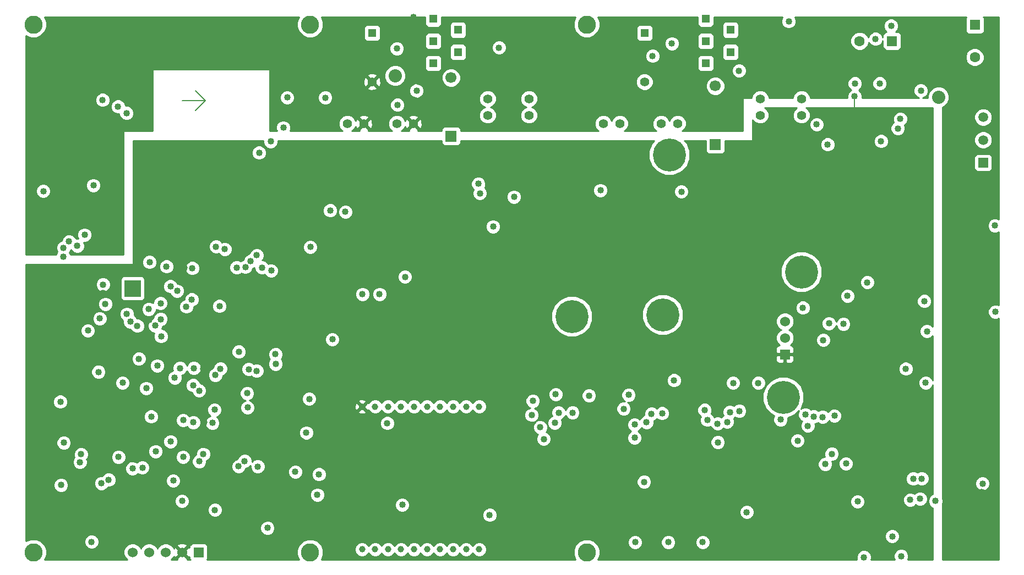
<source format=gbr>
G04 (created by PCBNEW (2013-05-31 BZR 4019)-stable) date 6/4/2013 8:20:18 PM*
%MOIN*%
G04 Gerber Fmt 3.4, Leading zero omitted, Abs format*
%FSLAX34Y34*%
G01*
G70*
G90*
G04 APERTURE LIST*
%ADD10C,0.00590551*%
%ADD11R,0.0590551X0.0590551*%
%ADD12C,0.0590551*%
%ADD13R,0.0984X0.0984*%
%ADD14R,0.06X0.06*%
%ADD15C,0.06*%
%ADD16C,0.055*%
%ADD17C,0.11*%
%ADD18R,0.0511811X0.0511811*%
%ADD19C,0.0551181*%
%ADD20R,0.0669291X0.0669291*%
%ADD21C,0.0669291*%
%ADD22C,0.0393701*%
%ADD23R,0.0629921X0.0629921*%
%ADD24C,0.0629921*%
%ADD25C,0.08*%
%ADD26C,0.2*%
%ADD27C,0.04*%
%ADD28C,0.007*%
%ADD29C,0.01*%
G04 APERTURE END LIST*
G54D10*
G54D11*
X98500Y-49377D03*
G54D12*
X98500Y-48000D03*
X98500Y-46622D03*
G54D13*
X47000Y-57000D03*
G54D14*
X51000Y-73000D03*
G54D15*
X50000Y-73000D03*
X49000Y-73000D03*
X48000Y-73000D03*
X47000Y-73000D03*
G54D14*
X86500Y-61000D03*
G54D15*
X86500Y-60000D03*
X86500Y-59000D03*
G54D16*
X85000Y-45500D03*
X85000Y-46500D03*
X87500Y-45500D03*
X87500Y-46500D03*
X75500Y-47000D03*
X76500Y-47000D03*
X64000Y-47000D03*
X63000Y-47000D03*
X68500Y-45500D03*
X68500Y-46500D03*
X79000Y-47000D03*
X80000Y-47000D03*
X61000Y-47000D03*
X60000Y-47000D03*
X71000Y-45500D03*
X71000Y-46500D03*
G54D17*
X57750Y-41000D03*
X74500Y-41000D03*
X74500Y-73000D03*
X57750Y-73000D03*
X41000Y-41000D03*
X41000Y-73000D03*
G54D18*
X78000Y-41523D03*
G54D19*
X78000Y-44476D03*
G54D18*
X61500Y-41523D03*
G54D19*
X61500Y-44476D03*
G54D18*
X81716Y-40661D03*
X81716Y-42000D03*
X81716Y-43338D03*
X83212Y-41330D03*
X83212Y-42669D03*
X65216Y-40661D03*
X65216Y-42000D03*
X65216Y-43338D03*
X66712Y-41330D03*
X66712Y-42669D03*
G54D20*
X82287Y-48271D03*
G54D21*
X82287Y-44728D03*
G54D20*
X66287Y-47771D03*
G54D21*
X66287Y-44228D03*
G54D22*
X60893Y-64169D03*
X61681Y-64169D03*
X62468Y-64169D03*
X63255Y-64169D03*
X64043Y-64169D03*
X64830Y-64169D03*
X65618Y-64169D03*
X66405Y-64169D03*
X67192Y-64169D03*
X67980Y-64169D03*
X67980Y-72830D03*
X67192Y-72830D03*
X66405Y-72830D03*
X65618Y-72830D03*
X64830Y-72830D03*
X64043Y-72830D03*
X63255Y-72830D03*
X62468Y-72830D03*
X61681Y-72830D03*
X60893Y-72830D03*
G54D23*
X92984Y-42000D03*
G54D24*
X91015Y-42000D03*
G54D23*
X98000Y-41015D03*
G54D24*
X98000Y-42984D03*
G54D25*
X95800Y-45400D03*
G54D26*
X79500Y-48900D03*
G54D27*
X45750Y-49750D03*
X61140Y-45979D03*
X56370Y-46290D03*
X57740Y-46729D03*
X58809Y-46620D03*
X99279Y-53909D03*
X97620Y-57200D03*
X41659Y-50420D03*
X98420Y-69359D03*
X64017Y-40551D03*
X45009Y-58829D03*
X46870Y-59020D03*
X57764Y-54495D03*
X51837Y-65160D03*
X49871Y-61834D03*
X63324Y-70123D03*
X52314Y-61868D03*
X55655Y-60988D03*
X95610Y-69896D03*
X68621Y-70745D03*
X55664Y-61585D03*
X48495Y-61683D03*
X53305Y-55737D03*
X94732Y-45008D03*
X49550Y-62417D03*
X47378Y-61272D03*
X51986Y-70439D03*
X90899Y-69928D03*
X48695Y-57902D03*
X48704Y-58874D03*
X49300Y-56879D03*
X48370Y-59259D03*
X43809Y-67540D03*
X51040Y-67490D03*
X43650Y-54423D03*
X55400Y-55920D03*
X43146Y-54156D03*
X54516Y-54990D03*
X42818Y-54536D03*
X54153Y-55346D03*
X42795Y-55080D03*
X53829Y-55710D03*
X43879Y-67059D03*
X44100Y-53750D03*
X44629Y-50750D03*
X48398Y-66885D03*
X77973Y-68737D03*
X57522Y-65749D03*
X51957Y-64353D03*
X58277Y-68280D03*
X49464Y-68657D03*
X54825Y-55736D03*
X48133Y-64779D03*
X54577Y-67803D03*
X49301Y-66282D03*
X52011Y-62250D03*
X51029Y-63200D03*
X46145Y-67222D03*
X44300Y-59559D03*
X50060Y-67222D03*
X51280Y-67048D03*
X48725Y-59910D03*
X49700Y-57150D03*
X47279Y-59279D03*
X47975Y-58260D03*
X50000Y-69890D03*
X45110Y-68815D03*
X44940Y-62065D03*
X50063Y-64991D03*
X50611Y-55779D03*
X58188Y-69517D03*
X50670Y-62879D03*
G54D26*
X73600Y-58700D03*
X86400Y-63600D03*
X87500Y-56000D03*
X79100Y-58600D03*
G54D27*
X69500Y-71500D03*
X72000Y-71500D03*
X50709Y-61840D03*
X53940Y-63359D03*
X53959Y-64229D03*
X47829Y-63050D03*
X46400Y-62729D03*
X50250Y-58109D03*
X48029Y-55409D03*
X45350Y-57950D03*
X46650Y-58550D03*
X45209Y-56770D03*
X49050Y-55679D03*
X50579Y-57679D03*
X52579Y-54620D03*
X52050Y-54470D03*
X59890Y-52359D03*
X58970Y-52279D03*
X60920Y-57350D03*
X61950Y-57350D03*
X63500Y-56300D03*
X59100Y-60090D03*
X81520Y-72390D03*
X79440Y-72390D03*
X77429Y-72390D03*
X57700Y-63700D03*
X62420Y-65179D03*
X55170Y-71529D03*
X44520Y-72370D03*
X42670Y-68929D03*
X42840Y-66359D03*
X42629Y-63879D03*
X52259Y-58079D03*
X54659Y-48779D03*
X91979Y-41879D03*
X92929Y-41079D03*
X86729Y-40809D03*
X79650Y-42150D03*
X78490Y-42909D03*
X69190Y-42400D03*
X63040Y-45879D03*
X56129Y-47250D03*
X55359Y-48090D03*
X58670Y-45440D03*
X56359Y-45429D03*
X99209Y-53190D03*
X99240Y-58420D03*
X82440Y-66340D03*
X77400Y-66059D03*
X71900Y-66140D03*
X46640Y-46379D03*
X46120Y-45979D03*
X45179Y-45579D03*
X41600Y-51100D03*
X78120Y-65120D03*
X71159Y-64679D03*
X73640Y-64540D03*
X84879Y-62740D03*
X83359Y-62740D03*
X83740Y-64440D03*
X81800Y-64979D03*
X83000Y-65100D03*
X83159Y-64500D03*
X82420Y-65200D03*
X81640Y-64379D03*
X79779Y-62579D03*
X79059Y-64579D03*
X77040Y-63459D03*
X76740Y-64300D03*
X77400Y-65259D03*
X78420Y-64600D03*
X71240Y-63820D03*
X72559Y-65159D03*
X71679Y-65420D03*
X72800Y-64540D03*
X72620Y-63420D03*
X74640Y-63500D03*
X93540Y-73240D03*
X93000Y-72040D03*
X91279Y-73300D03*
X89340Y-67040D03*
X98459Y-68840D03*
X95020Y-62720D03*
X90200Y-67620D03*
X88940Y-67659D03*
X87259Y-66240D03*
X86240Y-64959D03*
X87879Y-65340D03*
X89159Y-59120D03*
X90040Y-59159D03*
X94940Y-57779D03*
X95100Y-59600D03*
X91479Y-56640D03*
X87579Y-58179D03*
X92320Y-48079D03*
X93340Y-47300D03*
X93479Y-46720D03*
X92240Y-44579D03*
X90740Y-44579D03*
X88420Y-47059D03*
X88240Y-64779D03*
X87740Y-64659D03*
X88779Y-64800D03*
X89500Y-64720D03*
X50677Y-65125D03*
X84186Y-70573D03*
X83713Y-43806D03*
X64200Y-45013D03*
X63002Y-42452D03*
X53438Y-60845D03*
X80229Y-51140D03*
X67940Y-50659D03*
X68029Y-51240D03*
X75329Y-51050D03*
X54031Y-61903D03*
X70100Y-51450D03*
X68829Y-53250D03*
X94679Y-69759D03*
X94779Y-68540D03*
X94079Y-69820D03*
X94271Y-68544D03*
X56850Y-68120D03*
X45550Y-68609D03*
X90279Y-57459D03*
X93820Y-61879D03*
X88820Y-60140D03*
X89079Y-48279D03*
X47000Y-67920D03*
X53420Y-67790D03*
X53784Y-67464D03*
X47592Y-67866D03*
X54511Y-62006D03*
G54D25*
X62900Y-44100D03*
G54D27*
X49750Y-53750D03*
X51500Y-51750D03*
X47310Y-55455D03*
X48015Y-58905D03*
X51279Y-61879D03*
X52600Y-63100D03*
X54229Y-64900D03*
X49420Y-63550D03*
X50600Y-56809D03*
X50129Y-55750D03*
X49600Y-58279D03*
X45220Y-57279D03*
X56420Y-48979D03*
X57679Y-48970D03*
X60709Y-51109D03*
X58290Y-51200D03*
X56500Y-64720D03*
X63759Y-60079D03*
X82850Y-72240D03*
X80800Y-72359D03*
X78779Y-72140D03*
X53129Y-70879D03*
X46640Y-70700D03*
X44090Y-70629D03*
X40990Y-68200D03*
X41100Y-65709D03*
X40990Y-60540D03*
X40990Y-59490D03*
X40979Y-58559D03*
X40990Y-56490D03*
X40990Y-57490D03*
X52320Y-49059D03*
X57050Y-49020D03*
X57529Y-49640D03*
X56340Y-49640D03*
X56729Y-51470D03*
X55800Y-50570D03*
X93500Y-71000D03*
X91700Y-66820D03*
X93900Y-62700D03*
X91759Y-67479D03*
X91900Y-59320D03*
X93400Y-59620D03*
X88200Y-58479D03*
X90220Y-48159D03*
X90720Y-45359D03*
X87400Y-49520D03*
X51340Y-65121D03*
G54D28*
X51400Y-45600D02*
X50800Y-46200D01*
X50800Y-45000D02*
X51400Y-45600D01*
X51400Y-45600D02*
X50000Y-45600D01*
X90720Y-46276D02*
X90720Y-45359D01*
G54D10*
G36*
X99450Y-73450D02*
X98909Y-73450D01*
X98909Y-68751D01*
X98841Y-68585D01*
X98715Y-68458D01*
X98549Y-68390D01*
X98370Y-68390D01*
X98205Y-68458D01*
X98078Y-68584D01*
X98009Y-68750D01*
X98009Y-68929D01*
X98078Y-69094D01*
X98204Y-69221D01*
X98369Y-69290D01*
X98548Y-69290D01*
X98714Y-69221D01*
X98841Y-69095D01*
X98909Y-68930D01*
X98909Y-68751D01*
X98909Y-73450D01*
X96050Y-73450D01*
X96050Y-70011D01*
X96060Y-69986D01*
X96060Y-69807D01*
X96050Y-69781D01*
X96050Y-46000D01*
X96167Y-45951D01*
X96350Y-45768D01*
X96449Y-45529D01*
X96450Y-45271D01*
X96351Y-45032D01*
X96168Y-44849D01*
X95929Y-44750D01*
X95671Y-44749D01*
X95432Y-44848D01*
X95249Y-45031D01*
X95150Y-45270D01*
X95149Y-45450D01*
X94843Y-45450D01*
X94987Y-45390D01*
X95113Y-45264D01*
X95182Y-45098D01*
X95182Y-44919D01*
X95114Y-44754D01*
X94987Y-44627D01*
X94822Y-44559D01*
X94643Y-44558D01*
X94478Y-44627D01*
X94351Y-44753D01*
X94282Y-44919D01*
X94282Y-45098D01*
X94350Y-45263D01*
X94477Y-45390D01*
X94621Y-45450D01*
X93549Y-45450D01*
X93549Y-42265D01*
X93549Y-41635D01*
X93511Y-41543D01*
X93441Y-41473D01*
X93349Y-41435D01*
X93249Y-41434D01*
X93211Y-41434D01*
X93311Y-41335D01*
X93379Y-41169D01*
X93379Y-40990D01*
X93311Y-40825D01*
X93185Y-40698D01*
X93019Y-40629D01*
X92840Y-40629D01*
X92675Y-40698D01*
X92548Y-40824D01*
X92479Y-40990D01*
X92479Y-41169D01*
X92548Y-41334D01*
X92648Y-41434D01*
X92619Y-41434D01*
X92527Y-41472D01*
X92457Y-41543D01*
X92419Y-41635D01*
X92419Y-41734D01*
X92419Y-41764D01*
X92361Y-41625D01*
X92235Y-41498D01*
X92069Y-41429D01*
X91890Y-41429D01*
X91725Y-41498D01*
X91598Y-41624D01*
X91535Y-41777D01*
X91494Y-41680D01*
X91336Y-41521D01*
X91128Y-41435D01*
X90903Y-41434D01*
X90696Y-41520D01*
X90537Y-41679D01*
X90450Y-41887D01*
X90450Y-42111D01*
X90536Y-42319D01*
X90695Y-42478D01*
X90902Y-42564D01*
X91127Y-42565D01*
X91335Y-42479D01*
X91494Y-42320D01*
X91580Y-42112D01*
X91580Y-42091D01*
X91598Y-42134D01*
X91724Y-42261D01*
X91890Y-42329D01*
X92069Y-42329D01*
X92234Y-42261D01*
X92361Y-42135D01*
X92419Y-41995D01*
X92419Y-42364D01*
X92457Y-42456D01*
X92527Y-42526D01*
X92619Y-42564D01*
X92718Y-42565D01*
X93348Y-42565D01*
X93440Y-42527D01*
X93511Y-42456D01*
X93549Y-42364D01*
X93549Y-42265D01*
X93549Y-45450D01*
X92690Y-45450D01*
X92690Y-44490D01*
X92621Y-44325D01*
X92495Y-44198D01*
X92330Y-44129D01*
X92151Y-44129D01*
X91985Y-44198D01*
X91858Y-44324D01*
X91790Y-44490D01*
X91790Y-44669D01*
X91858Y-44834D01*
X91984Y-44961D01*
X92150Y-45029D01*
X92329Y-45029D01*
X92494Y-44961D01*
X92621Y-44835D01*
X92690Y-44669D01*
X92690Y-44490D01*
X92690Y-45450D01*
X91169Y-45450D01*
X91170Y-45449D01*
X91170Y-45270D01*
X91101Y-45105D01*
X90975Y-44978D01*
X90964Y-44974D01*
X90994Y-44961D01*
X91121Y-44835D01*
X91190Y-44669D01*
X91190Y-44490D01*
X91121Y-44325D01*
X90995Y-44198D01*
X90830Y-44129D01*
X90651Y-44129D01*
X90485Y-44198D01*
X90358Y-44324D01*
X90290Y-44490D01*
X90290Y-44669D01*
X90358Y-44834D01*
X90484Y-44961D01*
X90495Y-44965D01*
X90465Y-44978D01*
X90338Y-45104D01*
X90270Y-45269D01*
X90270Y-45448D01*
X90270Y-45450D01*
X88025Y-45450D01*
X88025Y-45396D01*
X87945Y-45203D01*
X87797Y-45055D01*
X87604Y-44975D01*
X87396Y-44974D01*
X87203Y-45054D01*
X87055Y-45202D01*
X86975Y-45395D01*
X86975Y-45450D01*
X85525Y-45450D01*
X85525Y-45396D01*
X85445Y-45203D01*
X85297Y-45055D01*
X85104Y-44975D01*
X84896Y-44974D01*
X84703Y-45054D01*
X84555Y-45202D01*
X84475Y-45395D01*
X84475Y-45450D01*
X84163Y-45450D01*
X84163Y-43717D01*
X84095Y-43551D01*
X83968Y-43424D01*
X83803Y-43356D01*
X83718Y-43356D01*
X83718Y-42875D01*
X83718Y-42363D01*
X83718Y-41537D01*
X83718Y-41025D01*
X83680Y-40933D01*
X83610Y-40862D01*
X83518Y-40824D01*
X83418Y-40824D01*
X82907Y-40824D01*
X82815Y-40862D01*
X82744Y-40933D01*
X82706Y-41024D01*
X82706Y-41124D01*
X82706Y-41636D01*
X82744Y-41728D01*
X82814Y-41798D01*
X82906Y-41836D01*
X83006Y-41836D01*
X83518Y-41836D01*
X83609Y-41798D01*
X83680Y-41728D01*
X83718Y-41636D01*
X83718Y-41537D01*
X83718Y-42363D01*
X83680Y-42271D01*
X83610Y-42201D01*
X83518Y-42163D01*
X83418Y-42163D01*
X82907Y-42163D01*
X82815Y-42201D01*
X82744Y-42271D01*
X82706Y-42363D01*
X82706Y-42462D01*
X82706Y-42974D01*
X82744Y-43066D01*
X82814Y-43137D01*
X82906Y-43175D01*
X83006Y-43175D01*
X83518Y-43175D01*
X83609Y-43137D01*
X83680Y-43066D01*
X83718Y-42975D01*
X83718Y-42875D01*
X83718Y-43356D01*
X83624Y-43356D01*
X83458Y-43424D01*
X83332Y-43550D01*
X83263Y-43716D01*
X83263Y-43895D01*
X83331Y-44060D01*
X83458Y-44187D01*
X83623Y-44256D01*
X83802Y-44256D01*
X83967Y-44187D01*
X84094Y-44061D01*
X84163Y-43896D01*
X84163Y-43717D01*
X84163Y-45450D01*
X83950Y-45450D01*
X83950Y-47450D01*
X82872Y-47450D01*
X82872Y-44612D01*
X82783Y-44397D01*
X82619Y-44232D01*
X82404Y-44143D01*
X82222Y-44143D01*
X82222Y-43544D01*
X82222Y-43033D01*
X82222Y-42206D01*
X82222Y-41694D01*
X82184Y-41602D01*
X82114Y-41532D01*
X82022Y-41494D01*
X81922Y-41494D01*
X81411Y-41494D01*
X81319Y-41532D01*
X81248Y-41602D01*
X81210Y-41694D01*
X81210Y-41793D01*
X81210Y-42305D01*
X81248Y-42397D01*
X81318Y-42467D01*
X81410Y-42505D01*
X81510Y-42505D01*
X82021Y-42505D01*
X82113Y-42467D01*
X82184Y-42397D01*
X82222Y-42305D01*
X82222Y-42206D01*
X82222Y-43033D01*
X82184Y-42941D01*
X82114Y-42870D01*
X82022Y-42832D01*
X81922Y-42832D01*
X81411Y-42832D01*
X81319Y-42870D01*
X81248Y-42940D01*
X81210Y-43032D01*
X81210Y-43132D01*
X81210Y-43643D01*
X81248Y-43735D01*
X81318Y-43806D01*
X81410Y-43844D01*
X81510Y-43844D01*
X82021Y-43844D01*
X82113Y-43806D01*
X82184Y-43736D01*
X82222Y-43644D01*
X82222Y-43544D01*
X82222Y-44143D01*
X82171Y-44143D01*
X81956Y-44232D01*
X81792Y-44396D01*
X81702Y-44611D01*
X81702Y-44844D01*
X81791Y-45059D01*
X81955Y-45223D01*
X82170Y-45312D01*
X82403Y-45313D01*
X82618Y-45224D01*
X82782Y-45059D01*
X82871Y-44845D01*
X82872Y-44612D01*
X82872Y-47450D01*
X80285Y-47450D01*
X80297Y-47445D01*
X80444Y-47297D01*
X80524Y-47104D01*
X80525Y-46896D01*
X80445Y-46703D01*
X80297Y-46555D01*
X80104Y-46475D01*
X80100Y-46475D01*
X80100Y-42060D01*
X80031Y-41895D01*
X79905Y-41768D01*
X79739Y-41700D01*
X79560Y-41699D01*
X79395Y-41768D01*
X79268Y-41894D01*
X79200Y-42060D01*
X79199Y-42239D01*
X79268Y-42404D01*
X79394Y-42531D01*
X79560Y-42599D01*
X79739Y-42600D01*
X79904Y-42531D01*
X80031Y-42405D01*
X80099Y-42239D01*
X80100Y-42060D01*
X80100Y-46475D01*
X79896Y-46474D01*
X79703Y-46554D01*
X79555Y-46702D01*
X79499Y-46835D01*
X79445Y-46703D01*
X79297Y-46555D01*
X79104Y-46475D01*
X78940Y-46474D01*
X78940Y-42820D01*
X78871Y-42655D01*
X78745Y-42528D01*
X78580Y-42459D01*
X78505Y-42459D01*
X78505Y-41730D01*
X78505Y-41218D01*
X78467Y-41126D01*
X78397Y-41055D01*
X78305Y-41017D01*
X78206Y-41017D01*
X77694Y-41017D01*
X77602Y-41055D01*
X77532Y-41125D01*
X77494Y-41217D01*
X77494Y-41317D01*
X77494Y-41829D01*
X77532Y-41920D01*
X77602Y-41991D01*
X77694Y-42029D01*
X77793Y-42029D01*
X78305Y-42029D01*
X78397Y-41991D01*
X78467Y-41921D01*
X78505Y-41829D01*
X78505Y-41730D01*
X78505Y-42459D01*
X78401Y-42459D01*
X78235Y-42528D01*
X78108Y-42654D01*
X78040Y-42819D01*
X78040Y-42998D01*
X78108Y-43164D01*
X78234Y-43291D01*
X78400Y-43359D01*
X78579Y-43359D01*
X78744Y-43291D01*
X78871Y-43165D01*
X78940Y-42999D01*
X78940Y-42820D01*
X78940Y-46474D01*
X78896Y-46474D01*
X78703Y-46554D01*
X78555Y-46702D01*
X78525Y-46773D01*
X78525Y-44372D01*
X78445Y-44179D01*
X78298Y-44031D01*
X78105Y-43950D01*
X77895Y-43950D01*
X77702Y-44030D01*
X77554Y-44178D01*
X77474Y-44371D01*
X77474Y-44580D01*
X77554Y-44773D01*
X77701Y-44921D01*
X77894Y-45001D01*
X78104Y-45002D01*
X78297Y-44922D01*
X78445Y-44774D01*
X78525Y-44581D01*
X78525Y-44372D01*
X78525Y-46773D01*
X78475Y-46895D01*
X78474Y-47103D01*
X78554Y-47297D01*
X78702Y-47444D01*
X78714Y-47450D01*
X76785Y-47450D01*
X76797Y-47445D01*
X76944Y-47297D01*
X77024Y-47104D01*
X77025Y-46896D01*
X76945Y-46703D01*
X76797Y-46555D01*
X76604Y-46475D01*
X76396Y-46474D01*
X76203Y-46554D01*
X76055Y-46702D01*
X75999Y-46835D01*
X75945Y-46703D01*
X75797Y-46555D01*
X75604Y-46475D01*
X75396Y-46474D01*
X75203Y-46554D01*
X75055Y-46702D01*
X74975Y-46895D01*
X74974Y-47103D01*
X75054Y-47297D01*
X75202Y-47444D01*
X75214Y-47450D01*
X71525Y-47450D01*
X71525Y-46396D01*
X71445Y-46203D01*
X71297Y-46055D01*
X71164Y-45999D01*
X71297Y-45945D01*
X71444Y-45797D01*
X71524Y-45604D01*
X71525Y-45396D01*
X71445Y-45203D01*
X71297Y-45055D01*
X71104Y-44975D01*
X70896Y-44974D01*
X70703Y-45054D01*
X70555Y-45202D01*
X70475Y-45395D01*
X70474Y-45603D01*
X70554Y-45797D01*
X70702Y-45944D01*
X70835Y-46000D01*
X70703Y-46054D01*
X70555Y-46202D01*
X70475Y-46395D01*
X70474Y-46603D01*
X70554Y-46797D01*
X70702Y-46944D01*
X70895Y-47024D01*
X71103Y-47025D01*
X71297Y-46945D01*
X71444Y-46797D01*
X71524Y-46604D01*
X71525Y-46396D01*
X71525Y-47450D01*
X69640Y-47450D01*
X69640Y-42310D01*
X69571Y-42145D01*
X69445Y-42018D01*
X69280Y-41950D01*
X69101Y-41949D01*
X68935Y-42018D01*
X68808Y-42144D01*
X68740Y-42310D01*
X68740Y-42489D01*
X68808Y-42654D01*
X68934Y-42781D01*
X69100Y-42849D01*
X69279Y-42850D01*
X69444Y-42781D01*
X69571Y-42655D01*
X69640Y-42489D01*
X69640Y-42310D01*
X69640Y-47450D01*
X69025Y-47450D01*
X69025Y-46396D01*
X68945Y-46203D01*
X68797Y-46055D01*
X68664Y-45999D01*
X68797Y-45945D01*
X68944Y-45797D01*
X69024Y-45604D01*
X69025Y-45396D01*
X68945Y-45203D01*
X68797Y-45055D01*
X68604Y-44975D01*
X68396Y-44974D01*
X68203Y-45054D01*
X68055Y-45202D01*
X67975Y-45395D01*
X67974Y-45603D01*
X68054Y-45797D01*
X68202Y-45944D01*
X68335Y-46000D01*
X68203Y-46054D01*
X68055Y-46202D01*
X67975Y-46395D01*
X67974Y-46603D01*
X68054Y-46797D01*
X68202Y-46944D01*
X68395Y-47024D01*
X68603Y-47025D01*
X68797Y-46945D01*
X68944Y-46797D01*
X69024Y-46604D01*
X69025Y-46396D01*
X69025Y-47450D01*
X67218Y-47450D01*
X67218Y-42875D01*
X67218Y-42363D01*
X67218Y-41537D01*
X67218Y-41025D01*
X67180Y-40933D01*
X67110Y-40862D01*
X67018Y-40824D01*
X66918Y-40824D01*
X66407Y-40824D01*
X66315Y-40862D01*
X66244Y-40933D01*
X66206Y-41024D01*
X66206Y-41124D01*
X66206Y-41636D01*
X66244Y-41728D01*
X66314Y-41798D01*
X66406Y-41836D01*
X66506Y-41836D01*
X67018Y-41836D01*
X67109Y-41798D01*
X67180Y-41728D01*
X67218Y-41636D01*
X67218Y-41537D01*
X67218Y-42363D01*
X67180Y-42271D01*
X67110Y-42201D01*
X67018Y-42163D01*
X66918Y-42163D01*
X66407Y-42163D01*
X66315Y-42201D01*
X66244Y-42271D01*
X66206Y-42363D01*
X66206Y-42462D01*
X66206Y-42974D01*
X66244Y-43066D01*
X66314Y-43137D01*
X66406Y-43175D01*
X66506Y-43175D01*
X67018Y-43175D01*
X67109Y-43137D01*
X67180Y-43066D01*
X67218Y-42975D01*
X67218Y-42875D01*
X67218Y-47450D01*
X66872Y-47450D01*
X66872Y-44112D01*
X66783Y-43897D01*
X66619Y-43732D01*
X66404Y-43643D01*
X66171Y-43643D01*
X65956Y-43732D01*
X65792Y-43896D01*
X65722Y-44064D01*
X65722Y-43544D01*
X65722Y-43033D01*
X65722Y-42206D01*
X65722Y-41694D01*
X65684Y-41602D01*
X65614Y-41532D01*
X65522Y-41494D01*
X65422Y-41494D01*
X64911Y-41494D01*
X64819Y-41532D01*
X64748Y-41602D01*
X64710Y-41694D01*
X64710Y-41793D01*
X64710Y-42305D01*
X64748Y-42397D01*
X64818Y-42467D01*
X64910Y-42505D01*
X65010Y-42505D01*
X65521Y-42505D01*
X65613Y-42467D01*
X65684Y-42397D01*
X65722Y-42305D01*
X65722Y-42206D01*
X65722Y-43033D01*
X65684Y-42941D01*
X65614Y-42870D01*
X65522Y-42832D01*
X65422Y-42832D01*
X64911Y-42832D01*
X64819Y-42870D01*
X64748Y-42940D01*
X64710Y-43032D01*
X64710Y-43132D01*
X64710Y-43643D01*
X64748Y-43735D01*
X64818Y-43806D01*
X64910Y-43844D01*
X65010Y-43844D01*
X65521Y-43844D01*
X65613Y-43806D01*
X65684Y-43736D01*
X65722Y-43644D01*
X65722Y-43544D01*
X65722Y-44064D01*
X65702Y-44111D01*
X65702Y-44344D01*
X65791Y-44559D01*
X65955Y-44723D01*
X66170Y-44812D01*
X66403Y-44813D01*
X66618Y-44724D01*
X66782Y-44559D01*
X66871Y-44345D01*
X66872Y-44112D01*
X66872Y-47450D01*
X66872Y-47450D01*
X66872Y-47387D01*
X66834Y-47295D01*
X66763Y-47225D01*
X66671Y-47187D01*
X66572Y-47186D01*
X65903Y-47186D01*
X65811Y-47224D01*
X65740Y-47295D01*
X65702Y-47387D01*
X65702Y-47450D01*
X64650Y-47450D01*
X64650Y-44924D01*
X64581Y-44759D01*
X64455Y-44632D01*
X64289Y-44564D01*
X64110Y-44563D01*
X63945Y-44632D01*
X63818Y-44758D01*
X63750Y-44924D01*
X63749Y-45103D01*
X63818Y-45268D01*
X63944Y-45395D01*
X64110Y-45463D01*
X64289Y-45464D01*
X64454Y-45395D01*
X64581Y-45269D01*
X64649Y-45103D01*
X64650Y-44924D01*
X64650Y-47450D01*
X64529Y-47450D01*
X64529Y-47075D01*
X64518Y-46867D01*
X64460Y-46727D01*
X64367Y-46702D01*
X64297Y-46773D01*
X64297Y-46632D01*
X64272Y-46539D01*
X64075Y-46470D01*
X63867Y-46481D01*
X63727Y-46539D01*
X63702Y-46632D01*
X64000Y-46929D01*
X64297Y-46632D01*
X64297Y-46773D01*
X64070Y-47000D01*
X64367Y-47297D01*
X64460Y-47272D01*
X64529Y-47075D01*
X64529Y-47450D01*
X64275Y-47450D01*
X64297Y-47367D01*
X64000Y-47070D01*
X63702Y-47367D01*
X63724Y-47450D01*
X63285Y-47450D01*
X63297Y-47445D01*
X63444Y-47297D01*
X63497Y-47171D01*
X63539Y-47272D01*
X63632Y-47297D01*
X63929Y-47000D01*
X63632Y-46702D01*
X63550Y-46724D01*
X63550Y-43971D01*
X63452Y-43735D01*
X63452Y-42363D01*
X63384Y-42197D01*
X63257Y-42071D01*
X63092Y-42002D01*
X62913Y-42002D01*
X62747Y-42070D01*
X62621Y-42197D01*
X62552Y-42362D01*
X62552Y-42541D01*
X62620Y-42706D01*
X62747Y-42833D01*
X62912Y-42902D01*
X63091Y-42902D01*
X63257Y-42834D01*
X63383Y-42707D01*
X63452Y-42542D01*
X63452Y-42363D01*
X63452Y-43735D01*
X63451Y-43732D01*
X63268Y-43549D01*
X63029Y-43450D01*
X62771Y-43449D01*
X62532Y-43548D01*
X62349Y-43731D01*
X62250Y-43970D01*
X62249Y-44228D01*
X62348Y-44467D01*
X62531Y-44650D01*
X62770Y-44749D01*
X63028Y-44750D01*
X63267Y-44651D01*
X63450Y-44468D01*
X63549Y-44229D01*
X63550Y-43971D01*
X63550Y-46724D01*
X63539Y-46727D01*
X63500Y-46837D01*
X63490Y-46811D01*
X63490Y-45790D01*
X63421Y-45625D01*
X63295Y-45498D01*
X63130Y-45429D01*
X62951Y-45429D01*
X62785Y-45498D01*
X62658Y-45624D01*
X62590Y-45790D01*
X62590Y-45969D01*
X62658Y-46134D01*
X62784Y-46261D01*
X62950Y-46329D01*
X63129Y-46329D01*
X63294Y-46261D01*
X63421Y-46135D01*
X63490Y-45969D01*
X63490Y-45790D01*
X63490Y-46811D01*
X63445Y-46703D01*
X63297Y-46555D01*
X63104Y-46475D01*
X62896Y-46474D01*
X62703Y-46554D01*
X62555Y-46702D01*
X62475Y-46895D01*
X62474Y-47103D01*
X62554Y-47297D01*
X62702Y-47444D01*
X62714Y-47450D01*
X62030Y-47450D01*
X62030Y-44552D01*
X62019Y-44343D01*
X62005Y-44311D01*
X62005Y-41730D01*
X62005Y-41218D01*
X61967Y-41126D01*
X61897Y-41055D01*
X61805Y-41017D01*
X61706Y-41017D01*
X61194Y-41017D01*
X61102Y-41055D01*
X61032Y-41125D01*
X60994Y-41217D01*
X60994Y-41317D01*
X60994Y-41829D01*
X61032Y-41920D01*
X61102Y-41991D01*
X61194Y-42029D01*
X61293Y-42029D01*
X61805Y-42029D01*
X61897Y-41991D01*
X61967Y-41921D01*
X62005Y-41829D01*
X62005Y-41730D01*
X62005Y-44311D01*
X61961Y-44203D01*
X61868Y-44178D01*
X61797Y-44249D01*
X61797Y-44108D01*
X61773Y-44015D01*
X61575Y-43945D01*
X61367Y-43957D01*
X61226Y-44015D01*
X61202Y-44108D01*
X61500Y-44405D01*
X61797Y-44108D01*
X61797Y-44249D01*
X61570Y-44476D01*
X61868Y-44773D01*
X61961Y-44749D01*
X62030Y-44552D01*
X62030Y-47450D01*
X61797Y-47450D01*
X61797Y-44844D01*
X61500Y-44547D01*
X61429Y-44617D01*
X61429Y-44476D01*
X61131Y-44178D01*
X61038Y-44203D01*
X60969Y-44400D01*
X60980Y-44609D01*
X61038Y-44749D01*
X61131Y-44773D01*
X61429Y-44476D01*
X61429Y-44617D01*
X61202Y-44844D01*
X61226Y-44937D01*
X61424Y-45006D01*
X61632Y-44995D01*
X61773Y-44937D01*
X61797Y-44844D01*
X61797Y-47450D01*
X61529Y-47450D01*
X61529Y-47075D01*
X61518Y-46867D01*
X61460Y-46727D01*
X61367Y-46702D01*
X61297Y-46773D01*
X61297Y-46632D01*
X61272Y-46539D01*
X61075Y-46470D01*
X60867Y-46481D01*
X60727Y-46539D01*
X60702Y-46632D01*
X61000Y-46929D01*
X61297Y-46632D01*
X61297Y-46773D01*
X61070Y-47000D01*
X61367Y-47297D01*
X61460Y-47272D01*
X61529Y-47075D01*
X61529Y-47450D01*
X61275Y-47450D01*
X61297Y-47367D01*
X61000Y-47070D01*
X60702Y-47367D01*
X60724Y-47450D01*
X60285Y-47450D01*
X60297Y-47445D01*
X60444Y-47297D01*
X60497Y-47171D01*
X60539Y-47272D01*
X60632Y-47297D01*
X60929Y-47000D01*
X60632Y-46702D01*
X60539Y-46727D01*
X60500Y-46837D01*
X60445Y-46703D01*
X60297Y-46555D01*
X60104Y-46475D01*
X59896Y-46474D01*
X59703Y-46554D01*
X59555Y-46702D01*
X59475Y-46895D01*
X59474Y-47103D01*
X59554Y-47297D01*
X59702Y-47444D01*
X59714Y-47450D01*
X59120Y-47450D01*
X59120Y-45351D01*
X59051Y-45185D01*
X58925Y-45058D01*
X58759Y-44990D01*
X58580Y-44990D01*
X58415Y-45058D01*
X58288Y-45184D01*
X58220Y-45350D01*
X58220Y-45529D01*
X58288Y-45694D01*
X58414Y-45821D01*
X58580Y-45890D01*
X58759Y-45890D01*
X58924Y-45821D01*
X59051Y-45695D01*
X59120Y-45530D01*
X59120Y-45351D01*
X59120Y-47450D01*
X56809Y-47450D01*
X56809Y-45340D01*
X56741Y-45175D01*
X56615Y-45048D01*
X56449Y-44979D01*
X56270Y-44979D01*
X56105Y-45048D01*
X55978Y-45174D01*
X55909Y-45340D01*
X55909Y-45519D01*
X55978Y-45684D01*
X56104Y-45811D01*
X56269Y-45879D01*
X56448Y-45879D01*
X56614Y-45811D01*
X56741Y-45685D01*
X56809Y-45519D01*
X56809Y-45340D01*
X56809Y-47450D01*
X56534Y-47450D01*
X56579Y-47339D01*
X56579Y-47160D01*
X56511Y-46995D01*
X56385Y-46868D01*
X56219Y-46800D01*
X56040Y-46799D01*
X55875Y-46868D01*
X55748Y-46994D01*
X55679Y-47160D01*
X55679Y-47339D01*
X55725Y-47450D01*
X55300Y-47450D01*
X55300Y-43700D01*
X48200Y-43700D01*
X48200Y-47450D01*
X47090Y-47450D01*
X47090Y-46290D01*
X47021Y-46125D01*
X46895Y-45998D01*
X46730Y-45929D01*
X46570Y-45929D01*
X46570Y-45890D01*
X46501Y-45725D01*
X46375Y-45598D01*
X46209Y-45529D01*
X46030Y-45529D01*
X45865Y-45598D01*
X45738Y-45724D01*
X45670Y-45890D01*
X45670Y-46069D01*
X45738Y-46234D01*
X45864Y-46361D01*
X46030Y-46429D01*
X46190Y-46429D01*
X46190Y-46469D01*
X46258Y-46634D01*
X46384Y-46761D01*
X46550Y-46829D01*
X46729Y-46829D01*
X46894Y-46761D01*
X47021Y-46635D01*
X47090Y-46469D01*
X47090Y-46290D01*
X47090Y-47450D01*
X46450Y-47450D01*
X46450Y-54950D01*
X45629Y-54950D01*
X45629Y-45490D01*
X45561Y-45325D01*
X45435Y-45198D01*
X45269Y-45129D01*
X45090Y-45129D01*
X44925Y-45198D01*
X44798Y-45324D01*
X44729Y-45490D01*
X44729Y-45669D01*
X44798Y-45834D01*
X44924Y-45961D01*
X45090Y-46029D01*
X45269Y-46029D01*
X45434Y-45961D01*
X45561Y-45835D01*
X45629Y-45669D01*
X45629Y-45490D01*
X45629Y-54950D01*
X45079Y-54950D01*
X45079Y-50660D01*
X45011Y-50495D01*
X44885Y-50368D01*
X44719Y-50300D01*
X44540Y-50299D01*
X44375Y-50368D01*
X44248Y-50494D01*
X44179Y-50660D01*
X44179Y-50839D01*
X44248Y-51004D01*
X44374Y-51131D01*
X44540Y-51199D01*
X44719Y-51200D01*
X44884Y-51131D01*
X45011Y-51005D01*
X45079Y-50839D01*
X45079Y-50660D01*
X45079Y-54950D01*
X43228Y-54950D01*
X43176Y-54825D01*
X43170Y-54819D01*
X43199Y-54791D01*
X43257Y-54651D01*
X43268Y-54677D01*
X43394Y-54804D01*
X43560Y-54872D01*
X43739Y-54873D01*
X43904Y-54804D01*
X44031Y-54678D01*
X44099Y-54512D01*
X44100Y-54333D01*
X44044Y-54199D01*
X44189Y-54200D01*
X44354Y-54131D01*
X44481Y-54005D01*
X44549Y-53839D01*
X44550Y-53660D01*
X44481Y-53495D01*
X44355Y-53368D01*
X44189Y-53300D01*
X44010Y-53299D01*
X43845Y-53368D01*
X43718Y-53494D01*
X43650Y-53660D01*
X43649Y-53839D01*
X43705Y-53973D01*
X43560Y-53972D01*
X43557Y-53974D01*
X43527Y-53901D01*
X43401Y-53774D01*
X43235Y-53706D01*
X43056Y-53705D01*
X42891Y-53774D01*
X42764Y-53900D01*
X42696Y-54066D01*
X42696Y-54099D01*
X42563Y-54154D01*
X42436Y-54280D01*
X42368Y-54446D01*
X42367Y-54625D01*
X42436Y-54790D01*
X42442Y-54796D01*
X42413Y-54824D01*
X42361Y-54950D01*
X42050Y-54950D01*
X42050Y-51010D01*
X41981Y-50845D01*
X41855Y-50718D01*
X41689Y-50650D01*
X41510Y-50649D01*
X41345Y-50718D01*
X41218Y-50844D01*
X41150Y-51010D01*
X41149Y-51189D01*
X41218Y-51354D01*
X41344Y-51481D01*
X41510Y-51549D01*
X41689Y-51550D01*
X41854Y-51481D01*
X41981Y-51355D01*
X42049Y-51189D01*
X42050Y-51010D01*
X42050Y-54950D01*
X40550Y-54950D01*
X40550Y-41679D01*
X40840Y-41799D01*
X41158Y-41800D01*
X41452Y-41678D01*
X41677Y-41453D01*
X41799Y-41159D01*
X41800Y-40841D01*
X41679Y-40550D01*
X57070Y-40550D01*
X56950Y-40840D01*
X56949Y-41158D01*
X57071Y-41452D01*
X57296Y-41677D01*
X57590Y-41799D01*
X57908Y-41800D01*
X58202Y-41678D01*
X58427Y-41453D01*
X58549Y-41159D01*
X58550Y-40841D01*
X58429Y-40550D01*
X64710Y-40550D01*
X64710Y-40966D01*
X64748Y-41058D01*
X64818Y-41129D01*
X64910Y-41167D01*
X65010Y-41167D01*
X65521Y-41167D01*
X65613Y-41129D01*
X65684Y-41059D01*
X65722Y-40967D01*
X65722Y-40867D01*
X65722Y-40550D01*
X73820Y-40550D01*
X73700Y-40840D01*
X73699Y-41158D01*
X73821Y-41452D01*
X74046Y-41677D01*
X74340Y-41799D01*
X74658Y-41800D01*
X74952Y-41678D01*
X75177Y-41453D01*
X75299Y-41159D01*
X75300Y-40841D01*
X75179Y-40550D01*
X81210Y-40550D01*
X81210Y-40966D01*
X81248Y-41058D01*
X81318Y-41129D01*
X81410Y-41167D01*
X81510Y-41167D01*
X82021Y-41167D01*
X82113Y-41129D01*
X82184Y-41059D01*
X82222Y-40967D01*
X82222Y-40867D01*
X82222Y-40550D01*
X86353Y-40550D01*
X86348Y-40554D01*
X86279Y-40719D01*
X86279Y-40898D01*
X86348Y-41064D01*
X86474Y-41191D01*
X86640Y-41259D01*
X86819Y-41259D01*
X86984Y-41191D01*
X87111Y-41065D01*
X87179Y-40899D01*
X87179Y-40720D01*
X87111Y-40555D01*
X87106Y-40550D01*
X97482Y-40550D01*
X97473Y-40558D01*
X97435Y-40650D01*
X97434Y-40750D01*
X97434Y-41380D01*
X97472Y-41472D01*
X97543Y-41542D01*
X97635Y-41580D01*
X97734Y-41580D01*
X98364Y-41580D01*
X98456Y-41542D01*
X98526Y-41472D01*
X98564Y-41380D01*
X98565Y-41281D01*
X98565Y-40651D01*
X98527Y-40559D01*
X98517Y-40550D01*
X99450Y-40550D01*
X99450Y-52802D01*
X99299Y-52740D01*
X99120Y-52740D01*
X99045Y-52771D01*
X99045Y-47892D01*
X99045Y-46514D01*
X98962Y-46313D01*
X98809Y-46160D01*
X98608Y-46076D01*
X98565Y-46076D01*
X98565Y-42872D01*
X98479Y-42664D01*
X98320Y-42505D01*
X98112Y-42419D01*
X97888Y-42419D01*
X97680Y-42505D01*
X97521Y-42663D01*
X97435Y-42871D01*
X97434Y-43096D01*
X97520Y-43303D01*
X97679Y-43462D01*
X97887Y-43549D01*
X98111Y-43549D01*
X98319Y-43463D01*
X98478Y-43304D01*
X98564Y-43097D01*
X98565Y-42872D01*
X98565Y-46076D01*
X98392Y-46076D01*
X98191Y-46159D01*
X98038Y-46312D01*
X97954Y-46513D01*
X97954Y-46730D01*
X98037Y-46930D01*
X98190Y-47084D01*
X98391Y-47167D01*
X98607Y-47167D01*
X98808Y-47084D01*
X98961Y-46931D01*
X99045Y-46730D01*
X99045Y-46514D01*
X99045Y-47892D01*
X98962Y-47691D01*
X98809Y-47538D01*
X98608Y-47454D01*
X98392Y-47454D01*
X98191Y-47537D01*
X98038Y-47690D01*
X97954Y-47891D01*
X97954Y-48107D01*
X98037Y-48308D01*
X98190Y-48461D01*
X98391Y-48545D01*
X98607Y-48545D01*
X98808Y-48462D01*
X98961Y-48309D01*
X99045Y-48108D01*
X99045Y-47892D01*
X99045Y-52771D01*
X99045Y-52771D01*
X99045Y-49623D01*
X99045Y-49033D01*
X99007Y-48941D01*
X98937Y-48870D01*
X98845Y-48832D01*
X98745Y-48832D01*
X98155Y-48832D01*
X98063Y-48870D01*
X97992Y-48940D01*
X97954Y-49032D01*
X97954Y-49132D01*
X97954Y-49722D01*
X97992Y-49814D01*
X98062Y-49885D01*
X98154Y-49923D01*
X98254Y-49923D01*
X98844Y-49923D01*
X98936Y-49885D01*
X99007Y-49815D01*
X99045Y-49723D01*
X99045Y-49623D01*
X99045Y-52771D01*
X98955Y-52808D01*
X98828Y-52934D01*
X98759Y-53100D01*
X98759Y-53279D01*
X98828Y-53444D01*
X98954Y-53571D01*
X99119Y-53640D01*
X99298Y-53640D01*
X99450Y-53577D01*
X99450Y-58019D01*
X99330Y-57970D01*
X99151Y-57970D01*
X98985Y-58038D01*
X98858Y-58164D01*
X98790Y-58330D01*
X98790Y-58509D01*
X98858Y-58674D01*
X98984Y-58801D01*
X99150Y-58870D01*
X99329Y-58870D01*
X99450Y-58820D01*
X99450Y-73450D01*
X99450Y-73450D01*
G37*
G54D29*
X99450Y-73450D02*
X98909Y-73450D01*
X98909Y-68751D01*
X98841Y-68585D01*
X98715Y-68458D01*
X98549Y-68390D01*
X98370Y-68390D01*
X98205Y-68458D01*
X98078Y-68584D01*
X98009Y-68750D01*
X98009Y-68929D01*
X98078Y-69094D01*
X98204Y-69221D01*
X98369Y-69290D01*
X98548Y-69290D01*
X98714Y-69221D01*
X98841Y-69095D01*
X98909Y-68930D01*
X98909Y-68751D01*
X98909Y-73450D01*
X96050Y-73450D01*
X96050Y-70011D01*
X96060Y-69986D01*
X96060Y-69807D01*
X96050Y-69781D01*
X96050Y-46000D01*
X96167Y-45951D01*
X96350Y-45768D01*
X96449Y-45529D01*
X96450Y-45271D01*
X96351Y-45032D01*
X96168Y-44849D01*
X95929Y-44750D01*
X95671Y-44749D01*
X95432Y-44848D01*
X95249Y-45031D01*
X95150Y-45270D01*
X95149Y-45450D01*
X94843Y-45450D01*
X94987Y-45390D01*
X95113Y-45264D01*
X95182Y-45098D01*
X95182Y-44919D01*
X95114Y-44754D01*
X94987Y-44627D01*
X94822Y-44559D01*
X94643Y-44558D01*
X94478Y-44627D01*
X94351Y-44753D01*
X94282Y-44919D01*
X94282Y-45098D01*
X94350Y-45263D01*
X94477Y-45390D01*
X94621Y-45450D01*
X93549Y-45450D01*
X93549Y-42265D01*
X93549Y-41635D01*
X93511Y-41543D01*
X93441Y-41473D01*
X93349Y-41435D01*
X93249Y-41434D01*
X93211Y-41434D01*
X93311Y-41335D01*
X93379Y-41169D01*
X93379Y-40990D01*
X93311Y-40825D01*
X93185Y-40698D01*
X93019Y-40629D01*
X92840Y-40629D01*
X92675Y-40698D01*
X92548Y-40824D01*
X92479Y-40990D01*
X92479Y-41169D01*
X92548Y-41334D01*
X92648Y-41434D01*
X92619Y-41434D01*
X92527Y-41472D01*
X92457Y-41543D01*
X92419Y-41635D01*
X92419Y-41734D01*
X92419Y-41764D01*
X92361Y-41625D01*
X92235Y-41498D01*
X92069Y-41429D01*
X91890Y-41429D01*
X91725Y-41498D01*
X91598Y-41624D01*
X91535Y-41777D01*
X91494Y-41680D01*
X91336Y-41521D01*
X91128Y-41435D01*
X90903Y-41434D01*
X90696Y-41520D01*
X90537Y-41679D01*
X90450Y-41887D01*
X90450Y-42111D01*
X90536Y-42319D01*
X90695Y-42478D01*
X90902Y-42564D01*
X91127Y-42565D01*
X91335Y-42479D01*
X91494Y-42320D01*
X91580Y-42112D01*
X91580Y-42091D01*
X91598Y-42134D01*
X91724Y-42261D01*
X91890Y-42329D01*
X92069Y-42329D01*
X92234Y-42261D01*
X92361Y-42135D01*
X92419Y-41995D01*
X92419Y-42364D01*
X92457Y-42456D01*
X92527Y-42526D01*
X92619Y-42564D01*
X92718Y-42565D01*
X93348Y-42565D01*
X93440Y-42527D01*
X93511Y-42456D01*
X93549Y-42364D01*
X93549Y-42265D01*
X93549Y-45450D01*
X92690Y-45450D01*
X92690Y-44490D01*
X92621Y-44325D01*
X92495Y-44198D01*
X92330Y-44129D01*
X92151Y-44129D01*
X91985Y-44198D01*
X91858Y-44324D01*
X91790Y-44490D01*
X91790Y-44669D01*
X91858Y-44834D01*
X91984Y-44961D01*
X92150Y-45029D01*
X92329Y-45029D01*
X92494Y-44961D01*
X92621Y-44835D01*
X92690Y-44669D01*
X92690Y-44490D01*
X92690Y-45450D01*
X91169Y-45450D01*
X91170Y-45449D01*
X91170Y-45270D01*
X91101Y-45105D01*
X90975Y-44978D01*
X90964Y-44974D01*
X90994Y-44961D01*
X91121Y-44835D01*
X91190Y-44669D01*
X91190Y-44490D01*
X91121Y-44325D01*
X90995Y-44198D01*
X90830Y-44129D01*
X90651Y-44129D01*
X90485Y-44198D01*
X90358Y-44324D01*
X90290Y-44490D01*
X90290Y-44669D01*
X90358Y-44834D01*
X90484Y-44961D01*
X90495Y-44965D01*
X90465Y-44978D01*
X90338Y-45104D01*
X90270Y-45269D01*
X90270Y-45448D01*
X90270Y-45450D01*
X88025Y-45450D01*
X88025Y-45396D01*
X87945Y-45203D01*
X87797Y-45055D01*
X87604Y-44975D01*
X87396Y-44974D01*
X87203Y-45054D01*
X87055Y-45202D01*
X86975Y-45395D01*
X86975Y-45450D01*
X85525Y-45450D01*
X85525Y-45396D01*
X85445Y-45203D01*
X85297Y-45055D01*
X85104Y-44975D01*
X84896Y-44974D01*
X84703Y-45054D01*
X84555Y-45202D01*
X84475Y-45395D01*
X84475Y-45450D01*
X84163Y-45450D01*
X84163Y-43717D01*
X84095Y-43551D01*
X83968Y-43424D01*
X83803Y-43356D01*
X83718Y-43356D01*
X83718Y-42875D01*
X83718Y-42363D01*
X83718Y-41537D01*
X83718Y-41025D01*
X83680Y-40933D01*
X83610Y-40862D01*
X83518Y-40824D01*
X83418Y-40824D01*
X82907Y-40824D01*
X82815Y-40862D01*
X82744Y-40933D01*
X82706Y-41024D01*
X82706Y-41124D01*
X82706Y-41636D01*
X82744Y-41728D01*
X82814Y-41798D01*
X82906Y-41836D01*
X83006Y-41836D01*
X83518Y-41836D01*
X83609Y-41798D01*
X83680Y-41728D01*
X83718Y-41636D01*
X83718Y-41537D01*
X83718Y-42363D01*
X83680Y-42271D01*
X83610Y-42201D01*
X83518Y-42163D01*
X83418Y-42163D01*
X82907Y-42163D01*
X82815Y-42201D01*
X82744Y-42271D01*
X82706Y-42363D01*
X82706Y-42462D01*
X82706Y-42974D01*
X82744Y-43066D01*
X82814Y-43137D01*
X82906Y-43175D01*
X83006Y-43175D01*
X83518Y-43175D01*
X83609Y-43137D01*
X83680Y-43066D01*
X83718Y-42975D01*
X83718Y-42875D01*
X83718Y-43356D01*
X83624Y-43356D01*
X83458Y-43424D01*
X83332Y-43550D01*
X83263Y-43716D01*
X83263Y-43895D01*
X83331Y-44060D01*
X83458Y-44187D01*
X83623Y-44256D01*
X83802Y-44256D01*
X83967Y-44187D01*
X84094Y-44061D01*
X84163Y-43896D01*
X84163Y-43717D01*
X84163Y-45450D01*
X83950Y-45450D01*
X83950Y-47450D01*
X82872Y-47450D01*
X82872Y-44612D01*
X82783Y-44397D01*
X82619Y-44232D01*
X82404Y-44143D01*
X82222Y-44143D01*
X82222Y-43544D01*
X82222Y-43033D01*
X82222Y-42206D01*
X82222Y-41694D01*
X82184Y-41602D01*
X82114Y-41532D01*
X82022Y-41494D01*
X81922Y-41494D01*
X81411Y-41494D01*
X81319Y-41532D01*
X81248Y-41602D01*
X81210Y-41694D01*
X81210Y-41793D01*
X81210Y-42305D01*
X81248Y-42397D01*
X81318Y-42467D01*
X81410Y-42505D01*
X81510Y-42505D01*
X82021Y-42505D01*
X82113Y-42467D01*
X82184Y-42397D01*
X82222Y-42305D01*
X82222Y-42206D01*
X82222Y-43033D01*
X82184Y-42941D01*
X82114Y-42870D01*
X82022Y-42832D01*
X81922Y-42832D01*
X81411Y-42832D01*
X81319Y-42870D01*
X81248Y-42940D01*
X81210Y-43032D01*
X81210Y-43132D01*
X81210Y-43643D01*
X81248Y-43735D01*
X81318Y-43806D01*
X81410Y-43844D01*
X81510Y-43844D01*
X82021Y-43844D01*
X82113Y-43806D01*
X82184Y-43736D01*
X82222Y-43644D01*
X82222Y-43544D01*
X82222Y-44143D01*
X82171Y-44143D01*
X81956Y-44232D01*
X81792Y-44396D01*
X81702Y-44611D01*
X81702Y-44844D01*
X81791Y-45059D01*
X81955Y-45223D01*
X82170Y-45312D01*
X82403Y-45313D01*
X82618Y-45224D01*
X82782Y-45059D01*
X82871Y-44845D01*
X82872Y-44612D01*
X82872Y-47450D01*
X80285Y-47450D01*
X80297Y-47445D01*
X80444Y-47297D01*
X80524Y-47104D01*
X80525Y-46896D01*
X80445Y-46703D01*
X80297Y-46555D01*
X80104Y-46475D01*
X80100Y-46475D01*
X80100Y-42060D01*
X80031Y-41895D01*
X79905Y-41768D01*
X79739Y-41700D01*
X79560Y-41699D01*
X79395Y-41768D01*
X79268Y-41894D01*
X79200Y-42060D01*
X79199Y-42239D01*
X79268Y-42404D01*
X79394Y-42531D01*
X79560Y-42599D01*
X79739Y-42600D01*
X79904Y-42531D01*
X80031Y-42405D01*
X80099Y-42239D01*
X80100Y-42060D01*
X80100Y-46475D01*
X79896Y-46474D01*
X79703Y-46554D01*
X79555Y-46702D01*
X79499Y-46835D01*
X79445Y-46703D01*
X79297Y-46555D01*
X79104Y-46475D01*
X78940Y-46474D01*
X78940Y-42820D01*
X78871Y-42655D01*
X78745Y-42528D01*
X78580Y-42459D01*
X78505Y-42459D01*
X78505Y-41730D01*
X78505Y-41218D01*
X78467Y-41126D01*
X78397Y-41055D01*
X78305Y-41017D01*
X78206Y-41017D01*
X77694Y-41017D01*
X77602Y-41055D01*
X77532Y-41125D01*
X77494Y-41217D01*
X77494Y-41317D01*
X77494Y-41829D01*
X77532Y-41920D01*
X77602Y-41991D01*
X77694Y-42029D01*
X77793Y-42029D01*
X78305Y-42029D01*
X78397Y-41991D01*
X78467Y-41921D01*
X78505Y-41829D01*
X78505Y-41730D01*
X78505Y-42459D01*
X78401Y-42459D01*
X78235Y-42528D01*
X78108Y-42654D01*
X78040Y-42819D01*
X78040Y-42998D01*
X78108Y-43164D01*
X78234Y-43291D01*
X78400Y-43359D01*
X78579Y-43359D01*
X78744Y-43291D01*
X78871Y-43165D01*
X78940Y-42999D01*
X78940Y-42820D01*
X78940Y-46474D01*
X78896Y-46474D01*
X78703Y-46554D01*
X78555Y-46702D01*
X78525Y-46773D01*
X78525Y-44372D01*
X78445Y-44179D01*
X78298Y-44031D01*
X78105Y-43950D01*
X77895Y-43950D01*
X77702Y-44030D01*
X77554Y-44178D01*
X77474Y-44371D01*
X77474Y-44580D01*
X77554Y-44773D01*
X77701Y-44921D01*
X77894Y-45001D01*
X78104Y-45002D01*
X78297Y-44922D01*
X78445Y-44774D01*
X78525Y-44581D01*
X78525Y-44372D01*
X78525Y-46773D01*
X78475Y-46895D01*
X78474Y-47103D01*
X78554Y-47297D01*
X78702Y-47444D01*
X78714Y-47450D01*
X76785Y-47450D01*
X76797Y-47445D01*
X76944Y-47297D01*
X77024Y-47104D01*
X77025Y-46896D01*
X76945Y-46703D01*
X76797Y-46555D01*
X76604Y-46475D01*
X76396Y-46474D01*
X76203Y-46554D01*
X76055Y-46702D01*
X75999Y-46835D01*
X75945Y-46703D01*
X75797Y-46555D01*
X75604Y-46475D01*
X75396Y-46474D01*
X75203Y-46554D01*
X75055Y-46702D01*
X74975Y-46895D01*
X74974Y-47103D01*
X75054Y-47297D01*
X75202Y-47444D01*
X75214Y-47450D01*
X71525Y-47450D01*
X71525Y-46396D01*
X71445Y-46203D01*
X71297Y-46055D01*
X71164Y-45999D01*
X71297Y-45945D01*
X71444Y-45797D01*
X71524Y-45604D01*
X71525Y-45396D01*
X71445Y-45203D01*
X71297Y-45055D01*
X71104Y-44975D01*
X70896Y-44974D01*
X70703Y-45054D01*
X70555Y-45202D01*
X70475Y-45395D01*
X70474Y-45603D01*
X70554Y-45797D01*
X70702Y-45944D01*
X70835Y-46000D01*
X70703Y-46054D01*
X70555Y-46202D01*
X70475Y-46395D01*
X70474Y-46603D01*
X70554Y-46797D01*
X70702Y-46944D01*
X70895Y-47024D01*
X71103Y-47025D01*
X71297Y-46945D01*
X71444Y-46797D01*
X71524Y-46604D01*
X71525Y-46396D01*
X71525Y-47450D01*
X69640Y-47450D01*
X69640Y-42310D01*
X69571Y-42145D01*
X69445Y-42018D01*
X69280Y-41950D01*
X69101Y-41949D01*
X68935Y-42018D01*
X68808Y-42144D01*
X68740Y-42310D01*
X68740Y-42489D01*
X68808Y-42654D01*
X68934Y-42781D01*
X69100Y-42849D01*
X69279Y-42850D01*
X69444Y-42781D01*
X69571Y-42655D01*
X69640Y-42489D01*
X69640Y-42310D01*
X69640Y-47450D01*
X69025Y-47450D01*
X69025Y-46396D01*
X68945Y-46203D01*
X68797Y-46055D01*
X68664Y-45999D01*
X68797Y-45945D01*
X68944Y-45797D01*
X69024Y-45604D01*
X69025Y-45396D01*
X68945Y-45203D01*
X68797Y-45055D01*
X68604Y-44975D01*
X68396Y-44974D01*
X68203Y-45054D01*
X68055Y-45202D01*
X67975Y-45395D01*
X67974Y-45603D01*
X68054Y-45797D01*
X68202Y-45944D01*
X68335Y-46000D01*
X68203Y-46054D01*
X68055Y-46202D01*
X67975Y-46395D01*
X67974Y-46603D01*
X68054Y-46797D01*
X68202Y-46944D01*
X68395Y-47024D01*
X68603Y-47025D01*
X68797Y-46945D01*
X68944Y-46797D01*
X69024Y-46604D01*
X69025Y-46396D01*
X69025Y-47450D01*
X67218Y-47450D01*
X67218Y-42875D01*
X67218Y-42363D01*
X67218Y-41537D01*
X67218Y-41025D01*
X67180Y-40933D01*
X67110Y-40862D01*
X67018Y-40824D01*
X66918Y-40824D01*
X66407Y-40824D01*
X66315Y-40862D01*
X66244Y-40933D01*
X66206Y-41024D01*
X66206Y-41124D01*
X66206Y-41636D01*
X66244Y-41728D01*
X66314Y-41798D01*
X66406Y-41836D01*
X66506Y-41836D01*
X67018Y-41836D01*
X67109Y-41798D01*
X67180Y-41728D01*
X67218Y-41636D01*
X67218Y-41537D01*
X67218Y-42363D01*
X67180Y-42271D01*
X67110Y-42201D01*
X67018Y-42163D01*
X66918Y-42163D01*
X66407Y-42163D01*
X66315Y-42201D01*
X66244Y-42271D01*
X66206Y-42363D01*
X66206Y-42462D01*
X66206Y-42974D01*
X66244Y-43066D01*
X66314Y-43137D01*
X66406Y-43175D01*
X66506Y-43175D01*
X67018Y-43175D01*
X67109Y-43137D01*
X67180Y-43066D01*
X67218Y-42975D01*
X67218Y-42875D01*
X67218Y-47450D01*
X66872Y-47450D01*
X66872Y-44112D01*
X66783Y-43897D01*
X66619Y-43732D01*
X66404Y-43643D01*
X66171Y-43643D01*
X65956Y-43732D01*
X65792Y-43896D01*
X65722Y-44064D01*
X65722Y-43544D01*
X65722Y-43033D01*
X65722Y-42206D01*
X65722Y-41694D01*
X65684Y-41602D01*
X65614Y-41532D01*
X65522Y-41494D01*
X65422Y-41494D01*
X64911Y-41494D01*
X64819Y-41532D01*
X64748Y-41602D01*
X64710Y-41694D01*
X64710Y-41793D01*
X64710Y-42305D01*
X64748Y-42397D01*
X64818Y-42467D01*
X64910Y-42505D01*
X65010Y-42505D01*
X65521Y-42505D01*
X65613Y-42467D01*
X65684Y-42397D01*
X65722Y-42305D01*
X65722Y-42206D01*
X65722Y-43033D01*
X65684Y-42941D01*
X65614Y-42870D01*
X65522Y-42832D01*
X65422Y-42832D01*
X64911Y-42832D01*
X64819Y-42870D01*
X64748Y-42940D01*
X64710Y-43032D01*
X64710Y-43132D01*
X64710Y-43643D01*
X64748Y-43735D01*
X64818Y-43806D01*
X64910Y-43844D01*
X65010Y-43844D01*
X65521Y-43844D01*
X65613Y-43806D01*
X65684Y-43736D01*
X65722Y-43644D01*
X65722Y-43544D01*
X65722Y-44064D01*
X65702Y-44111D01*
X65702Y-44344D01*
X65791Y-44559D01*
X65955Y-44723D01*
X66170Y-44812D01*
X66403Y-44813D01*
X66618Y-44724D01*
X66782Y-44559D01*
X66871Y-44345D01*
X66872Y-44112D01*
X66872Y-47450D01*
X66872Y-47450D01*
X66872Y-47387D01*
X66834Y-47295D01*
X66763Y-47225D01*
X66671Y-47187D01*
X66572Y-47186D01*
X65903Y-47186D01*
X65811Y-47224D01*
X65740Y-47295D01*
X65702Y-47387D01*
X65702Y-47450D01*
X64650Y-47450D01*
X64650Y-44924D01*
X64581Y-44759D01*
X64455Y-44632D01*
X64289Y-44564D01*
X64110Y-44563D01*
X63945Y-44632D01*
X63818Y-44758D01*
X63750Y-44924D01*
X63749Y-45103D01*
X63818Y-45268D01*
X63944Y-45395D01*
X64110Y-45463D01*
X64289Y-45464D01*
X64454Y-45395D01*
X64581Y-45269D01*
X64649Y-45103D01*
X64650Y-44924D01*
X64650Y-47450D01*
X64529Y-47450D01*
X64529Y-47075D01*
X64518Y-46867D01*
X64460Y-46727D01*
X64367Y-46702D01*
X64297Y-46773D01*
X64297Y-46632D01*
X64272Y-46539D01*
X64075Y-46470D01*
X63867Y-46481D01*
X63727Y-46539D01*
X63702Y-46632D01*
X64000Y-46929D01*
X64297Y-46632D01*
X64297Y-46773D01*
X64070Y-47000D01*
X64367Y-47297D01*
X64460Y-47272D01*
X64529Y-47075D01*
X64529Y-47450D01*
X64275Y-47450D01*
X64297Y-47367D01*
X64000Y-47070D01*
X63702Y-47367D01*
X63724Y-47450D01*
X63285Y-47450D01*
X63297Y-47445D01*
X63444Y-47297D01*
X63497Y-47171D01*
X63539Y-47272D01*
X63632Y-47297D01*
X63929Y-47000D01*
X63632Y-46702D01*
X63550Y-46724D01*
X63550Y-43971D01*
X63452Y-43735D01*
X63452Y-42363D01*
X63384Y-42197D01*
X63257Y-42071D01*
X63092Y-42002D01*
X62913Y-42002D01*
X62747Y-42070D01*
X62621Y-42197D01*
X62552Y-42362D01*
X62552Y-42541D01*
X62620Y-42706D01*
X62747Y-42833D01*
X62912Y-42902D01*
X63091Y-42902D01*
X63257Y-42834D01*
X63383Y-42707D01*
X63452Y-42542D01*
X63452Y-42363D01*
X63452Y-43735D01*
X63451Y-43732D01*
X63268Y-43549D01*
X63029Y-43450D01*
X62771Y-43449D01*
X62532Y-43548D01*
X62349Y-43731D01*
X62250Y-43970D01*
X62249Y-44228D01*
X62348Y-44467D01*
X62531Y-44650D01*
X62770Y-44749D01*
X63028Y-44750D01*
X63267Y-44651D01*
X63450Y-44468D01*
X63549Y-44229D01*
X63550Y-43971D01*
X63550Y-46724D01*
X63539Y-46727D01*
X63500Y-46837D01*
X63490Y-46811D01*
X63490Y-45790D01*
X63421Y-45625D01*
X63295Y-45498D01*
X63130Y-45429D01*
X62951Y-45429D01*
X62785Y-45498D01*
X62658Y-45624D01*
X62590Y-45790D01*
X62590Y-45969D01*
X62658Y-46134D01*
X62784Y-46261D01*
X62950Y-46329D01*
X63129Y-46329D01*
X63294Y-46261D01*
X63421Y-46135D01*
X63490Y-45969D01*
X63490Y-45790D01*
X63490Y-46811D01*
X63445Y-46703D01*
X63297Y-46555D01*
X63104Y-46475D01*
X62896Y-46474D01*
X62703Y-46554D01*
X62555Y-46702D01*
X62475Y-46895D01*
X62474Y-47103D01*
X62554Y-47297D01*
X62702Y-47444D01*
X62714Y-47450D01*
X62030Y-47450D01*
X62030Y-44552D01*
X62019Y-44343D01*
X62005Y-44311D01*
X62005Y-41730D01*
X62005Y-41218D01*
X61967Y-41126D01*
X61897Y-41055D01*
X61805Y-41017D01*
X61706Y-41017D01*
X61194Y-41017D01*
X61102Y-41055D01*
X61032Y-41125D01*
X60994Y-41217D01*
X60994Y-41317D01*
X60994Y-41829D01*
X61032Y-41920D01*
X61102Y-41991D01*
X61194Y-42029D01*
X61293Y-42029D01*
X61805Y-42029D01*
X61897Y-41991D01*
X61967Y-41921D01*
X62005Y-41829D01*
X62005Y-41730D01*
X62005Y-44311D01*
X61961Y-44203D01*
X61868Y-44178D01*
X61797Y-44249D01*
X61797Y-44108D01*
X61773Y-44015D01*
X61575Y-43945D01*
X61367Y-43957D01*
X61226Y-44015D01*
X61202Y-44108D01*
X61500Y-44405D01*
X61797Y-44108D01*
X61797Y-44249D01*
X61570Y-44476D01*
X61868Y-44773D01*
X61961Y-44749D01*
X62030Y-44552D01*
X62030Y-47450D01*
X61797Y-47450D01*
X61797Y-44844D01*
X61500Y-44547D01*
X61429Y-44617D01*
X61429Y-44476D01*
X61131Y-44178D01*
X61038Y-44203D01*
X60969Y-44400D01*
X60980Y-44609D01*
X61038Y-44749D01*
X61131Y-44773D01*
X61429Y-44476D01*
X61429Y-44617D01*
X61202Y-44844D01*
X61226Y-44937D01*
X61424Y-45006D01*
X61632Y-44995D01*
X61773Y-44937D01*
X61797Y-44844D01*
X61797Y-47450D01*
X61529Y-47450D01*
X61529Y-47075D01*
X61518Y-46867D01*
X61460Y-46727D01*
X61367Y-46702D01*
X61297Y-46773D01*
X61297Y-46632D01*
X61272Y-46539D01*
X61075Y-46470D01*
X60867Y-46481D01*
X60727Y-46539D01*
X60702Y-46632D01*
X61000Y-46929D01*
X61297Y-46632D01*
X61297Y-46773D01*
X61070Y-47000D01*
X61367Y-47297D01*
X61460Y-47272D01*
X61529Y-47075D01*
X61529Y-47450D01*
X61275Y-47450D01*
X61297Y-47367D01*
X61000Y-47070D01*
X60702Y-47367D01*
X60724Y-47450D01*
X60285Y-47450D01*
X60297Y-47445D01*
X60444Y-47297D01*
X60497Y-47171D01*
X60539Y-47272D01*
X60632Y-47297D01*
X60929Y-47000D01*
X60632Y-46702D01*
X60539Y-46727D01*
X60500Y-46837D01*
X60445Y-46703D01*
X60297Y-46555D01*
X60104Y-46475D01*
X59896Y-46474D01*
X59703Y-46554D01*
X59555Y-46702D01*
X59475Y-46895D01*
X59474Y-47103D01*
X59554Y-47297D01*
X59702Y-47444D01*
X59714Y-47450D01*
X59120Y-47450D01*
X59120Y-45351D01*
X59051Y-45185D01*
X58925Y-45058D01*
X58759Y-44990D01*
X58580Y-44990D01*
X58415Y-45058D01*
X58288Y-45184D01*
X58220Y-45350D01*
X58220Y-45529D01*
X58288Y-45694D01*
X58414Y-45821D01*
X58580Y-45890D01*
X58759Y-45890D01*
X58924Y-45821D01*
X59051Y-45695D01*
X59120Y-45530D01*
X59120Y-45351D01*
X59120Y-47450D01*
X56809Y-47450D01*
X56809Y-45340D01*
X56741Y-45175D01*
X56615Y-45048D01*
X56449Y-44979D01*
X56270Y-44979D01*
X56105Y-45048D01*
X55978Y-45174D01*
X55909Y-45340D01*
X55909Y-45519D01*
X55978Y-45684D01*
X56104Y-45811D01*
X56269Y-45879D01*
X56448Y-45879D01*
X56614Y-45811D01*
X56741Y-45685D01*
X56809Y-45519D01*
X56809Y-45340D01*
X56809Y-47450D01*
X56534Y-47450D01*
X56579Y-47339D01*
X56579Y-47160D01*
X56511Y-46995D01*
X56385Y-46868D01*
X56219Y-46800D01*
X56040Y-46799D01*
X55875Y-46868D01*
X55748Y-46994D01*
X55679Y-47160D01*
X55679Y-47339D01*
X55725Y-47450D01*
X55300Y-47450D01*
X55300Y-43700D01*
X48200Y-43700D01*
X48200Y-47450D01*
X47090Y-47450D01*
X47090Y-46290D01*
X47021Y-46125D01*
X46895Y-45998D01*
X46730Y-45929D01*
X46570Y-45929D01*
X46570Y-45890D01*
X46501Y-45725D01*
X46375Y-45598D01*
X46209Y-45529D01*
X46030Y-45529D01*
X45865Y-45598D01*
X45738Y-45724D01*
X45670Y-45890D01*
X45670Y-46069D01*
X45738Y-46234D01*
X45864Y-46361D01*
X46030Y-46429D01*
X46190Y-46429D01*
X46190Y-46469D01*
X46258Y-46634D01*
X46384Y-46761D01*
X46550Y-46829D01*
X46729Y-46829D01*
X46894Y-46761D01*
X47021Y-46635D01*
X47090Y-46469D01*
X47090Y-46290D01*
X47090Y-47450D01*
X46450Y-47450D01*
X46450Y-54950D01*
X45629Y-54950D01*
X45629Y-45490D01*
X45561Y-45325D01*
X45435Y-45198D01*
X45269Y-45129D01*
X45090Y-45129D01*
X44925Y-45198D01*
X44798Y-45324D01*
X44729Y-45490D01*
X44729Y-45669D01*
X44798Y-45834D01*
X44924Y-45961D01*
X45090Y-46029D01*
X45269Y-46029D01*
X45434Y-45961D01*
X45561Y-45835D01*
X45629Y-45669D01*
X45629Y-45490D01*
X45629Y-54950D01*
X45079Y-54950D01*
X45079Y-50660D01*
X45011Y-50495D01*
X44885Y-50368D01*
X44719Y-50300D01*
X44540Y-50299D01*
X44375Y-50368D01*
X44248Y-50494D01*
X44179Y-50660D01*
X44179Y-50839D01*
X44248Y-51004D01*
X44374Y-51131D01*
X44540Y-51199D01*
X44719Y-51200D01*
X44884Y-51131D01*
X45011Y-51005D01*
X45079Y-50839D01*
X45079Y-50660D01*
X45079Y-54950D01*
X43228Y-54950D01*
X43176Y-54825D01*
X43170Y-54819D01*
X43199Y-54791D01*
X43257Y-54651D01*
X43268Y-54677D01*
X43394Y-54804D01*
X43560Y-54872D01*
X43739Y-54873D01*
X43904Y-54804D01*
X44031Y-54678D01*
X44099Y-54512D01*
X44100Y-54333D01*
X44044Y-54199D01*
X44189Y-54200D01*
X44354Y-54131D01*
X44481Y-54005D01*
X44549Y-53839D01*
X44550Y-53660D01*
X44481Y-53495D01*
X44355Y-53368D01*
X44189Y-53300D01*
X44010Y-53299D01*
X43845Y-53368D01*
X43718Y-53494D01*
X43650Y-53660D01*
X43649Y-53839D01*
X43705Y-53973D01*
X43560Y-53972D01*
X43557Y-53974D01*
X43527Y-53901D01*
X43401Y-53774D01*
X43235Y-53706D01*
X43056Y-53705D01*
X42891Y-53774D01*
X42764Y-53900D01*
X42696Y-54066D01*
X42696Y-54099D01*
X42563Y-54154D01*
X42436Y-54280D01*
X42368Y-54446D01*
X42367Y-54625D01*
X42436Y-54790D01*
X42442Y-54796D01*
X42413Y-54824D01*
X42361Y-54950D01*
X42050Y-54950D01*
X42050Y-51010D01*
X41981Y-50845D01*
X41855Y-50718D01*
X41689Y-50650D01*
X41510Y-50649D01*
X41345Y-50718D01*
X41218Y-50844D01*
X41150Y-51010D01*
X41149Y-51189D01*
X41218Y-51354D01*
X41344Y-51481D01*
X41510Y-51549D01*
X41689Y-51550D01*
X41854Y-51481D01*
X41981Y-51355D01*
X42049Y-51189D01*
X42050Y-51010D01*
X42050Y-54950D01*
X40550Y-54950D01*
X40550Y-41679D01*
X40840Y-41799D01*
X41158Y-41800D01*
X41452Y-41678D01*
X41677Y-41453D01*
X41799Y-41159D01*
X41800Y-40841D01*
X41679Y-40550D01*
X57070Y-40550D01*
X56950Y-40840D01*
X56949Y-41158D01*
X57071Y-41452D01*
X57296Y-41677D01*
X57590Y-41799D01*
X57908Y-41800D01*
X58202Y-41678D01*
X58427Y-41453D01*
X58549Y-41159D01*
X58550Y-40841D01*
X58429Y-40550D01*
X64710Y-40550D01*
X64710Y-40966D01*
X64748Y-41058D01*
X64818Y-41129D01*
X64910Y-41167D01*
X65010Y-41167D01*
X65521Y-41167D01*
X65613Y-41129D01*
X65684Y-41059D01*
X65722Y-40967D01*
X65722Y-40867D01*
X65722Y-40550D01*
X73820Y-40550D01*
X73700Y-40840D01*
X73699Y-41158D01*
X73821Y-41452D01*
X74046Y-41677D01*
X74340Y-41799D01*
X74658Y-41800D01*
X74952Y-41678D01*
X75177Y-41453D01*
X75299Y-41159D01*
X75300Y-40841D01*
X75179Y-40550D01*
X81210Y-40550D01*
X81210Y-40966D01*
X81248Y-41058D01*
X81318Y-41129D01*
X81410Y-41167D01*
X81510Y-41167D01*
X82021Y-41167D01*
X82113Y-41129D01*
X82184Y-41059D01*
X82222Y-40967D01*
X82222Y-40867D01*
X82222Y-40550D01*
X86353Y-40550D01*
X86348Y-40554D01*
X86279Y-40719D01*
X86279Y-40898D01*
X86348Y-41064D01*
X86474Y-41191D01*
X86640Y-41259D01*
X86819Y-41259D01*
X86984Y-41191D01*
X87111Y-41065D01*
X87179Y-40899D01*
X87179Y-40720D01*
X87111Y-40555D01*
X87106Y-40550D01*
X97482Y-40550D01*
X97473Y-40558D01*
X97435Y-40650D01*
X97434Y-40750D01*
X97434Y-41380D01*
X97472Y-41472D01*
X97543Y-41542D01*
X97635Y-41580D01*
X97734Y-41580D01*
X98364Y-41580D01*
X98456Y-41542D01*
X98526Y-41472D01*
X98564Y-41380D01*
X98565Y-41281D01*
X98565Y-40651D01*
X98527Y-40559D01*
X98517Y-40550D01*
X99450Y-40550D01*
X99450Y-52802D01*
X99299Y-52740D01*
X99120Y-52740D01*
X99045Y-52771D01*
X99045Y-47892D01*
X99045Y-46514D01*
X98962Y-46313D01*
X98809Y-46160D01*
X98608Y-46076D01*
X98565Y-46076D01*
X98565Y-42872D01*
X98479Y-42664D01*
X98320Y-42505D01*
X98112Y-42419D01*
X97888Y-42419D01*
X97680Y-42505D01*
X97521Y-42663D01*
X97435Y-42871D01*
X97434Y-43096D01*
X97520Y-43303D01*
X97679Y-43462D01*
X97887Y-43549D01*
X98111Y-43549D01*
X98319Y-43463D01*
X98478Y-43304D01*
X98564Y-43097D01*
X98565Y-42872D01*
X98565Y-46076D01*
X98392Y-46076D01*
X98191Y-46159D01*
X98038Y-46312D01*
X97954Y-46513D01*
X97954Y-46730D01*
X98037Y-46930D01*
X98190Y-47084D01*
X98391Y-47167D01*
X98607Y-47167D01*
X98808Y-47084D01*
X98961Y-46931D01*
X99045Y-46730D01*
X99045Y-46514D01*
X99045Y-47892D01*
X98962Y-47691D01*
X98809Y-47538D01*
X98608Y-47454D01*
X98392Y-47454D01*
X98191Y-47537D01*
X98038Y-47690D01*
X97954Y-47891D01*
X97954Y-48107D01*
X98037Y-48308D01*
X98190Y-48461D01*
X98391Y-48545D01*
X98607Y-48545D01*
X98808Y-48462D01*
X98961Y-48309D01*
X99045Y-48108D01*
X99045Y-47892D01*
X99045Y-52771D01*
X99045Y-52771D01*
X99045Y-49623D01*
X99045Y-49033D01*
X99007Y-48941D01*
X98937Y-48870D01*
X98845Y-48832D01*
X98745Y-48832D01*
X98155Y-48832D01*
X98063Y-48870D01*
X97992Y-48940D01*
X97954Y-49032D01*
X97954Y-49132D01*
X97954Y-49722D01*
X97992Y-49814D01*
X98062Y-49885D01*
X98154Y-49923D01*
X98254Y-49923D01*
X98844Y-49923D01*
X98936Y-49885D01*
X99007Y-49815D01*
X99045Y-49723D01*
X99045Y-49623D01*
X99045Y-52771D01*
X98955Y-52808D01*
X98828Y-52934D01*
X98759Y-53100D01*
X98759Y-53279D01*
X98828Y-53444D01*
X98954Y-53571D01*
X99119Y-53640D01*
X99298Y-53640D01*
X99450Y-53577D01*
X99450Y-58019D01*
X99330Y-57970D01*
X99151Y-57970D01*
X98985Y-58038D01*
X98858Y-58164D01*
X98790Y-58330D01*
X98790Y-58509D01*
X98858Y-58674D01*
X98984Y-58801D01*
X99150Y-58870D01*
X99329Y-58870D01*
X99450Y-58820D01*
X99450Y-73450D01*
G54D10*
G36*
X95450Y-73450D02*
X95129Y-73450D01*
X95129Y-69670D01*
X95061Y-69505D01*
X94935Y-69378D01*
X94769Y-69309D01*
X94590Y-69309D01*
X94425Y-69378D01*
X94349Y-69453D01*
X94335Y-69438D01*
X94169Y-69370D01*
X93990Y-69370D01*
X93825Y-69438D01*
X93698Y-69564D01*
X93629Y-69730D01*
X93629Y-69909D01*
X93698Y-70074D01*
X93824Y-70201D01*
X93990Y-70270D01*
X94169Y-70270D01*
X94334Y-70201D01*
X94410Y-70126D01*
X94424Y-70141D01*
X94590Y-70209D01*
X94769Y-70209D01*
X94934Y-70141D01*
X95061Y-70015D01*
X95129Y-69849D01*
X95129Y-69670D01*
X95129Y-73450D01*
X93940Y-73450D01*
X93990Y-73330D01*
X93990Y-73151D01*
X93921Y-72985D01*
X93795Y-72858D01*
X93630Y-72790D01*
X93451Y-72790D01*
X93450Y-72790D01*
X93450Y-71951D01*
X93381Y-71785D01*
X93255Y-71658D01*
X93089Y-71590D01*
X92910Y-71590D01*
X92770Y-71648D01*
X92770Y-47990D01*
X92701Y-47825D01*
X92575Y-47698D01*
X92409Y-47629D01*
X92230Y-47629D01*
X92065Y-47698D01*
X91938Y-47824D01*
X91870Y-47990D01*
X91870Y-48169D01*
X91938Y-48334D01*
X92064Y-48461D01*
X92230Y-48529D01*
X92409Y-48529D01*
X92574Y-48461D01*
X92701Y-48335D01*
X92770Y-48169D01*
X92770Y-47990D01*
X92770Y-71648D01*
X92745Y-71658D01*
X92618Y-71784D01*
X92550Y-71950D01*
X92549Y-72129D01*
X92618Y-72294D01*
X92744Y-72421D01*
X92910Y-72490D01*
X93089Y-72490D01*
X93254Y-72421D01*
X93381Y-72295D01*
X93449Y-72130D01*
X93450Y-71951D01*
X93450Y-72790D01*
X93285Y-72858D01*
X93158Y-72984D01*
X93090Y-73150D01*
X93090Y-73329D01*
X93139Y-73450D01*
X91929Y-73450D01*
X91929Y-56551D01*
X91861Y-56385D01*
X91735Y-56258D01*
X91569Y-56190D01*
X91390Y-56190D01*
X91225Y-56258D01*
X91098Y-56384D01*
X91029Y-56550D01*
X91029Y-56729D01*
X91098Y-56894D01*
X91224Y-57021D01*
X91390Y-57090D01*
X91569Y-57090D01*
X91734Y-57021D01*
X91861Y-56895D01*
X91929Y-56730D01*
X91929Y-56551D01*
X91929Y-73450D01*
X91704Y-73450D01*
X91729Y-73389D01*
X91729Y-73210D01*
X91661Y-73045D01*
X91535Y-72918D01*
X91369Y-72850D01*
X91349Y-72850D01*
X91349Y-69839D01*
X91280Y-69673D01*
X91154Y-69546D01*
X90989Y-69478D01*
X90810Y-69478D01*
X90729Y-69511D01*
X90729Y-57370D01*
X90661Y-57205D01*
X90535Y-57078D01*
X90369Y-57009D01*
X90190Y-57009D01*
X90025Y-57078D01*
X89898Y-57204D01*
X89829Y-57369D01*
X89829Y-57548D01*
X89898Y-57714D01*
X90024Y-57841D01*
X90190Y-57909D01*
X90369Y-57909D01*
X90534Y-57841D01*
X90661Y-57715D01*
X90729Y-57549D01*
X90729Y-57370D01*
X90729Y-69511D01*
X90650Y-69544D01*
X90650Y-67530D01*
X90581Y-67365D01*
X90490Y-67273D01*
X90490Y-59070D01*
X90421Y-58905D01*
X90295Y-58778D01*
X90130Y-58709D01*
X89951Y-58709D01*
X89785Y-58778D01*
X89658Y-58904D01*
X89608Y-59026D01*
X89541Y-58865D01*
X89529Y-58853D01*
X89529Y-48190D01*
X89461Y-48025D01*
X89335Y-47898D01*
X89169Y-47829D01*
X88990Y-47829D01*
X88870Y-47879D01*
X88870Y-46970D01*
X88801Y-46805D01*
X88675Y-46678D01*
X88509Y-46609D01*
X88330Y-46609D01*
X88165Y-46678D01*
X88038Y-46804D01*
X87970Y-46969D01*
X87970Y-47148D01*
X88038Y-47314D01*
X88164Y-47441D01*
X88330Y-47509D01*
X88509Y-47509D01*
X88674Y-47441D01*
X88801Y-47315D01*
X88870Y-47149D01*
X88870Y-46970D01*
X88870Y-47879D01*
X88825Y-47898D01*
X88698Y-48024D01*
X88629Y-48190D01*
X88629Y-48369D01*
X88698Y-48534D01*
X88824Y-48661D01*
X88990Y-48729D01*
X89169Y-48729D01*
X89334Y-48661D01*
X89461Y-48535D01*
X89529Y-48369D01*
X89529Y-48190D01*
X89529Y-58853D01*
X89415Y-58738D01*
X89249Y-58670D01*
X89070Y-58670D01*
X88905Y-58738D01*
X88778Y-58864D01*
X88750Y-58933D01*
X88750Y-55752D01*
X88560Y-55292D01*
X88208Y-54940D01*
X87749Y-54750D01*
X87252Y-54749D01*
X86792Y-54939D01*
X86440Y-55291D01*
X86250Y-55750D01*
X86249Y-56247D01*
X86439Y-56707D01*
X86791Y-57059D01*
X87250Y-57249D01*
X87747Y-57250D01*
X88207Y-57060D01*
X88559Y-56708D01*
X88749Y-56249D01*
X88750Y-55752D01*
X88750Y-58933D01*
X88709Y-59030D01*
X88709Y-59209D01*
X88778Y-59374D01*
X88904Y-59501D01*
X89069Y-59570D01*
X89248Y-59570D01*
X89414Y-59501D01*
X89541Y-59375D01*
X89591Y-59253D01*
X89658Y-59414D01*
X89784Y-59541D01*
X89950Y-59609D01*
X90129Y-59609D01*
X90294Y-59541D01*
X90421Y-59415D01*
X90490Y-59249D01*
X90490Y-59070D01*
X90490Y-67273D01*
X90455Y-67238D01*
X90289Y-67170D01*
X90110Y-67170D01*
X89950Y-67236D01*
X89950Y-64630D01*
X89881Y-64465D01*
X89755Y-64338D01*
X89589Y-64270D01*
X89410Y-64270D01*
X89270Y-64328D01*
X89270Y-60051D01*
X89201Y-59885D01*
X89075Y-59758D01*
X88909Y-59690D01*
X88730Y-59690D01*
X88565Y-59758D01*
X88438Y-59884D01*
X88370Y-60050D01*
X88370Y-60229D01*
X88438Y-60394D01*
X88564Y-60521D01*
X88730Y-60590D01*
X88909Y-60590D01*
X89074Y-60521D01*
X89201Y-60395D01*
X89270Y-60230D01*
X89270Y-60051D01*
X89270Y-64328D01*
X89245Y-64338D01*
X89118Y-64464D01*
X89107Y-64491D01*
X89035Y-64418D01*
X88869Y-64350D01*
X88690Y-64349D01*
X88525Y-64418D01*
X88520Y-64423D01*
X88495Y-64398D01*
X88330Y-64329D01*
X88151Y-64329D01*
X88077Y-64360D01*
X88029Y-64313D01*
X88029Y-58090D01*
X87961Y-57925D01*
X87835Y-57798D01*
X87669Y-57729D01*
X87490Y-57729D01*
X87325Y-57798D01*
X87198Y-57924D01*
X87129Y-58090D01*
X87129Y-58269D01*
X87198Y-58434D01*
X87324Y-58561D01*
X87490Y-58629D01*
X87669Y-58629D01*
X87834Y-58561D01*
X87961Y-58435D01*
X88029Y-58269D01*
X88029Y-58090D01*
X88029Y-64313D01*
X87995Y-64278D01*
X87830Y-64209D01*
X87651Y-64209D01*
X87485Y-64278D01*
X87462Y-64301D01*
X87649Y-63849D01*
X87650Y-63352D01*
X87460Y-62892D01*
X87108Y-62540D01*
X87050Y-62516D01*
X87050Y-59891D01*
X86966Y-59688D01*
X86811Y-59534D01*
X86730Y-59500D01*
X86811Y-59466D01*
X86965Y-59311D01*
X87049Y-59109D01*
X87050Y-58891D01*
X86966Y-58688D01*
X86811Y-58534D01*
X86609Y-58450D01*
X86391Y-58449D01*
X86188Y-58533D01*
X86034Y-58688D01*
X85950Y-58890D01*
X85949Y-59108D01*
X86033Y-59311D01*
X86188Y-59465D01*
X86269Y-59499D01*
X86188Y-59533D01*
X86034Y-59688D01*
X85950Y-59890D01*
X85949Y-60108D01*
X86033Y-60311D01*
X86172Y-60450D01*
X86150Y-60450D01*
X86058Y-60488D01*
X85987Y-60558D01*
X85949Y-60650D01*
X85950Y-60887D01*
X86012Y-60950D01*
X86450Y-60950D01*
X86450Y-60942D01*
X86550Y-60942D01*
X86550Y-60950D01*
X86987Y-60950D01*
X87050Y-60887D01*
X87050Y-60650D01*
X87012Y-60558D01*
X86941Y-60488D01*
X86849Y-60450D01*
X86827Y-60450D01*
X86965Y-60311D01*
X87049Y-60109D01*
X87050Y-59891D01*
X87050Y-62516D01*
X87050Y-62516D01*
X87050Y-61349D01*
X87050Y-61112D01*
X86987Y-61050D01*
X86550Y-61050D01*
X86550Y-61487D01*
X86612Y-61550D01*
X86750Y-61550D01*
X86849Y-61549D01*
X86941Y-61511D01*
X87012Y-61441D01*
X87050Y-61349D01*
X87050Y-62516D01*
X86649Y-62350D01*
X86450Y-62350D01*
X86450Y-61487D01*
X86450Y-61050D01*
X86012Y-61050D01*
X85950Y-61112D01*
X85949Y-61349D01*
X85987Y-61441D01*
X86058Y-61511D01*
X86150Y-61549D01*
X86249Y-61550D01*
X86387Y-61550D01*
X86450Y-61487D01*
X86450Y-62350D01*
X86152Y-62349D01*
X85692Y-62539D01*
X85340Y-62891D01*
X85329Y-62917D01*
X85329Y-62651D01*
X85261Y-62485D01*
X85135Y-62358D01*
X84969Y-62290D01*
X84790Y-62290D01*
X84625Y-62358D01*
X84498Y-62484D01*
X84429Y-62650D01*
X84429Y-62829D01*
X84498Y-62994D01*
X84624Y-63121D01*
X84790Y-63190D01*
X84969Y-63190D01*
X85134Y-63121D01*
X85261Y-62995D01*
X85329Y-62830D01*
X85329Y-62651D01*
X85329Y-62917D01*
X85150Y-63350D01*
X85149Y-63847D01*
X85339Y-64307D01*
X85691Y-64659D01*
X85850Y-64725D01*
X85790Y-64869D01*
X85790Y-65048D01*
X85858Y-65214D01*
X85984Y-65341D01*
X86150Y-65409D01*
X86329Y-65409D01*
X86494Y-65341D01*
X86621Y-65215D01*
X86690Y-65049D01*
X86690Y-64870D01*
X86676Y-64838D01*
X87107Y-64660D01*
X87355Y-64412D01*
X87290Y-64569D01*
X87290Y-64748D01*
X87358Y-64914D01*
X87484Y-65041D01*
X87525Y-65058D01*
X87498Y-65084D01*
X87429Y-65250D01*
X87429Y-65429D01*
X87498Y-65594D01*
X87624Y-65721D01*
X87790Y-65790D01*
X87969Y-65790D01*
X88134Y-65721D01*
X88261Y-65595D01*
X88329Y-65430D01*
X88329Y-65251D01*
X88321Y-65229D01*
X88329Y-65229D01*
X88494Y-65161D01*
X88499Y-65156D01*
X88524Y-65181D01*
X88690Y-65249D01*
X88869Y-65250D01*
X89034Y-65181D01*
X89161Y-65055D01*
X89172Y-65028D01*
X89244Y-65101D01*
X89410Y-65170D01*
X89589Y-65170D01*
X89754Y-65101D01*
X89881Y-64975D01*
X89949Y-64809D01*
X89950Y-64630D01*
X89950Y-67236D01*
X89945Y-67238D01*
X89818Y-67364D01*
X89790Y-67433D01*
X89790Y-66951D01*
X89721Y-66785D01*
X89595Y-66658D01*
X89430Y-66590D01*
X89251Y-66590D01*
X89085Y-66658D01*
X88958Y-66784D01*
X88890Y-66950D01*
X88890Y-67129D01*
X88923Y-67209D01*
X88851Y-67209D01*
X88685Y-67278D01*
X88558Y-67404D01*
X88490Y-67569D01*
X88490Y-67748D01*
X88558Y-67914D01*
X88684Y-68041D01*
X88850Y-68109D01*
X89029Y-68109D01*
X89194Y-68041D01*
X89321Y-67915D01*
X89390Y-67749D01*
X89390Y-67570D01*
X89356Y-67490D01*
X89429Y-67490D01*
X89594Y-67421D01*
X89721Y-67295D01*
X89790Y-67130D01*
X89790Y-66951D01*
X89790Y-67433D01*
X89750Y-67530D01*
X89749Y-67709D01*
X89818Y-67874D01*
X89944Y-68001D01*
X90110Y-68070D01*
X90289Y-68070D01*
X90454Y-68001D01*
X90581Y-67875D01*
X90649Y-67709D01*
X90650Y-67530D01*
X90650Y-69544D01*
X90644Y-69546D01*
X90517Y-69672D01*
X90449Y-69838D01*
X90449Y-70017D01*
X90517Y-70182D01*
X90643Y-70309D01*
X90809Y-70378D01*
X90988Y-70378D01*
X91153Y-70309D01*
X91280Y-70183D01*
X91349Y-70018D01*
X91349Y-69839D01*
X91349Y-72850D01*
X91190Y-72849D01*
X91025Y-72918D01*
X90898Y-73044D01*
X90829Y-73210D01*
X90829Y-73389D01*
X90854Y-73450D01*
X87709Y-73450D01*
X87709Y-66151D01*
X87641Y-65985D01*
X87515Y-65858D01*
X87349Y-65790D01*
X87170Y-65790D01*
X87005Y-65858D01*
X86878Y-65984D01*
X86809Y-66150D01*
X86809Y-66329D01*
X86878Y-66494D01*
X87004Y-66621D01*
X87169Y-66690D01*
X87348Y-66690D01*
X87514Y-66621D01*
X87641Y-66495D01*
X87709Y-66330D01*
X87709Y-66151D01*
X87709Y-73450D01*
X84636Y-73450D01*
X84636Y-70484D01*
X84567Y-70319D01*
X84441Y-70192D01*
X84276Y-70123D01*
X84190Y-70123D01*
X84190Y-64351D01*
X84121Y-64185D01*
X83995Y-64058D01*
X83830Y-63990D01*
X83809Y-63990D01*
X83809Y-62651D01*
X83741Y-62485D01*
X83615Y-62358D01*
X83449Y-62290D01*
X83270Y-62290D01*
X83105Y-62358D01*
X82978Y-62484D01*
X82909Y-62650D01*
X82909Y-62829D01*
X82978Y-62994D01*
X83104Y-63121D01*
X83269Y-63190D01*
X83448Y-63190D01*
X83614Y-63121D01*
X83741Y-62995D01*
X83809Y-62830D01*
X83809Y-62651D01*
X83809Y-63990D01*
X83651Y-63990D01*
X83485Y-64058D01*
X83420Y-64123D01*
X83415Y-64118D01*
X83249Y-64050D01*
X83070Y-64049D01*
X82905Y-64118D01*
X82778Y-64244D01*
X82709Y-64410D01*
X82709Y-64589D01*
X82760Y-64712D01*
X82745Y-64718D01*
X82653Y-64809D01*
X82509Y-64750D01*
X82330Y-64749D01*
X82212Y-64799D01*
X82181Y-64725D01*
X82055Y-64598D01*
X82039Y-64592D01*
X82090Y-64469D01*
X82090Y-64290D01*
X82021Y-64125D01*
X81895Y-63998D01*
X81730Y-63929D01*
X81551Y-63929D01*
X81385Y-63998D01*
X81258Y-64124D01*
X81190Y-64290D01*
X81190Y-64469D01*
X81258Y-64634D01*
X81384Y-64761D01*
X81400Y-64767D01*
X81350Y-64890D01*
X81349Y-65069D01*
X81418Y-65234D01*
X81544Y-65361D01*
X81710Y-65429D01*
X81889Y-65429D01*
X82007Y-65380D01*
X82038Y-65454D01*
X82164Y-65581D01*
X82330Y-65649D01*
X82509Y-65650D01*
X82674Y-65581D01*
X82766Y-65490D01*
X82910Y-65549D01*
X83089Y-65550D01*
X83254Y-65481D01*
X83381Y-65355D01*
X83449Y-65189D01*
X83450Y-65010D01*
X83399Y-64887D01*
X83414Y-64881D01*
X83479Y-64816D01*
X83484Y-64821D01*
X83650Y-64890D01*
X83829Y-64890D01*
X83994Y-64821D01*
X84121Y-64695D01*
X84190Y-64530D01*
X84190Y-64351D01*
X84190Y-70123D01*
X84097Y-70123D01*
X83931Y-70191D01*
X83804Y-70318D01*
X83736Y-70483D01*
X83736Y-70662D01*
X83804Y-70828D01*
X83930Y-70954D01*
X84096Y-71023D01*
X84275Y-71023D01*
X84440Y-70955D01*
X84567Y-70828D01*
X84636Y-70663D01*
X84636Y-70484D01*
X84636Y-73450D01*
X82890Y-73450D01*
X82890Y-66251D01*
X82821Y-66085D01*
X82695Y-65958D01*
X82530Y-65890D01*
X82351Y-65890D01*
X82185Y-65958D01*
X82058Y-66084D01*
X81990Y-66250D01*
X81990Y-66429D01*
X82058Y-66594D01*
X82184Y-66721D01*
X82350Y-66790D01*
X82529Y-66790D01*
X82694Y-66721D01*
X82821Y-66595D01*
X82890Y-66430D01*
X82890Y-66251D01*
X82890Y-73450D01*
X81970Y-73450D01*
X81970Y-72301D01*
X81901Y-72135D01*
X81775Y-72008D01*
X81609Y-71940D01*
X81430Y-71940D01*
X81265Y-72008D01*
X81138Y-72134D01*
X81070Y-72300D01*
X81070Y-72479D01*
X81138Y-72644D01*
X81264Y-72771D01*
X81430Y-72840D01*
X81609Y-72840D01*
X81774Y-72771D01*
X81901Y-72645D01*
X81970Y-72480D01*
X81970Y-72301D01*
X81970Y-73450D01*
X80679Y-73450D01*
X80679Y-51051D01*
X80611Y-50885D01*
X80485Y-50758D01*
X80319Y-50690D01*
X80140Y-50690D01*
X79975Y-50758D01*
X79848Y-50884D01*
X79779Y-51050D01*
X79779Y-51229D01*
X79848Y-51394D01*
X79974Y-51521D01*
X80140Y-51590D01*
X80319Y-51590D01*
X80484Y-51521D01*
X80611Y-51395D01*
X80679Y-51230D01*
X80679Y-51051D01*
X80679Y-73450D01*
X80350Y-73450D01*
X80350Y-58352D01*
X80160Y-57892D01*
X79808Y-57540D01*
X79349Y-57350D01*
X78852Y-57349D01*
X78392Y-57539D01*
X78040Y-57891D01*
X77850Y-58350D01*
X77849Y-58847D01*
X78039Y-59307D01*
X78391Y-59659D01*
X78850Y-59849D01*
X79347Y-59850D01*
X79807Y-59660D01*
X80159Y-59308D01*
X80349Y-58849D01*
X80350Y-58352D01*
X80350Y-73450D01*
X80229Y-73450D01*
X80229Y-62490D01*
X80161Y-62325D01*
X80035Y-62198D01*
X79869Y-62129D01*
X79690Y-62129D01*
X79525Y-62198D01*
X79398Y-62324D01*
X79329Y-62490D01*
X79329Y-62669D01*
X79398Y-62834D01*
X79524Y-62961D01*
X79690Y-63029D01*
X79869Y-63029D01*
X80034Y-62961D01*
X80161Y-62835D01*
X80229Y-62669D01*
X80229Y-62490D01*
X80229Y-73450D01*
X79890Y-73450D01*
X79890Y-72301D01*
X79821Y-72135D01*
X79695Y-72008D01*
X79530Y-71940D01*
X79509Y-71940D01*
X79509Y-64490D01*
X79441Y-64325D01*
X79315Y-64198D01*
X79149Y-64129D01*
X78970Y-64129D01*
X78805Y-64198D01*
X78729Y-64273D01*
X78675Y-64218D01*
X78509Y-64150D01*
X78330Y-64149D01*
X78165Y-64218D01*
X78038Y-64344D01*
X77970Y-64510D01*
X77970Y-64689D01*
X77972Y-64694D01*
X77865Y-64738D01*
X77738Y-64864D01*
X77710Y-64933D01*
X77655Y-64878D01*
X77490Y-64810D01*
X77490Y-63370D01*
X77421Y-63205D01*
X77295Y-63078D01*
X77130Y-63009D01*
X76951Y-63009D01*
X76785Y-63078D01*
X76658Y-63204D01*
X76590Y-63369D01*
X76590Y-63548D01*
X76658Y-63714D01*
X76784Y-63841D01*
X76806Y-63850D01*
X76651Y-63849D01*
X76485Y-63918D01*
X76358Y-64044D01*
X76290Y-64210D01*
X76290Y-64389D01*
X76358Y-64554D01*
X76484Y-64681D01*
X76650Y-64749D01*
X76829Y-64750D01*
X76994Y-64681D01*
X77121Y-64555D01*
X77190Y-64389D01*
X77190Y-64210D01*
X77121Y-64045D01*
X76995Y-63918D01*
X76973Y-63909D01*
X77129Y-63909D01*
X77294Y-63841D01*
X77421Y-63715D01*
X77490Y-63549D01*
X77490Y-63370D01*
X77490Y-64810D01*
X77489Y-64809D01*
X77310Y-64809D01*
X77145Y-64878D01*
X77018Y-65004D01*
X76950Y-65169D01*
X76949Y-65348D01*
X77018Y-65514D01*
X77144Y-65641D01*
X77189Y-65659D01*
X77145Y-65678D01*
X77018Y-65804D01*
X76950Y-65969D01*
X76949Y-66148D01*
X77018Y-66314D01*
X77144Y-66441D01*
X77310Y-66509D01*
X77489Y-66509D01*
X77654Y-66441D01*
X77781Y-66315D01*
X77849Y-66149D01*
X77850Y-65970D01*
X77781Y-65805D01*
X77655Y-65678D01*
X77610Y-65659D01*
X77654Y-65641D01*
X77781Y-65515D01*
X77809Y-65446D01*
X77864Y-65501D01*
X78030Y-65570D01*
X78209Y-65570D01*
X78374Y-65501D01*
X78501Y-65375D01*
X78570Y-65209D01*
X78570Y-65030D01*
X78568Y-65025D01*
X78674Y-64981D01*
X78750Y-64906D01*
X78804Y-64961D01*
X78969Y-65029D01*
X79148Y-65029D01*
X79314Y-64961D01*
X79441Y-64835D01*
X79509Y-64669D01*
X79509Y-64490D01*
X79509Y-71940D01*
X79351Y-71940D01*
X79185Y-72008D01*
X79058Y-72134D01*
X78990Y-72300D01*
X78990Y-72479D01*
X79058Y-72644D01*
X79184Y-72771D01*
X79350Y-72840D01*
X79529Y-72840D01*
X79694Y-72771D01*
X79821Y-72645D01*
X79890Y-72480D01*
X79890Y-72301D01*
X79890Y-73450D01*
X78423Y-73450D01*
X78423Y-68648D01*
X78355Y-68482D01*
X78228Y-68356D01*
X78063Y-68287D01*
X77884Y-68287D01*
X77719Y-68355D01*
X77592Y-68482D01*
X77523Y-68647D01*
X77523Y-68826D01*
X77591Y-68992D01*
X77718Y-69118D01*
X77883Y-69187D01*
X78062Y-69187D01*
X78228Y-69119D01*
X78354Y-68992D01*
X78423Y-68827D01*
X78423Y-68648D01*
X78423Y-73450D01*
X77879Y-73450D01*
X77879Y-72301D01*
X77811Y-72135D01*
X77685Y-72008D01*
X77519Y-71940D01*
X77340Y-71940D01*
X77175Y-72008D01*
X77048Y-72134D01*
X76979Y-72300D01*
X76979Y-72479D01*
X77048Y-72644D01*
X77174Y-72771D01*
X77340Y-72840D01*
X77519Y-72840D01*
X77684Y-72771D01*
X77811Y-72645D01*
X77879Y-72480D01*
X77879Y-72301D01*
X77879Y-73450D01*
X75779Y-73450D01*
X75779Y-50960D01*
X75711Y-50795D01*
X75585Y-50668D01*
X75419Y-50600D01*
X75240Y-50599D01*
X75075Y-50668D01*
X74948Y-50794D01*
X74879Y-50960D01*
X74879Y-51139D01*
X74948Y-51304D01*
X75074Y-51431D01*
X75240Y-51499D01*
X75419Y-51500D01*
X75584Y-51431D01*
X75711Y-51305D01*
X75779Y-51139D01*
X75779Y-50960D01*
X75779Y-73450D01*
X75179Y-73450D01*
X75299Y-73159D01*
X75300Y-72841D01*
X75178Y-72547D01*
X75090Y-72458D01*
X75090Y-63410D01*
X75021Y-63245D01*
X74895Y-63118D01*
X74850Y-63099D01*
X74850Y-58452D01*
X74660Y-57992D01*
X74308Y-57640D01*
X73849Y-57450D01*
X73352Y-57449D01*
X72892Y-57639D01*
X72540Y-57991D01*
X72350Y-58450D01*
X72349Y-58947D01*
X72539Y-59407D01*
X72891Y-59759D01*
X73350Y-59949D01*
X73847Y-59950D01*
X74307Y-59760D01*
X74659Y-59408D01*
X74849Y-58949D01*
X74850Y-58452D01*
X74850Y-63099D01*
X74730Y-63050D01*
X74551Y-63049D01*
X74385Y-63118D01*
X74258Y-63244D01*
X74190Y-63410D01*
X74190Y-63589D01*
X74258Y-63754D01*
X74384Y-63881D01*
X74550Y-63949D01*
X74729Y-63950D01*
X74894Y-63881D01*
X75021Y-63755D01*
X75090Y-63589D01*
X75090Y-63410D01*
X75090Y-72458D01*
X74953Y-72322D01*
X74659Y-72200D01*
X74341Y-72199D01*
X74090Y-72303D01*
X74090Y-64451D01*
X74021Y-64285D01*
X73895Y-64158D01*
X73730Y-64090D01*
X73551Y-64090D01*
X73385Y-64158D01*
X73258Y-64284D01*
X73220Y-64378D01*
X73181Y-64285D01*
X73070Y-64173D01*
X73070Y-63330D01*
X73001Y-63165D01*
X72875Y-63038D01*
X72709Y-62970D01*
X72530Y-62970D01*
X72365Y-63038D01*
X72238Y-63164D01*
X72170Y-63330D01*
X72170Y-63509D01*
X72238Y-63674D01*
X72364Y-63801D01*
X72530Y-63870D01*
X72709Y-63870D01*
X72874Y-63801D01*
X73001Y-63675D01*
X73070Y-63509D01*
X73070Y-63330D01*
X73070Y-64173D01*
X73055Y-64158D01*
X72889Y-64090D01*
X72710Y-64090D01*
X72545Y-64158D01*
X72418Y-64284D01*
X72350Y-64450D01*
X72349Y-64629D01*
X72395Y-64740D01*
X72305Y-64778D01*
X72178Y-64904D01*
X72109Y-65069D01*
X72109Y-65248D01*
X72178Y-65414D01*
X72304Y-65541D01*
X72469Y-65609D01*
X72648Y-65609D01*
X72814Y-65541D01*
X72941Y-65415D01*
X73009Y-65249D01*
X73009Y-65070D01*
X72963Y-64959D01*
X73054Y-64921D01*
X73181Y-64795D01*
X73220Y-64701D01*
X73258Y-64794D01*
X73384Y-64921D01*
X73550Y-64990D01*
X73729Y-64990D01*
X73894Y-64921D01*
X74021Y-64795D01*
X74090Y-64630D01*
X74090Y-64451D01*
X74090Y-72303D01*
X74047Y-72321D01*
X73822Y-72546D01*
X73700Y-72840D01*
X73699Y-73158D01*
X73820Y-73450D01*
X72350Y-73450D01*
X72350Y-66051D01*
X72281Y-65885D01*
X72155Y-65758D01*
X72029Y-65706D01*
X72061Y-65675D01*
X72129Y-65509D01*
X72129Y-65330D01*
X72061Y-65165D01*
X71935Y-65038D01*
X71769Y-64970D01*
X71590Y-64970D01*
X71446Y-65029D01*
X71541Y-64935D01*
X71609Y-64769D01*
X71609Y-64590D01*
X71541Y-64425D01*
X71415Y-64298D01*
X71337Y-64266D01*
X71494Y-64201D01*
X71621Y-64075D01*
X71690Y-63909D01*
X71690Y-63730D01*
X71621Y-63565D01*
X71495Y-63438D01*
X71330Y-63370D01*
X71151Y-63370D01*
X70985Y-63438D01*
X70858Y-63564D01*
X70790Y-63730D01*
X70790Y-63909D01*
X70858Y-64074D01*
X70984Y-64201D01*
X71062Y-64233D01*
X70905Y-64298D01*
X70778Y-64424D01*
X70709Y-64590D01*
X70709Y-64769D01*
X70778Y-64934D01*
X70904Y-65061D01*
X71069Y-65129D01*
X71248Y-65129D01*
X71393Y-65070D01*
X71298Y-65164D01*
X71229Y-65330D01*
X71229Y-65509D01*
X71298Y-65674D01*
X71424Y-65801D01*
X71550Y-65853D01*
X71518Y-65884D01*
X71450Y-66050D01*
X71449Y-66229D01*
X71518Y-66394D01*
X71644Y-66521D01*
X71810Y-66590D01*
X71989Y-66590D01*
X72154Y-66521D01*
X72281Y-66395D01*
X72349Y-66230D01*
X72350Y-66051D01*
X72350Y-73450D01*
X70550Y-73450D01*
X70550Y-51360D01*
X70481Y-51195D01*
X70355Y-51068D01*
X70189Y-51000D01*
X70010Y-50999D01*
X69845Y-51068D01*
X69718Y-51194D01*
X69650Y-51360D01*
X69649Y-51539D01*
X69718Y-51704D01*
X69844Y-51831D01*
X70010Y-51899D01*
X70189Y-51900D01*
X70354Y-51831D01*
X70481Y-51705D01*
X70549Y-51539D01*
X70550Y-51360D01*
X70550Y-73450D01*
X69279Y-73450D01*
X69279Y-53160D01*
X69211Y-52995D01*
X69085Y-52868D01*
X68919Y-52800D01*
X68740Y-52799D01*
X68575Y-52868D01*
X68479Y-52963D01*
X68479Y-51151D01*
X68411Y-50985D01*
X68327Y-50901D01*
X68390Y-50749D01*
X68390Y-50570D01*
X68321Y-50405D01*
X68195Y-50278D01*
X68030Y-50209D01*
X67851Y-50209D01*
X67685Y-50278D01*
X67558Y-50404D01*
X67490Y-50569D01*
X67490Y-50748D01*
X67558Y-50914D01*
X67642Y-50998D01*
X67579Y-51150D01*
X67579Y-51329D01*
X67648Y-51494D01*
X67774Y-51621D01*
X67940Y-51690D01*
X68119Y-51690D01*
X68284Y-51621D01*
X68411Y-51495D01*
X68479Y-51330D01*
X68479Y-51151D01*
X68479Y-52963D01*
X68448Y-52994D01*
X68379Y-53160D01*
X68379Y-53339D01*
X68448Y-53504D01*
X68574Y-53631D01*
X68740Y-53699D01*
X68919Y-53700D01*
X69084Y-53631D01*
X69211Y-53505D01*
X69279Y-53339D01*
X69279Y-53160D01*
X69279Y-73450D01*
X69071Y-73450D01*
X69071Y-70656D01*
X69003Y-70490D01*
X68876Y-70363D01*
X68711Y-70295D01*
X68532Y-70295D01*
X68427Y-70338D01*
X68427Y-64080D01*
X68359Y-63916D01*
X68233Y-63790D01*
X68069Y-63722D01*
X67891Y-63722D01*
X67727Y-63790D01*
X67601Y-63915D01*
X67586Y-63952D01*
X67571Y-63916D01*
X67446Y-63790D01*
X67282Y-63722D01*
X67104Y-63722D01*
X66940Y-63790D01*
X66814Y-63915D01*
X66799Y-63952D01*
X66784Y-63916D01*
X66658Y-63790D01*
X66494Y-63722D01*
X66317Y-63722D01*
X66152Y-63790D01*
X66026Y-63915D01*
X66011Y-63952D01*
X65997Y-63916D01*
X65871Y-63790D01*
X65707Y-63722D01*
X65529Y-63722D01*
X65365Y-63790D01*
X65239Y-63915D01*
X65224Y-63952D01*
X65209Y-63916D01*
X65084Y-63790D01*
X64919Y-63722D01*
X64742Y-63722D01*
X64577Y-63790D01*
X64452Y-63915D01*
X64437Y-63952D01*
X64422Y-63916D01*
X64296Y-63790D01*
X64132Y-63722D01*
X63954Y-63722D01*
X63950Y-63724D01*
X63950Y-56210D01*
X63881Y-56045D01*
X63755Y-55918D01*
X63589Y-55850D01*
X63410Y-55849D01*
X63245Y-55918D01*
X63118Y-56044D01*
X63050Y-56210D01*
X63049Y-56389D01*
X63118Y-56554D01*
X63244Y-56681D01*
X63410Y-56749D01*
X63589Y-56750D01*
X63754Y-56681D01*
X63881Y-56555D01*
X63949Y-56389D01*
X63950Y-56210D01*
X63950Y-63724D01*
X63790Y-63790D01*
X63664Y-63915D01*
X63649Y-63952D01*
X63634Y-63916D01*
X63509Y-63790D01*
X63345Y-63722D01*
X63167Y-63722D01*
X63003Y-63790D01*
X62877Y-63915D01*
X62862Y-63952D01*
X62847Y-63916D01*
X62721Y-63790D01*
X62557Y-63722D01*
X62400Y-63722D01*
X62400Y-57260D01*
X62331Y-57095D01*
X62205Y-56968D01*
X62039Y-56900D01*
X61860Y-56899D01*
X61695Y-56968D01*
X61568Y-57094D01*
X61500Y-57260D01*
X61499Y-57439D01*
X61568Y-57604D01*
X61694Y-57731D01*
X61860Y-57799D01*
X62039Y-57800D01*
X62204Y-57731D01*
X62331Y-57605D01*
X62399Y-57439D01*
X62400Y-57260D01*
X62400Y-63722D01*
X62380Y-63722D01*
X62215Y-63790D01*
X62089Y-63915D01*
X62074Y-63952D01*
X62060Y-63916D01*
X61934Y-63790D01*
X61770Y-63722D01*
X61592Y-63722D01*
X61428Y-63790D01*
X61370Y-63848D01*
X61370Y-57260D01*
X61301Y-57095D01*
X61175Y-56968D01*
X61009Y-56900D01*
X60830Y-56899D01*
X60665Y-56968D01*
X60538Y-57094D01*
X60470Y-57260D01*
X60470Y-57439D01*
X60538Y-57604D01*
X60664Y-57731D01*
X60830Y-57799D01*
X61009Y-57800D01*
X61174Y-57731D01*
X61301Y-57605D01*
X61370Y-57439D01*
X61370Y-57260D01*
X61370Y-63848D01*
X61302Y-63915D01*
X61290Y-63945D01*
X61289Y-63943D01*
X61204Y-63928D01*
X61134Y-63999D01*
X61134Y-63858D01*
X61119Y-63773D01*
X60950Y-63717D01*
X60773Y-63729D01*
X60667Y-63773D01*
X60653Y-63858D01*
X60893Y-64098D01*
X61134Y-63858D01*
X61134Y-63999D01*
X60964Y-64169D01*
X61204Y-64409D01*
X61289Y-64395D01*
X61290Y-64393D01*
X61302Y-64422D01*
X61427Y-64547D01*
X61591Y-64616D01*
X61769Y-64616D01*
X61933Y-64548D01*
X62059Y-64422D01*
X62074Y-64386D01*
X62089Y-64422D01*
X62215Y-64547D01*
X62379Y-64616D01*
X62556Y-64616D01*
X62721Y-64548D01*
X62847Y-64422D01*
X62862Y-64386D01*
X62876Y-64422D01*
X63002Y-64547D01*
X63166Y-64616D01*
X63344Y-64616D01*
X63508Y-64548D01*
X63634Y-64422D01*
X63649Y-64386D01*
X63664Y-64422D01*
X63789Y-64547D01*
X63954Y-64616D01*
X64131Y-64616D01*
X64296Y-64548D01*
X64421Y-64422D01*
X64436Y-64386D01*
X64451Y-64422D01*
X64577Y-64547D01*
X64741Y-64616D01*
X64919Y-64616D01*
X65083Y-64548D01*
X65209Y-64422D01*
X65224Y-64386D01*
X65239Y-64422D01*
X65364Y-64547D01*
X65528Y-64616D01*
X65706Y-64616D01*
X65870Y-64548D01*
X65996Y-64422D01*
X66011Y-64386D01*
X66026Y-64422D01*
X66152Y-64547D01*
X66316Y-64616D01*
X66494Y-64616D01*
X66658Y-64548D01*
X66784Y-64422D01*
X66799Y-64386D01*
X66813Y-64422D01*
X66939Y-64547D01*
X67103Y-64616D01*
X67281Y-64616D01*
X67445Y-64548D01*
X67571Y-64422D01*
X67586Y-64386D01*
X67601Y-64422D01*
X67726Y-64547D01*
X67891Y-64616D01*
X68068Y-64616D01*
X68233Y-64548D01*
X68358Y-64422D01*
X68427Y-64258D01*
X68427Y-64080D01*
X68427Y-70338D01*
X68367Y-70363D01*
X68240Y-70489D01*
X68171Y-70655D01*
X68171Y-70834D01*
X68239Y-70999D01*
X68366Y-71126D01*
X68531Y-71195D01*
X68710Y-71195D01*
X68876Y-71126D01*
X69002Y-71000D01*
X69071Y-70835D01*
X69071Y-70656D01*
X69071Y-73450D01*
X68427Y-73450D01*
X68427Y-72742D01*
X68359Y-72577D01*
X68233Y-72452D01*
X68069Y-72383D01*
X67891Y-72383D01*
X67727Y-72451D01*
X67601Y-72577D01*
X67586Y-72613D01*
X67571Y-72577D01*
X67446Y-72452D01*
X67282Y-72383D01*
X67104Y-72383D01*
X66940Y-72451D01*
X66814Y-72577D01*
X66799Y-72613D01*
X66784Y-72577D01*
X66658Y-72452D01*
X66494Y-72383D01*
X66317Y-72383D01*
X66152Y-72451D01*
X66026Y-72577D01*
X66011Y-72613D01*
X65997Y-72577D01*
X65871Y-72452D01*
X65707Y-72383D01*
X65529Y-72383D01*
X65365Y-72451D01*
X65239Y-72577D01*
X65224Y-72613D01*
X65209Y-72577D01*
X65084Y-72452D01*
X64919Y-72383D01*
X64742Y-72383D01*
X64577Y-72451D01*
X64452Y-72577D01*
X64437Y-72613D01*
X64422Y-72577D01*
X64296Y-72452D01*
X64132Y-72383D01*
X63954Y-72383D01*
X63790Y-72451D01*
X63774Y-72467D01*
X63774Y-70033D01*
X63706Y-69868D01*
X63579Y-69741D01*
X63414Y-69673D01*
X63235Y-69673D01*
X63069Y-69741D01*
X62943Y-69867D01*
X62874Y-70033D01*
X62874Y-70212D01*
X62942Y-70377D01*
X63069Y-70504D01*
X63234Y-70573D01*
X63413Y-70573D01*
X63578Y-70504D01*
X63705Y-70378D01*
X63774Y-70213D01*
X63774Y-70033D01*
X63774Y-72467D01*
X63664Y-72577D01*
X63649Y-72613D01*
X63634Y-72577D01*
X63509Y-72452D01*
X63345Y-72383D01*
X63167Y-72383D01*
X63003Y-72451D01*
X62877Y-72577D01*
X62870Y-72594D01*
X62870Y-65090D01*
X62801Y-64925D01*
X62675Y-64798D01*
X62509Y-64729D01*
X62330Y-64729D01*
X62165Y-64798D01*
X62038Y-64924D01*
X61970Y-65090D01*
X61970Y-65269D01*
X62038Y-65434D01*
X62164Y-65561D01*
X62330Y-65629D01*
X62509Y-65629D01*
X62674Y-65561D01*
X62801Y-65435D01*
X62870Y-65269D01*
X62870Y-65090D01*
X62870Y-72594D01*
X62862Y-72613D01*
X62847Y-72577D01*
X62721Y-72452D01*
X62557Y-72383D01*
X62380Y-72383D01*
X62215Y-72451D01*
X62089Y-72577D01*
X62074Y-72613D01*
X62060Y-72577D01*
X61934Y-72452D01*
X61770Y-72383D01*
X61592Y-72383D01*
X61428Y-72451D01*
X61302Y-72577D01*
X61287Y-72613D01*
X61272Y-72577D01*
X61147Y-72452D01*
X61134Y-72446D01*
X61134Y-64480D01*
X60893Y-64240D01*
X60822Y-64310D01*
X60822Y-64169D01*
X60582Y-63928D01*
X60497Y-63943D01*
X60441Y-64112D01*
X60454Y-64289D01*
X60497Y-64395D01*
X60582Y-64409D01*
X60822Y-64169D01*
X60822Y-64310D01*
X60653Y-64480D01*
X60667Y-64565D01*
X60836Y-64621D01*
X61013Y-64608D01*
X61119Y-64565D01*
X61134Y-64480D01*
X61134Y-72446D01*
X60982Y-72383D01*
X60805Y-72383D01*
X60640Y-72451D01*
X60515Y-72577D01*
X60446Y-72741D01*
X60446Y-72919D01*
X60514Y-73083D01*
X60640Y-73209D01*
X60804Y-73277D01*
X60982Y-73277D01*
X61146Y-73209D01*
X61272Y-73084D01*
X61287Y-73047D01*
X61302Y-73083D01*
X61427Y-73209D01*
X61591Y-73277D01*
X61769Y-73277D01*
X61933Y-73209D01*
X62059Y-73084D01*
X62074Y-73047D01*
X62089Y-73083D01*
X62215Y-73209D01*
X62379Y-73277D01*
X62556Y-73277D01*
X62721Y-73209D01*
X62847Y-73084D01*
X62862Y-73047D01*
X62876Y-73083D01*
X63002Y-73209D01*
X63166Y-73277D01*
X63344Y-73277D01*
X63508Y-73209D01*
X63634Y-73084D01*
X63649Y-73047D01*
X63664Y-73083D01*
X63789Y-73209D01*
X63954Y-73277D01*
X64131Y-73277D01*
X64296Y-73209D01*
X64421Y-73084D01*
X64436Y-73047D01*
X64451Y-73083D01*
X64577Y-73209D01*
X64741Y-73277D01*
X64919Y-73277D01*
X65083Y-73209D01*
X65209Y-73084D01*
X65224Y-73047D01*
X65239Y-73083D01*
X65364Y-73209D01*
X65528Y-73277D01*
X65706Y-73277D01*
X65870Y-73209D01*
X65996Y-73084D01*
X66011Y-73047D01*
X66026Y-73083D01*
X66152Y-73209D01*
X66316Y-73277D01*
X66494Y-73277D01*
X66658Y-73209D01*
X66784Y-73084D01*
X66799Y-73047D01*
X66813Y-73083D01*
X66939Y-73209D01*
X67103Y-73277D01*
X67281Y-73277D01*
X67445Y-73209D01*
X67571Y-73084D01*
X67586Y-73047D01*
X67601Y-73083D01*
X67726Y-73209D01*
X67891Y-73277D01*
X68068Y-73277D01*
X68233Y-73209D01*
X68358Y-73084D01*
X68427Y-72919D01*
X68427Y-72742D01*
X68427Y-73450D01*
X60340Y-73450D01*
X60340Y-52270D01*
X60271Y-52105D01*
X60145Y-51978D01*
X59980Y-51909D01*
X59801Y-51909D01*
X59635Y-51978D01*
X59508Y-52104D01*
X59440Y-52269D01*
X59440Y-52448D01*
X59508Y-52614D01*
X59634Y-52741D01*
X59800Y-52809D01*
X59979Y-52809D01*
X60144Y-52741D01*
X60271Y-52615D01*
X60340Y-52449D01*
X60340Y-52270D01*
X60340Y-73450D01*
X59550Y-73450D01*
X59550Y-60001D01*
X59481Y-59835D01*
X59420Y-59773D01*
X59420Y-52190D01*
X59351Y-52025D01*
X59225Y-51898D01*
X59059Y-51829D01*
X58880Y-51829D01*
X58715Y-51898D01*
X58588Y-52024D01*
X58520Y-52190D01*
X58520Y-52369D01*
X58588Y-52534D01*
X58714Y-52661D01*
X58880Y-52729D01*
X59059Y-52729D01*
X59224Y-52661D01*
X59351Y-52535D01*
X59420Y-52369D01*
X59420Y-52190D01*
X59420Y-59773D01*
X59355Y-59708D01*
X59189Y-59640D01*
X59010Y-59640D01*
X58845Y-59708D01*
X58718Y-59834D01*
X58650Y-60000D01*
X58649Y-60179D01*
X58718Y-60344D01*
X58844Y-60471D01*
X59010Y-60540D01*
X59189Y-60540D01*
X59354Y-60471D01*
X59481Y-60345D01*
X59549Y-60180D01*
X59550Y-60001D01*
X59550Y-73450D01*
X58727Y-73450D01*
X58727Y-68191D01*
X58659Y-68025D01*
X58532Y-67899D01*
X58367Y-67830D01*
X58214Y-67830D01*
X58214Y-54405D01*
X58145Y-54240D01*
X58019Y-54113D01*
X57853Y-54045D01*
X57674Y-54044D01*
X57509Y-54113D01*
X57382Y-54239D01*
X57314Y-54405D01*
X57313Y-54584D01*
X57382Y-54749D01*
X57508Y-54876D01*
X57674Y-54944D01*
X57853Y-54945D01*
X58018Y-54876D01*
X58145Y-54750D01*
X58213Y-54584D01*
X58214Y-54405D01*
X58214Y-67830D01*
X58188Y-67830D01*
X58150Y-67846D01*
X58150Y-63610D01*
X58081Y-63445D01*
X57955Y-63318D01*
X57789Y-63250D01*
X57610Y-63249D01*
X57445Y-63318D01*
X57318Y-63444D01*
X57250Y-63610D01*
X57249Y-63789D01*
X57318Y-63954D01*
X57444Y-64081D01*
X57610Y-64149D01*
X57789Y-64150D01*
X57954Y-64081D01*
X58081Y-63955D01*
X58149Y-63789D01*
X58150Y-63610D01*
X58150Y-67846D01*
X58023Y-67898D01*
X57972Y-67949D01*
X57972Y-65659D01*
X57903Y-65494D01*
X57777Y-65367D01*
X57612Y-65299D01*
X57433Y-65298D01*
X57267Y-65367D01*
X57140Y-65493D01*
X57072Y-65659D01*
X57072Y-65838D01*
X57140Y-66003D01*
X57266Y-66130D01*
X57432Y-66198D01*
X57611Y-66199D01*
X57776Y-66130D01*
X57903Y-66004D01*
X57972Y-65838D01*
X57972Y-65659D01*
X57972Y-67949D01*
X57896Y-68025D01*
X57827Y-68190D01*
X57827Y-68369D01*
X57895Y-68535D01*
X58022Y-68661D01*
X58187Y-68730D01*
X58366Y-68730D01*
X58532Y-68662D01*
X58658Y-68535D01*
X58727Y-68370D01*
X58727Y-68191D01*
X58727Y-73450D01*
X58639Y-73450D01*
X58639Y-69428D01*
X58570Y-69263D01*
X58444Y-69136D01*
X58278Y-69067D01*
X58099Y-69067D01*
X57934Y-69136D01*
X57807Y-69262D01*
X57739Y-69427D01*
X57738Y-69606D01*
X57807Y-69772D01*
X57933Y-69899D01*
X58099Y-69967D01*
X58278Y-69967D01*
X58443Y-69899D01*
X58570Y-69773D01*
X58638Y-69607D01*
X58639Y-69428D01*
X58639Y-73450D01*
X58429Y-73450D01*
X58549Y-73159D01*
X58550Y-72841D01*
X58428Y-72547D01*
X58203Y-72322D01*
X57909Y-72200D01*
X57591Y-72199D01*
X57300Y-72320D01*
X57300Y-68030D01*
X57231Y-67865D01*
X57105Y-67738D01*
X56939Y-67670D01*
X56760Y-67670D01*
X56595Y-67738D01*
X56468Y-67864D01*
X56400Y-68030D01*
X56399Y-68209D01*
X56468Y-68374D01*
X56594Y-68501D01*
X56760Y-68570D01*
X56939Y-68570D01*
X57104Y-68501D01*
X57231Y-68375D01*
X57299Y-68209D01*
X57300Y-68030D01*
X57300Y-72320D01*
X57297Y-72321D01*
X57072Y-72546D01*
X56950Y-72840D01*
X56949Y-73158D01*
X57070Y-73450D01*
X56114Y-73450D01*
X56114Y-61496D01*
X56046Y-61330D01*
X55997Y-61282D01*
X56036Y-61243D01*
X56105Y-61078D01*
X56105Y-60899D01*
X56037Y-60733D01*
X55910Y-60606D01*
X55850Y-60581D01*
X55850Y-55830D01*
X55781Y-55665D01*
X55655Y-55538D01*
X55489Y-55470D01*
X55310Y-55469D01*
X55218Y-55508D01*
X55207Y-55481D01*
X55109Y-55384D01*
X55109Y-48690D01*
X55041Y-48525D01*
X54915Y-48398D01*
X54749Y-48329D01*
X54570Y-48329D01*
X54405Y-48398D01*
X54278Y-48524D01*
X54209Y-48690D01*
X54209Y-48869D01*
X54278Y-49034D01*
X54404Y-49161D01*
X54569Y-49229D01*
X54748Y-49229D01*
X54914Y-49161D01*
X55041Y-49035D01*
X55109Y-48869D01*
X55109Y-48690D01*
X55109Y-55384D01*
X55080Y-55355D01*
X54915Y-55286D01*
X54856Y-55286D01*
X54897Y-55245D01*
X54965Y-55079D01*
X54966Y-54900D01*
X54897Y-54735D01*
X54771Y-54608D01*
X54605Y-54540D01*
X54426Y-54539D01*
X54261Y-54608D01*
X54134Y-54734D01*
X54067Y-54895D01*
X54063Y-54895D01*
X53898Y-54964D01*
X53771Y-55090D01*
X53703Y-55256D01*
X53703Y-55275D01*
X53574Y-55328D01*
X53550Y-55352D01*
X53394Y-55287D01*
X53215Y-55287D01*
X53050Y-55355D01*
X53029Y-55376D01*
X53029Y-54530D01*
X52961Y-54365D01*
X52835Y-54238D01*
X52669Y-54170D01*
X52490Y-54170D01*
X52416Y-54200D01*
X52305Y-54088D01*
X52139Y-54020D01*
X51960Y-54020D01*
X51795Y-54088D01*
X51668Y-54214D01*
X51600Y-54380D01*
X51599Y-54559D01*
X51668Y-54724D01*
X51794Y-54851D01*
X51960Y-54920D01*
X52139Y-54920D01*
X52213Y-54889D01*
X52324Y-55001D01*
X52490Y-55070D01*
X52669Y-55070D01*
X52834Y-55001D01*
X52961Y-54875D01*
X53029Y-54709D01*
X53029Y-54530D01*
X53029Y-55376D01*
X52923Y-55482D01*
X52855Y-55647D01*
X52854Y-55826D01*
X52923Y-55991D01*
X53049Y-56118D01*
X53215Y-56187D01*
X53394Y-56187D01*
X53559Y-56119D01*
X53583Y-56095D01*
X53739Y-56159D01*
X53918Y-56160D01*
X54083Y-56091D01*
X54210Y-55965D01*
X54278Y-55799D01*
X54278Y-55780D01*
X54375Y-55740D01*
X54375Y-55825D01*
X54444Y-55990D01*
X54570Y-56117D01*
X54735Y-56186D01*
X54914Y-56186D01*
X55007Y-56148D01*
X55018Y-56174D01*
X55144Y-56301D01*
X55310Y-56369D01*
X55489Y-56370D01*
X55654Y-56301D01*
X55781Y-56175D01*
X55849Y-56009D01*
X55850Y-55830D01*
X55850Y-60581D01*
X55745Y-60538D01*
X55566Y-60538D01*
X55401Y-60606D01*
X55274Y-60732D01*
X55205Y-60898D01*
X55205Y-61077D01*
X55273Y-61242D01*
X55322Y-61291D01*
X55283Y-61330D01*
X55214Y-61495D01*
X55214Y-61674D01*
X55283Y-61840D01*
X55409Y-61966D01*
X55574Y-62035D01*
X55753Y-62035D01*
X55919Y-61967D01*
X56046Y-61840D01*
X56114Y-61675D01*
X56114Y-61496D01*
X56114Y-73450D01*
X55620Y-73450D01*
X55620Y-71440D01*
X55551Y-71275D01*
X55425Y-71148D01*
X55259Y-71079D01*
X55080Y-71079D01*
X55027Y-71101D01*
X55027Y-67714D01*
X54962Y-67554D01*
X54962Y-61917D01*
X54893Y-61751D01*
X54767Y-61624D01*
X54601Y-61556D01*
X54422Y-61556D01*
X54350Y-61586D01*
X54286Y-61522D01*
X54121Y-61454D01*
X53942Y-61453D01*
X53888Y-61476D01*
X53888Y-60756D01*
X53820Y-60590D01*
X53693Y-60464D01*
X53528Y-60395D01*
X53349Y-60395D01*
X53184Y-60463D01*
X53057Y-60590D01*
X52988Y-60755D01*
X52988Y-60934D01*
X53057Y-61100D01*
X53183Y-61226D01*
X53348Y-61295D01*
X53527Y-61295D01*
X53693Y-61227D01*
X53820Y-61100D01*
X53888Y-60935D01*
X53888Y-60756D01*
X53888Y-61476D01*
X53777Y-61522D01*
X53650Y-61648D01*
X53581Y-61814D01*
X53581Y-61993D01*
X53649Y-62158D01*
X53776Y-62285D01*
X53941Y-62353D01*
X54120Y-62354D01*
X54193Y-62324D01*
X54256Y-62387D01*
X54422Y-62456D01*
X54601Y-62456D01*
X54766Y-62387D01*
X54893Y-62261D01*
X54961Y-62096D01*
X54962Y-61917D01*
X54962Y-67554D01*
X54959Y-67548D01*
X54833Y-67421D01*
X54667Y-67353D01*
X54488Y-67353D01*
X54409Y-67385D01*
X54409Y-64140D01*
X54341Y-63975D01*
X54215Y-63848D01*
X54075Y-63790D01*
X54194Y-63741D01*
X54321Y-63615D01*
X54390Y-63449D01*
X54390Y-63270D01*
X54321Y-63105D01*
X54195Y-62978D01*
X54030Y-62909D01*
X53851Y-62909D01*
X53685Y-62978D01*
X53558Y-63104D01*
X53490Y-63269D01*
X53490Y-63448D01*
X53558Y-63614D01*
X53684Y-63741D01*
X53824Y-63799D01*
X53705Y-63848D01*
X53578Y-63974D01*
X53509Y-64140D01*
X53509Y-64319D01*
X53578Y-64484D01*
X53704Y-64611D01*
X53869Y-64679D01*
X54048Y-64679D01*
X54214Y-64611D01*
X54341Y-64485D01*
X54409Y-64319D01*
X54409Y-64140D01*
X54409Y-67385D01*
X54323Y-67421D01*
X54233Y-67510D01*
X54234Y-67374D01*
X54165Y-67209D01*
X54039Y-67082D01*
X53873Y-67014D01*
X53694Y-67013D01*
X53529Y-67082D01*
X53402Y-67208D01*
X53348Y-67340D01*
X53330Y-67340D01*
X53165Y-67408D01*
X53038Y-67534D01*
X52970Y-67700D01*
X52970Y-67879D01*
X53038Y-68044D01*
X53164Y-68171D01*
X53330Y-68240D01*
X53509Y-68240D01*
X53674Y-68171D01*
X53801Y-68045D01*
X53855Y-67914D01*
X53873Y-67914D01*
X54038Y-67845D01*
X54127Y-67756D01*
X54127Y-67892D01*
X54196Y-68057D01*
X54322Y-68184D01*
X54488Y-68253D01*
X54667Y-68253D01*
X54832Y-68184D01*
X54959Y-68058D01*
X55027Y-67893D01*
X55027Y-67714D01*
X55027Y-71101D01*
X54915Y-71148D01*
X54788Y-71274D01*
X54720Y-71440D01*
X54720Y-71619D01*
X54788Y-71784D01*
X54914Y-71911D01*
X55080Y-71979D01*
X55259Y-71979D01*
X55424Y-71911D01*
X55551Y-71785D01*
X55620Y-71619D01*
X55620Y-71440D01*
X55620Y-73450D01*
X52764Y-73450D01*
X52764Y-61779D01*
X52709Y-61646D01*
X52709Y-57990D01*
X52641Y-57825D01*
X52515Y-57698D01*
X52349Y-57629D01*
X52170Y-57629D01*
X52005Y-57698D01*
X51878Y-57824D01*
X51809Y-57990D01*
X51809Y-58169D01*
X51878Y-58334D01*
X52004Y-58461D01*
X52169Y-58529D01*
X52348Y-58529D01*
X52514Y-58461D01*
X52641Y-58335D01*
X52709Y-58169D01*
X52709Y-57990D01*
X52709Y-61646D01*
X52696Y-61613D01*
X52569Y-61487D01*
X52404Y-61418D01*
X52225Y-61418D01*
X52059Y-61486D01*
X51933Y-61613D01*
X51864Y-61778D01*
X51864Y-61824D01*
X51757Y-61868D01*
X51630Y-61995D01*
X51561Y-62160D01*
X51561Y-62339D01*
X51629Y-62505D01*
X51756Y-62631D01*
X51921Y-62700D01*
X52100Y-62700D01*
X52266Y-62632D01*
X52392Y-62505D01*
X52461Y-62340D01*
X52461Y-62294D01*
X52569Y-62250D01*
X52695Y-62123D01*
X52764Y-61958D01*
X52764Y-61779D01*
X52764Y-73450D01*
X52436Y-73450D01*
X52436Y-70349D01*
X52407Y-70277D01*
X52407Y-64264D01*
X52338Y-64098D01*
X52212Y-63972D01*
X52046Y-63903D01*
X51867Y-63903D01*
X51702Y-63971D01*
X51575Y-64098D01*
X51507Y-64263D01*
X51506Y-64442D01*
X51575Y-64608D01*
X51698Y-64731D01*
X51583Y-64778D01*
X51479Y-64881D01*
X51479Y-63110D01*
X51411Y-62945D01*
X51285Y-62818D01*
X51159Y-62766D01*
X51159Y-61751D01*
X51091Y-61585D01*
X51062Y-61555D01*
X51062Y-55690D01*
X50993Y-55524D01*
X50867Y-55398D01*
X50701Y-55329D01*
X50522Y-55329D01*
X50357Y-55397D01*
X50230Y-55524D01*
X50162Y-55689D01*
X50161Y-55868D01*
X50230Y-56033D01*
X50356Y-56160D01*
X50522Y-56229D01*
X50701Y-56229D01*
X50866Y-56161D01*
X50993Y-56034D01*
X51061Y-55869D01*
X51062Y-55690D01*
X51062Y-61555D01*
X51029Y-61523D01*
X51029Y-57590D01*
X50961Y-57425D01*
X50835Y-57298D01*
X50669Y-57229D01*
X50490Y-57229D01*
X50325Y-57298D01*
X50198Y-57424D01*
X50150Y-57541D01*
X50150Y-57060D01*
X50081Y-56895D01*
X49955Y-56768D01*
X49789Y-56700D01*
X49712Y-56700D01*
X49681Y-56625D01*
X49555Y-56498D01*
X49500Y-56475D01*
X49500Y-55590D01*
X49431Y-55425D01*
X49305Y-55298D01*
X49139Y-55229D01*
X48960Y-55229D01*
X48795Y-55298D01*
X48668Y-55424D01*
X48600Y-55590D01*
X48599Y-55769D01*
X48668Y-55934D01*
X48794Y-56061D01*
X48960Y-56129D01*
X49139Y-56129D01*
X49304Y-56061D01*
X49431Y-55935D01*
X49499Y-55769D01*
X49500Y-55590D01*
X49500Y-56475D01*
X49389Y-56429D01*
X49210Y-56429D01*
X49045Y-56498D01*
X48918Y-56624D01*
X48850Y-56790D01*
X48849Y-56969D01*
X48918Y-57134D01*
X49044Y-57261D01*
X49210Y-57329D01*
X49287Y-57329D01*
X49318Y-57404D01*
X49444Y-57531D01*
X49610Y-57599D01*
X49789Y-57600D01*
X49954Y-57531D01*
X50081Y-57405D01*
X50149Y-57239D01*
X50150Y-57060D01*
X50150Y-57541D01*
X50129Y-57590D01*
X50129Y-57672D01*
X49995Y-57728D01*
X49868Y-57854D01*
X49800Y-58019D01*
X49799Y-58198D01*
X49868Y-58364D01*
X49994Y-58491D01*
X50160Y-58559D01*
X50339Y-58559D01*
X50504Y-58491D01*
X50631Y-58365D01*
X50699Y-58199D01*
X50699Y-58117D01*
X50834Y-58061D01*
X50961Y-57935D01*
X51029Y-57769D01*
X51029Y-57590D01*
X51029Y-61523D01*
X50965Y-61458D01*
X50799Y-61390D01*
X50620Y-61390D01*
X50455Y-61458D01*
X50328Y-61584D01*
X50292Y-61672D01*
X50253Y-61580D01*
X50127Y-61453D01*
X49961Y-61384D01*
X49782Y-61384D01*
X49617Y-61453D01*
X49490Y-61579D01*
X49422Y-61744D01*
X49421Y-61923D01*
X49442Y-61974D01*
X49296Y-62035D01*
X49175Y-62156D01*
X49175Y-59820D01*
X49106Y-59655D01*
X48980Y-59528D01*
X48814Y-59460D01*
X48774Y-59460D01*
X48820Y-59349D01*
X48820Y-59312D01*
X48958Y-59255D01*
X49085Y-59129D01*
X49153Y-58963D01*
X49154Y-58784D01*
X49145Y-58763D01*
X49145Y-57812D01*
X49076Y-57647D01*
X48950Y-57520D01*
X48784Y-57452D01*
X48605Y-57451D01*
X48479Y-57503D01*
X48479Y-55320D01*
X48411Y-55155D01*
X48285Y-55028D01*
X48119Y-54959D01*
X47940Y-54959D01*
X47775Y-55028D01*
X47648Y-55154D01*
X47579Y-55319D01*
X47579Y-55498D01*
X47648Y-55664D01*
X47774Y-55791D01*
X47940Y-55859D01*
X48119Y-55859D01*
X48284Y-55791D01*
X48411Y-55665D01*
X48479Y-55499D01*
X48479Y-55320D01*
X48479Y-57503D01*
X48440Y-57520D01*
X48313Y-57646D01*
X48245Y-57812D01*
X48245Y-57893D01*
X48230Y-57878D01*
X48064Y-57810D01*
X47885Y-57809D01*
X47742Y-57869D01*
X47742Y-57442D01*
X47742Y-56458D01*
X47704Y-56366D01*
X47633Y-56296D01*
X47541Y-56258D01*
X47442Y-56257D01*
X46458Y-56257D01*
X46366Y-56295D01*
X46296Y-56366D01*
X46258Y-56458D01*
X46257Y-56557D01*
X46257Y-57541D01*
X46295Y-57633D01*
X46366Y-57703D01*
X46458Y-57741D01*
X46557Y-57742D01*
X47541Y-57742D01*
X47633Y-57704D01*
X47703Y-57633D01*
X47741Y-57541D01*
X47742Y-57442D01*
X47742Y-57869D01*
X47720Y-57878D01*
X47593Y-58004D01*
X47525Y-58170D01*
X47524Y-58349D01*
X47593Y-58514D01*
X47719Y-58641D01*
X47885Y-58709D01*
X48064Y-58710D01*
X48229Y-58641D01*
X48356Y-58515D01*
X48424Y-58349D01*
X48424Y-58268D01*
X48439Y-58283D01*
X48605Y-58351D01*
X48784Y-58352D01*
X48949Y-58283D01*
X49076Y-58157D01*
X49144Y-57991D01*
X49145Y-57812D01*
X49145Y-58763D01*
X49085Y-58619D01*
X48959Y-58492D01*
X48793Y-58424D01*
X48614Y-58423D01*
X48449Y-58492D01*
X48322Y-58618D01*
X48254Y-58784D01*
X48254Y-58820D01*
X48115Y-58878D01*
X47988Y-59004D01*
X47920Y-59169D01*
X47920Y-59348D01*
X47988Y-59514D01*
X48114Y-59641D01*
X48280Y-59709D01*
X48320Y-59709D01*
X48275Y-59820D01*
X48274Y-59999D01*
X48343Y-60164D01*
X48469Y-60291D01*
X48635Y-60359D01*
X48814Y-60360D01*
X48979Y-60291D01*
X49106Y-60165D01*
X49174Y-59999D01*
X49175Y-59820D01*
X49175Y-62156D01*
X49169Y-62162D01*
X49100Y-62327D01*
X49100Y-62506D01*
X49168Y-62671D01*
X49295Y-62798D01*
X49460Y-62867D01*
X49639Y-62867D01*
X49805Y-62799D01*
X49931Y-62672D01*
X50000Y-62507D01*
X50000Y-62328D01*
X49979Y-62277D01*
X50126Y-62216D01*
X50253Y-62090D01*
X50289Y-62001D01*
X50328Y-62094D01*
X50454Y-62221D01*
X50619Y-62290D01*
X50798Y-62290D01*
X50964Y-62221D01*
X51091Y-62095D01*
X51159Y-61930D01*
X51159Y-61751D01*
X51159Y-62766D01*
X51119Y-62750D01*
X51103Y-62750D01*
X51051Y-62625D01*
X50925Y-62498D01*
X50759Y-62429D01*
X50580Y-62429D01*
X50415Y-62498D01*
X50288Y-62624D01*
X50220Y-62790D01*
X50220Y-62969D01*
X50288Y-63134D01*
X50414Y-63261D01*
X50580Y-63329D01*
X50596Y-63329D01*
X50648Y-63454D01*
X50774Y-63581D01*
X50940Y-63649D01*
X51119Y-63650D01*
X51284Y-63581D01*
X51411Y-63455D01*
X51479Y-63289D01*
X51479Y-63110D01*
X51479Y-64881D01*
X51456Y-64905D01*
X51387Y-65070D01*
X51387Y-65249D01*
X51455Y-65415D01*
X51582Y-65541D01*
X51747Y-65610D01*
X51926Y-65610D01*
X52092Y-65542D01*
X52218Y-65415D01*
X52287Y-65250D01*
X52287Y-65071D01*
X52219Y-64906D01*
X52096Y-64782D01*
X52211Y-64735D01*
X52338Y-64608D01*
X52406Y-64443D01*
X52407Y-64264D01*
X52407Y-70277D01*
X52368Y-70184D01*
X52242Y-70057D01*
X52076Y-69989D01*
X51897Y-69988D01*
X51732Y-70057D01*
X51730Y-70059D01*
X51730Y-66959D01*
X51661Y-66793D01*
X51535Y-66667D01*
X51369Y-66598D01*
X51190Y-66598D01*
X51127Y-66624D01*
X51127Y-65035D01*
X51059Y-64870D01*
X50932Y-64743D01*
X50767Y-64675D01*
X50588Y-64674D01*
X50443Y-64734D01*
X50318Y-64609D01*
X50153Y-64541D01*
X49974Y-64541D01*
X49808Y-64609D01*
X49682Y-64736D01*
X49613Y-64901D01*
X49613Y-65080D01*
X49681Y-65245D01*
X49808Y-65372D01*
X49973Y-65441D01*
X50152Y-65441D01*
X50297Y-65381D01*
X50422Y-65506D01*
X50587Y-65574D01*
X50766Y-65575D01*
X50931Y-65506D01*
X51058Y-65380D01*
X51127Y-65214D01*
X51127Y-65035D01*
X51127Y-66624D01*
X51025Y-66666D01*
X50898Y-66793D01*
X50830Y-66958D01*
X50830Y-67090D01*
X50785Y-67108D01*
X50658Y-67234D01*
X50590Y-67400D01*
X50590Y-67579D01*
X50658Y-67744D01*
X50784Y-67871D01*
X50950Y-67940D01*
X51129Y-67940D01*
X51294Y-67871D01*
X51421Y-67745D01*
X51490Y-67580D01*
X51490Y-67448D01*
X51534Y-67430D01*
X51661Y-67303D01*
X51730Y-67138D01*
X51730Y-66959D01*
X51730Y-70059D01*
X51605Y-70183D01*
X51536Y-70349D01*
X51536Y-70528D01*
X51605Y-70693D01*
X51731Y-70820D01*
X51896Y-70888D01*
X52075Y-70889D01*
X52241Y-70820D01*
X52368Y-70694D01*
X52436Y-70528D01*
X52436Y-70349D01*
X52436Y-73450D01*
X51503Y-73450D01*
X51511Y-73441D01*
X51549Y-73349D01*
X51550Y-73250D01*
X51550Y-72650D01*
X51512Y-72558D01*
X51441Y-72488D01*
X51349Y-72450D01*
X51250Y-72449D01*
X50650Y-72449D01*
X50558Y-72487D01*
X50510Y-72536D01*
X50510Y-67132D01*
X50441Y-66967D01*
X50315Y-66840D01*
X50149Y-66772D01*
X49970Y-66771D01*
X49805Y-66840D01*
X49751Y-66893D01*
X49751Y-66193D01*
X49683Y-66028D01*
X49556Y-65901D01*
X49391Y-65832D01*
X49212Y-65832D01*
X49047Y-65900D01*
X48945Y-66002D01*
X48945Y-61594D01*
X48876Y-61428D01*
X48750Y-61302D01*
X48585Y-61233D01*
X48406Y-61233D01*
X48240Y-61301D01*
X48113Y-61428D01*
X48045Y-61593D01*
X48045Y-61772D01*
X48113Y-61937D01*
X48239Y-62064D01*
X48405Y-62133D01*
X48584Y-62133D01*
X48749Y-62065D01*
X48876Y-61938D01*
X48945Y-61773D01*
X48945Y-61594D01*
X48945Y-66002D01*
X48920Y-66027D01*
X48851Y-66192D01*
X48851Y-66371D01*
X48919Y-66537D01*
X49046Y-66663D01*
X49211Y-66732D01*
X49390Y-66732D01*
X49556Y-66664D01*
X49682Y-66537D01*
X49751Y-66372D01*
X49751Y-66193D01*
X49751Y-66893D01*
X49678Y-66966D01*
X49610Y-67132D01*
X49609Y-67311D01*
X49678Y-67476D01*
X49804Y-67603D01*
X49970Y-67671D01*
X50149Y-67672D01*
X50314Y-67603D01*
X50441Y-67477D01*
X50509Y-67311D01*
X50510Y-67132D01*
X50510Y-72536D01*
X50488Y-72558D01*
X50450Y-72649D01*
X50450Y-69800D01*
X50381Y-69635D01*
X50255Y-69508D01*
X50089Y-69440D01*
X49914Y-69439D01*
X49914Y-68568D01*
X49845Y-68402D01*
X49719Y-68275D01*
X49554Y-68207D01*
X49375Y-68207D01*
X49209Y-68275D01*
X49082Y-68401D01*
X49014Y-68567D01*
X49014Y-68746D01*
X49082Y-68911D01*
X49209Y-69038D01*
X49374Y-69107D01*
X49553Y-69107D01*
X49718Y-69038D01*
X49845Y-68912D01*
X49914Y-68747D01*
X49914Y-68568D01*
X49914Y-69439D01*
X49910Y-69439D01*
X49745Y-69508D01*
X49618Y-69634D01*
X49550Y-69800D01*
X49549Y-69979D01*
X49618Y-70144D01*
X49744Y-70271D01*
X49910Y-70339D01*
X50089Y-70340D01*
X50254Y-70271D01*
X50381Y-70145D01*
X50449Y-69979D01*
X50450Y-69800D01*
X50450Y-72649D01*
X50450Y-72650D01*
X50449Y-72703D01*
X50385Y-72684D01*
X50315Y-72755D01*
X50315Y-72614D01*
X50287Y-72518D01*
X50081Y-72445D01*
X49863Y-72456D01*
X49712Y-72518D01*
X49684Y-72614D01*
X50000Y-72929D01*
X50315Y-72614D01*
X50315Y-72755D01*
X50070Y-73000D01*
X50385Y-73315D01*
X50449Y-73296D01*
X50449Y-73349D01*
X50487Y-73441D01*
X50496Y-73450D01*
X50296Y-73450D01*
X50315Y-73385D01*
X50000Y-73070D01*
X49684Y-73385D01*
X49703Y-73450D01*
X49327Y-73450D01*
X49465Y-73311D01*
X49497Y-73236D01*
X49518Y-73287D01*
X49614Y-73315D01*
X49929Y-73000D01*
X49614Y-72684D01*
X49518Y-72712D01*
X49499Y-72767D01*
X49466Y-72688D01*
X49311Y-72534D01*
X49109Y-72450D01*
X48891Y-72449D01*
X48848Y-72467D01*
X48848Y-66795D01*
X48779Y-66630D01*
X48653Y-66503D01*
X48583Y-66474D01*
X48583Y-64690D01*
X48515Y-64524D01*
X48388Y-64398D01*
X48279Y-64353D01*
X48279Y-62960D01*
X48211Y-62795D01*
X48085Y-62668D01*
X47919Y-62600D01*
X47828Y-62599D01*
X47828Y-61183D01*
X47760Y-61017D01*
X47729Y-60987D01*
X47729Y-59190D01*
X47661Y-59025D01*
X47535Y-58898D01*
X47369Y-58829D01*
X47278Y-58829D01*
X47251Y-58765D01*
X47125Y-58638D01*
X47099Y-58628D01*
X47100Y-58460D01*
X47031Y-58295D01*
X46905Y-58168D01*
X46739Y-58100D01*
X46560Y-58099D01*
X46395Y-58168D01*
X46268Y-58294D01*
X46200Y-58460D01*
X46199Y-58639D01*
X46268Y-58804D01*
X46394Y-58931D01*
X46420Y-58941D01*
X46420Y-59109D01*
X46488Y-59274D01*
X46614Y-59401D01*
X46780Y-59470D01*
X46871Y-59470D01*
X46898Y-59534D01*
X47024Y-59661D01*
X47190Y-59729D01*
X47369Y-59729D01*
X47534Y-59661D01*
X47661Y-59535D01*
X47729Y-59369D01*
X47729Y-59190D01*
X47729Y-60987D01*
X47633Y-60891D01*
X47468Y-60822D01*
X47289Y-60822D01*
X47124Y-60890D01*
X46997Y-61017D01*
X46928Y-61182D01*
X46928Y-61361D01*
X46996Y-61527D01*
X47123Y-61653D01*
X47288Y-61722D01*
X47467Y-61722D01*
X47633Y-61654D01*
X47759Y-61527D01*
X47828Y-61362D01*
X47828Y-61183D01*
X47828Y-62599D01*
X47740Y-62599D01*
X47575Y-62668D01*
X47448Y-62794D01*
X47379Y-62960D01*
X47379Y-63139D01*
X47448Y-63304D01*
X47574Y-63431D01*
X47740Y-63499D01*
X47919Y-63500D01*
X48084Y-63431D01*
X48211Y-63305D01*
X48279Y-63139D01*
X48279Y-62960D01*
X48279Y-64353D01*
X48223Y-64329D01*
X48044Y-64329D01*
X47879Y-64397D01*
X47752Y-64524D01*
X47683Y-64689D01*
X47683Y-64868D01*
X47751Y-65034D01*
X47878Y-65160D01*
X48043Y-65229D01*
X48222Y-65229D01*
X48388Y-65161D01*
X48514Y-65034D01*
X48583Y-64869D01*
X48583Y-64690D01*
X48583Y-66474D01*
X48487Y-66435D01*
X48308Y-66434D01*
X48143Y-66503D01*
X48016Y-66629D01*
X47948Y-66795D01*
X47947Y-66974D01*
X48016Y-67139D01*
X48142Y-67266D01*
X48308Y-67334D01*
X48487Y-67335D01*
X48652Y-67266D01*
X48779Y-67140D01*
X48847Y-66974D01*
X48848Y-66795D01*
X48848Y-72467D01*
X48688Y-72533D01*
X48534Y-72688D01*
X48500Y-72769D01*
X48466Y-72688D01*
X48311Y-72534D01*
X48109Y-72450D01*
X48042Y-72450D01*
X48042Y-67776D01*
X47973Y-67611D01*
X47847Y-67484D01*
X47681Y-67416D01*
X47502Y-67415D01*
X47337Y-67484D01*
X47268Y-67552D01*
X47255Y-67538D01*
X47089Y-67470D01*
X46910Y-67470D01*
X46850Y-67495D01*
X46850Y-62640D01*
X46781Y-62475D01*
X46655Y-62348D01*
X46489Y-62279D01*
X46310Y-62279D01*
X46145Y-62348D01*
X46018Y-62474D01*
X45950Y-62640D01*
X45949Y-62819D01*
X46018Y-62984D01*
X46144Y-63111D01*
X46310Y-63179D01*
X46489Y-63179D01*
X46654Y-63111D01*
X46781Y-62985D01*
X46849Y-62819D01*
X46850Y-62640D01*
X46850Y-67495D01*
X46745Y-67538D01*
X46618Y-67664D01*
X46595Y-67721D01*
X46595Y-67132D01*
X46526Y-66967D01*
X46400Y-66840D01*
X46234Y-66772D01*
X46055Y-66771D01*
X45890Y-66840D01*
X45800Y-66930D01*
X45800Y-57860D01*
X45731Y-57695D01*
X45659Y-57623D01*
X45659Y-56680D01*
X45591Y-56515D01*
X45465Y-56388D01*
X45299Y-56320D01*
X45120Y-56320D01*
X44955Y-56388D01*
X44828Y-56514D01*
X44759Y-56680D01*
X44759Y-56859D01*
X44828Y-57024D01*
X44954Y-57151D01*
X45119Y-57220D01*
X45298Y-57220D01*
X45464Y-57151D01*
X45591Y-57025D01*
X45659Y-56859D01*
X45659Y-56680D01*
X45659Y-57623D01*
X45605Y-57568D01*
X45439Y-57500D01*
X45260Y-57499D01*
X45095Y-57568D01*
X44968Y-57694D01*
X44900Y-57860D01*
X44899Y-58039D01*
X44968Y-58204D01*
X45094Y-58331D01*
X45260Y-58399D01*
X45439Y-58400D01*
X45604Y-58331D01*
X45731Y-58205D01*
X45799Y-58039D01*
X45800Y-57860D01*
X45800Y-66930D01*
X45763Y-66966D01*
X45695Y-67132D01*
X45694Y-67311D01*
X45763Y-67476D01*
X45889Y-67603D01*
X46055Y-67671D01*
X46234Y-67672D01*
X46399Y-67603D01*
X46526Y-67477D01*
X46594Y-67311D01*
X46595Y-67132D01*
X46595Y-67721D01*
X46550Y-67830D01*
X46549Y-68009D01*
X46618Y-68174D01*
X46744Y-68301D01*
X46910Y-68370D01*
X47089Y-68370D01*
X47254Y-68301D01*
X47323Y-68233D01*
X47336Y-68247D01*
X47502Y-68315D01*
X47681Y-68316D01*
X47846Y-68247D01*
X47973Y-68121D01*
X48041Y-67955D01*
X48042Y-67776D01*
X48042Y-72450D01*
X47891Y-72449D01*
X47688Y-72533D01*
X47534Y-72688D01*
X47500Y-72769D01*
X47466Y-72688D01*
X47311Y-72534D01*
X47109Y-72450D01*
X46891Y-72449D01*
X46688Y-72533D01*
X46534Y-72688D01*
X46450Y-72890D01*
X46449Y-73108D01*
X46533Y-73311D01*
X46672Y-73450D01*
X46000Y-73450D01*
X46000Y-68520D01*
X45931Y-68355D01*
X45805Y-68228D01*
X45639Y-68159D01*
X45460Y-68159D01*
X45459Y-68160D01*
X45459Y-58740D01*
X45391Y-58575D01*
X45265Y-58448D01*
X45099Y-58379D01*
X44920Y-58379D01*
X44755Y-58448D01*
X44628Y-58574D01*
X44559Y-58740D01*
X44559Y-58919D01*
X44628Y-59084D01*
X44754Y-59211D01*
X44919Y-59279D01*
X45098Y-59279D01*
X45264Y-59211D01*
X45391Y-59085D01*
X45459Y-58919D01*
X45459Y-58740D01*
X45459Y-68160D01*
X45390Y-68189D01*
X45390Y-61975D01*
X45321Y-61810D01*
X45195Y-61683D01*
X45029Y-61615D01*
X44850Y-61614D01*
X44750Y-61656D01*
X44750Y-59470D01*
X44681Y-59305D01*
X44555Y-59178D01*
X44389Y-59109D01*
X44210Y-59109D01*
X44045Y-59178D01*
X43918Y-59304D01*
X43850Y-59469D01*
X43849Y-59648D01*
X43918Y-59814D01*
X44044Y-59941D01*
X44210Y-60009D01*
X44389Y-60009D01*
X44554Y-59941D01*
X44681Y-59815D01*
X44749Y-59649D01*
X44750Y-59470D01*
X44750Y-61656D01*
X44685Y-61683D01*
X44558Y-61809D01*
X44490Y-61975D01*
X44489Y-62154D01*
X44558Y-62319D01*
X44684Y-62446D01*
X44850Y-62514D01*
X45029Y-62515D01*
X45194Y-62446D01*
X45321Y-62320D01*
X45389Y-62154D01*
X45390Y-61975D01*
X45390Y-68189D01*
X45295Y-68228D01*
X45168Y-68354D01*
X45164Y-68365D01*
X45020Y-68364D01*
X44855Y-68433D01*
X44728Y-68559D01*
X44660Y-68725D01*
X44659Y-68904D01*
X44728Y-69069D01*
X44854Y-69196D01*
X45020Y-69264D01*
X45199Y-69265D01*
X45364Y-69196D01*
X45491Y-69070D01*
X45495Y-69059D01*
X45639Y-69059D01*
X45804Y-68991D01*
X45931Y-68865D01*
X45999Y-68699D01*
X46000Y-68520D01*
X46000Y-73450D01*
X44970Y-73450D01*
X44970Y-72280D01*
X44901Y-72115D01*
X44775Y-71988D01*
X44609Y-71920D01*
X44430Y-71920D01*
X44329Y-71961D01*
X44329Y-66970D01*
X44261Y-66805D01*
X44135Y-66678D01*
X43969Y-66609D01*
X43790Y-66609D01*
X43625Y-66678D01*
X43498Y-66804D01*
X43429Y-66969D01*
X43429Y-67148D01*
X43469Y-67244D01*
X43428Y-67284D01*
X43359Y-67450D01*
X43359Y-67629D01*
X43428Y-67794D01*
X43554Y-67921D01*
X43719Y-67990D01*
X43898Y-67990D01*
X44064Y-67921D01*
X44191Y-67795D01*
X44259Y-67630D01*
X44259Y-67451D01*
X44220Y-67355D01*
X44261Y-67315D01*
X44329Y-67149D01*
X44329Y-66970D01*
X44329Y-71961D01*
X44265Y-71988D01*
X44138Y-72114D01*
X44070Y-72280D01*
X44070Y-72459D01*
X44138Y-72624D01*
X44264Y-72751D01*
X44430Y-72820D01*
X44609Y-72820D01*
X44774Y-72751D01*
X44901Y-72625D01*
X44970Y-72459D01*
X44970Y-72280D01*
X44970Y-73450D01*
X43290Y-73450D01*
X43290Y-66270D01*
X43221Y-66105D01*
X43095Y-65978D01*
X43079Y-65972D01*
X43079Y-63790D01*
X43011Y-63625D01*
X42885Y-63498D01*
X42719Y-63429D01*
X42540Y-63429D01*
X42375Y-63498D01*
X42248Y-63624D01*
X42179Y-63790D01*
X42179Y-63969D01*
X42248Y-64134D01*
X42374Y-64261D01*
X42540Y-64329D01*
X42719Y-64329D01*
X42884Y-64261D01*
X43011Y-64135D01*
X43079Y-63969D01*
X43079Y-63790D01*
X43079Y-65972D01*
X42930Y-65909D01*
X42751Y-65909D01*
X42585Y-65978D01*
X42458Y-66104D01*
X42390Y-66269D01*
X42390Y-66448D01*
X42458Y-66614D01*
X42584Y-66741D01*
X42750Y-66809D01*
X42929Y-66809D01*
X43094Y-66741D01*
X43221Y-66615D01*
X43290Y-66449D01*
X43290Y-66270D01*
X43290Y-73450D01*
X43120Y-73450D01*
X43120Y-68840D01*
X43051Y-68675D01*
X42925Y-68548D01*
X42759Y-68479D01*
X42580Y-68479D01*
X42415Y-68548D01*
X42288Y-68674D01*
X42220Y-68840D01*
X42220Y-69019D01*
X42288Y-69184D01*
X42414Y-69311D01*
X42580Y-69379D01*
X42759Y-69379D01*
X42924Y-69311D01*
X43051Y-69185D01*
X43120Y-69019D01*
X43120Y-68840D01*
X43120Y-73450D01*
X41679Y-73450D01*
X41799Y-73159D01*
X41800Y-72841D01*
X41678Y-72547D01*
X41453Y-72322D01*
X41159Y-72200D01*
X40841Y-72199D01*
X40550Y-72320D01*
X40550Y-55550D01*
X47050Y-55550D01*
X47050Y-48050D01*
X54909Y-48050D01*
X54909Y-48179D01*
X54978Y-48344D01*
X55104Y-48471D01*
X55269Y-48540D01*
X55448Y-48540D01*
X55614Y-48471D01*
X55741Y-48345D01*
X55809Y-48180D01*
X55809Y-48050D01*
X65702Y-48050D01*
X65702Y-48155D01*
X65740Y-48247D01*
X65810Y-48318D01*
X65902Y-48356D01*
X66002Y-48356D01*
X66671Y-48356D01*
X66763Y-48318D01*
X66833Y-48248D01*
X66872Y-48156D01*
X66872Y-48056D01*
X66872Y-48050D01*
X78582Y-48050D01*
X78440Y-48191D01*
X78250Y-48650D01*
X78249Y-49147D01*
X78439Y-49607D01*
X78791Y-49959D01*
X79250Y-50149D01*
X79747Y-50150D01*
X80207Y-49960D01*
X80559Y-49608D01*
X80749Y-49149D01*
X80750Y-48652D01*
X80560Y-48192D01*
X80417Y-48050D01*
X81702Y-48050D01*
X81702Y-48655D01*
X81740Y-48747D01*
X81810Y-48818D01*
X81902Y-48856D01*
X82002Y-48856D01*
X82671Y-48856D01*
X82763Y-48818D01*
X82833Y-48748D01*
X82872Y-48656D01*
X82872Y-48556D01*
X82872Y-48050D01*
X84550Y-48050D01*
X84550Y-46785D01*
X84554Y-46797D01*
X84702Y-46944D01*
X84895Y-47024D01*
X85103Y-47025D01*
X85297Y-46945D01*
X85444Y-46797D01*
X85524Y-46604D01*
X85525Y-46396D01*
X85445Y-46203D01*
X85297Y-46055D01*
X85285Y-46050D01*
X87214Y-46050D01*
X87203Y-46054D01*
X87055Y-46202D01*
X86975Y-46395D01*
X86974Y-46603D01*
X87054Y-46797D01*
X87202Y-46944D01*
X87395Y-47024D01*
X87603Y-47025D01*
X87797Y-46945D01*
X87944Y-46797D01*
X88024Y-46604D01*
X88025Y-46396D01*
X87945Y-46203D01*
X87797Y-46055D01*
X87785Y-46050D01*
X95450Y-46050D01*
X95450Y-59313D01*
X95390Y-59253D01*
X95390Y-57690D01*
X95321Y-57525D01*
X95195Y-57398D01*
X95030Y-57329D01*
X94851Y-57329D01*
X94685Y-57398D01*
X94558Y-57524D01*
X94490Y-57690D01*
X94490Y-57869D01*
X94558Y-58034D01*
X94684Y-58161D01*
X94850Y-58229D01*
X95029Y-58229D01*
X95194Y-58161D01*
X95321Y-58035D01*
X95390Y-57869D01*
X95390Y-57690D01*
X95390Y-59253D01*
X95355Y-59218D01*
X95189Y-59150D01*
X95010Y-59149D01*
X94845Y-59218D01*
X94718Y-59344D01*
X94650Y-59510D01*
X94649Y-59689D01*
X94718Y-59854D01*
X94844Y-59981D01*
X95010Y-60049D01*
X95189Y-60050D01*
X95354Y-59981D01*
X95450Y-59886D01*
X95450Y-62582D01*
X95401Y-62465D01*
X95275Y-62338D01*
X95109Y-62270D01*
X94930Y-62270D01*
X94765Y-62338D01*
X94638Y-62464D01*
X94570Y-62630D01*
X94570Y-62809D01*
X94638Y-62974D01*
X94764Y-63101D01*
X94930Y-63170D01*
X95109Y-63170D01*
X95274Y-63101D01*
X95401Y-62975D01*
X95450Y-62858D01*
X95450Y-69475D01*
X95356Y-69514D01*
X95229Y-69640D01*
X95229Y-68451D01*
X95161Y-68285D01*
X95035Y-68158D01*
X94869Y-68090D01*
X94690Y-68090D01*
X94525Y-68158D01*
X94522Y-68161D01*
X94360Y-68094D01*
X94270Y-68093D01*
X94270Y-61790D01*
X94201Y-61625D01*
X94075Y-61498D01*
X93929Y-61438D01*
X93929Y-46630D01*
X93861Y-46465D01*
X93735Y-46338D01*
X93569Y-46270D01*
X93390Y-46270D01*
X93225Y-46338D01*
X93098Y-46464D01*
X93029Y-46630D01*
X93029Y-46809D01*
X93078Y-46925D01*
X92958Y-47044D01*
X92890Y-47210D01*
X92890Y-47389D01*
X92958Y-47554D01*
X93084Y-47681D01*
X93250Y-47749D01*
X93429Y-47750D01*
X93594Y-47681D01*
X93721Y-47555D01*
X93790Y-47389D01*
X93790Y-47210D01*
X93742Y-47094D01*
X93861Y-46975D01*
X93929Y-46809D01*
X93929Y-46630D01*
X93929Y-61438D01*
X93909Y-61429D01*
X93730Y-61429D01*
X93565Y-61498D01*
X93438Y-61624D01*
X93370Y-61790D01*
X93370Y-61969D01*
X93438Y-62134D01*
X93564Y-62261D01*
X93730Y-62329D01*
X93909Y-62329D01*
X94074Y-62261D01*
X94201Y-62135D01*
X94270Y-61969D01*
X94270Y-61790D01*
X94270Y-68093D01*
X94181Y-68093D01*
X94016Y-68162D01*
X93889Y-68288D01*
X93821Y-68454D01*
X93820Y-68633D01*
X93889Y-68798D01*
X94015Y-68925D01*
X94181Y-68993D01*
X94360Y-68994D01*
X94525Y-68925D01*
X94528Y-68922D01*
X94690Y-68990D01*
X94869Y-68990D01*
X95034Y-68921D01*
X95161Y-68795D01*
X95229Y-68630D01*
X95229Y-68451D01*
X95229Y-69640D01*
X95229Y-69641D01*
X95160Y-69806D01*
X95160Y-69985D01*
X95228Y-70150D01*
X95355Y-70277D01*
X95450Y-70316D01*
X95450Y-73450D01*
X95450Y-73450D01*
G37*
G54D29*
X95450Y-73450D02*
X95129Y-73450D01*
X95129Y-69670D01*
X95061Y-69505D01*
X94935Y-69378D01*
X94769Y-69309D01*
X94590Y-69309D01*
X94425Y-69378D01*
X94349Y-69453D01*
X94335Y-69438D01*
X94169Y-69370D01*
X93990Y-69370D01*
X93825Y-69438D01*
X93698Y-69564D01*
X93629Y-69730D01*
X93629Y-69909D01*
X93698Y-70074D01*
X93824Y-70201D01*
X93990Y-70270D01*
X94169Y-70270D01*
X94334Y-70201D01*
X94410Y-70126D01*
X94424Y-70141D01*
X94590Y-70209D01*
X94769Y-70209D01*
X94934Y-70141D01*
X95061Y-70015D01*
X95129Y-69849D01*
X95129Y-69670D01*
X95129Y-73450D01*
X93940Y-73450D01*
X93990Y-73330D01*
X93990Y-73151D01*
X93921Y-72985D01*
X93795Y-72858D01*
X93630Y-72790D01*
X93451Y-72790D01*
X93450Y-72790D01*
X93450Y-71951D01*
X93381Y-71785D01*
X93255Y-71658D01*
X93089Y-71590D01*
X92910Y-71590D01*
X92770Y-71648D01*
X92770Y-47990D01*
X92701Y-47825D01*
X92575Y-47698D01*
X92409Y-47629D01*
X92230Y-47629D01*
X92065Y-47698D01*
X91938Y-47824D01*
X91870Y-47990D01*
X91870Y-48169D01*
X91938Y-48334D01*
X92064Y-48461D01*
X92230Y-48529D01*
X92409Y-48529D01*
X92574Y-48461D01*
X92701Y-48335D01*
X92770Y-48169D01*
X92770Y-47990D01*
X92770Y-71648D01*
X92745Y-71658D01*
X92618Y-71784D01*
X92550Y-71950D01*
X92549Y-72129D01*
X92618Y-72294D01*
X92744Y-72421D01*
X92910Y-72490D01*
X93089Y-72490D01*
X93254Y-72421D01*
X93381Y-72295D01*
X93449Y-72130D01*
X93450Y-71951D01*
X93450Y-72790D01*
X93285Y-72858D01*
X93158Y-72984D01*
X93090Y-73150D01*
X93090Y-73329D01*
X93139Y-73450D01*
X91929Y-73450D01*
X91929Y-56551D01*
X91861Y-56385D01*
X91735Y-56258D01*
X91569Y-56190D01*
X91390Y-56190D01*
X91225Y-56258D01*
X91098Y-56384D01*
X91029Y-56550D01*
X91029Y-56729D01*
X91098Y-56894D01*
X91224Y-57021D01*
X91390Y-57090D01*
X91569Y-57090D01*
X91734Y-57021D01*
X91861Y-56895D01*
X91929Y-56730D01*
X91929Y-56551D01*
X91929Y-73450D01*
X91704Y-73450D01*
X91729Y-73389D01*
X91729Y-73210D01*
X91661Y-73045D01*
X91535Y-72918D01*
X91369Y-72850D01*
X91349Y-72850D01*
X91349Y-69839D01*
X91280Y-69673D01*
X91154Y-69546D01*
X90989Y-69478D01*
X90810Y-69478D01*
X90729Y-69511D01*
X90729Y-57370D01*
X90661Y-57205D01*
X90535Y-57078D01*
X90369Y-57009D01*
X90190Y-57009D01*
X90025Y-57078D01*
X89898Y-57204D01*
X89829Y-57369D01*
X89829Y-57548D01*
X89898Y-57714D01*
X90024Y-57841D01*
X90190Y-57909D01*
X90369Y-57909D01*
X90534Y-57841D01*
X90661Y-57715D01*
X90729Y-57549D01*
X90729Y-57370D01*
X90729Y-69511D01*
X90650Y-69544D01*
X90650Y-67530D01*
X90581Y-67365D01*
X90490Y-67273D01*
X90490Y-59070D01*
X90421Y-58905D01*
X90295Y-58778D01*
X90130Y-58709D01*
X89951Y-58709D01*
X89785Y-58778D01*
X89658Y-58904D01*
X89608Y-59026D01*
X89541Y-58865D01*
X89529Y-58853D01*
X89529Y-48190D01*
X89461Y-48025D01*
X89335Y-47898D01*
X89169Y-47829D01*
X88990Y-47829D01*
X88870Y-47879D01*
X88870Y-46970D01*
X88801Y-46805D01*
X88675Y-46678D01*
X88509Y-46609D01*
X88330Y-46609D01*
X88165Y-46678D01*
X88038Y-46804D01*
X87970Y-46969D01*
X87970Y-47148D01*
X88038Y-47314D01*
X88164Y-47441D01*
X88330Y-47509D01*
X88509Y-47509D01*
X88674Y-47441D01*
X88801Y-47315D01*
X88870Y-47149D01*
X88870Y-46970D01*
X88870Y-47879D01*
X88825Y-47898D01*
X88698Y-48024D01*
X88629Y-48190D01*
X88629Y-48369D01*
X88698Y-48534D01*
X88824Y-48661D01*
X88990Y-48729D01*
X89169Y-48729D01*
X89334Y-48661D01*
X89461Y-48535D01*
X89529Y-48369D01*
X89529Y-48190D01*
X89529Y-58853D01*
X89415Y-58738D01*
X89249Y-58670D01*
X89070Y-58670D01*
X88905Y-58738D01*
X88778Y-58864D01*
X88750Y-58933D01*
X88750Y-55752D01*
X88560Y-55292D01*
X88208Y-54940D01*
X87749Y-54750D01*
X87252Y-54749D01*
X86792Y-54939D01*
X86440Y-55291D01*
X86250Y-55750D01*
X86249Y-56247D01*
X86439Y-56707D01*
X86791Y-57059D01*
X87250Y-57249D01*
X87747Y-57250D01*
X88207Y-57060D01*
X88559Y-56708D01*
X88749Y-56249D01*
X88750Y-55752D01*
X88750Y-58933D01*
X88709Y-59030D01*
X88709Y-59209D01*
X88778Y-59374D01*
X88904Y-59501D01*
X89069Y-59570D01*
X89248Y-59570D01*
X89414Y-59501D01*
X89541Y-59375D01*
X89591Y-59253D01*
X89658Y-59414D01*
X89784Y-59541D01*
X89950Y-59609D01*
X90129Y-59609D01*
X90294Y-59541D01*
X90421Y-59415D01*
X90490Y-59249D01*
X90490Y-59070D01*
X90490Y-67273D01*
X90455Y-67238D01*
X90289Y-67170D01*
X90110Y-67170D01*
X89950Y-67236D01*
X89950Y-64630D01*
X89881Y-64465D01*
X89755Y-64338D01*
X89589Y-64270D01*
X89410Y-64270D01*
X89270Y-64328D01*
X89270Y-60051D01*
X89201Y-59885D01*
X89075Y-59758D01*
X88909Y-59690D01*
X88730Y-59690D01*
X88565Y-59758D01*
X88438Y-59884D01*
X88370Y-60050D01*
X88370Y-60229D01*
X88438Y-60394D01*
X88564Y-60521D01*
X88730Y-60590D01*
X88909Y-60590D01*
X89074Y-60521D01*
X89201Y-60395D01*
X89270Y-60230D01*
X89270Y-60051D01*
X89270Y-64328D01*
X89245Y-64338D01*
X89118Y-64464D01*
X89107Y-64491D01*
X89035Y-64418D01*
X88869Y-64350D01*
X88690Y-64349D01*
X88525Y-64418D01*
X88520Y-64423D01*
X88495Y-64398D01*
X88330Y-64329D01*
X88151Y-64329D01*
X88077Y-64360D01*
X88029Y-64313D01*
X88029Y-58090D01*
X87961Y-57925D01*
X87835Y-57798D01*
X87669Y-57729D01*
X87490Y-57729D01*
X87325Y-57798D01*
X87198Y-57924D01*
X87129Y-58090D01*
X87129Y-58269D01*
X87198Y-58434D01*
X87324Y-58561D01*
X87490Y-58629D01*
X87669Y-58629D01*
X87834Y-58561D01*
X87961Y-58435D01*
X88029Y-58269D01*
X88029Y-58090D01*
X88029Y-64313D01*
X87995Y-64278D01*
X87830Y-64209D01*
X87651Y-64209D01*
X87485Y-64278D01*
X87462Y-64301D01*
X87649Y-63849D01*
X87650Y-63352D01*
X87460Y-62892D01*
X87108Y-62540D01*
X87050Y-62516D01*
X87050Y-59891D01*
X86966Y-59688D01*
X86811Y-59534D01*
X86730Y-59500D01*
X86811Y-59466D01*
X86965Y-59311D01*
X87049Y-59109D01*
X87050Y-58891D01*
X86966Y-58688D01*
X86811Y-58534D01*
X86609Y-58450D01*
X86391Y-58449D01*
X86188Y-58533D01*
X86034Y-58688D01*
X85950Y-58890D01*
X85949Y-59108D01*
X86033Y-59311D01*
X86188Y-59465D01*
X86269Y-59499D01*
X86188Y-59533D01*
X86034Y-59688D01*
X85950Y-59890D01*
X85949Y-60108D01*
X86033Y-60311D01*
X86172Y-60450D01*
X86150Y-60450D01*
X86058Y-60488D01*
X85987Y-60558D01*
X85949Y-60650D01*
X85950Y-60887D01*
X86012Y-60950D01*
X86450Y-60950D01*
X86450Y-60942D01*
X86550Y-60942D01*
X86550Y-60950D01*
X86987Y-60950D01*
X87050Y-60887D01*
X87050Y-60650D01*
X87012Y-60558D01*
X86941Y-60488D01*
X86849Y-60450D01*
X86827Y-60450D01*
X86965Y-60311D01*
X87049Y-60109D01*
X87050Y-59891D01*
X87050Y-62516D01*
X87050Y-62516D01*
X87050Y-61349D01*
X87050Y-61112D01*
X86987Y-61050D01*
X86550Y-61050D01*
X86550Y-61487D01*
X86612Y-61550D01*
X86750Y-61550D01*
X86849Y-61549D01*
X86941Y-61511D01*
X87012Y-61441D01*
X87050Y-61349D01*
X87050Y-62516D01*
X86649Y-62350D01*
X86450Y-62350D01*
X86450Y-61487D01*
X86450Y-61050D01*
X86012Y-61050D01*
X85950Y-61112D01*
X85949Y-61349D01*
X85987Y-61441D01*
X86058Y-61511D01*
X86150Y-61549D01*
X86249Y-61550D01*
X86387Y-61550D01*
X86450Y-61487D01*
X86450Y-62350D01*
X86152Y-62349D01*
X85692Y-62539D01*
X85340Y-62891D01*
X85329Y-62917D01*
X85329Y-62651D01*
X85261Y-62485D01*
X85135Y-62358D01*
X84969Y-62290D01*
X84790Y-62290D01*
X84625Y-62358D01*
X84498Y-62484D01*
X84429Y-62650D01*
X84429Y-62829D01*
X84498Y-62994D01*
X84624Y-63121D01*
X84790Y-63190D01*
X84969Y-63190D01*
X85134Y-63121D01*
X85261Y-62995D01*
X85329Y-62830D01*
X85329Y-62651D01*
X85329Y-62917D01*
X85150Y-63350D01*
X85149Y-63847D01*
X85339Y-64307D01*
X85691Y-64659D01*
X85850Y-64725D01*
X85790Y-64869D01*
X85790Y-65048D01*
X85858Y-65214D01*
X85984Y-65341D01*
X86150Y-65409D01*
X86329Y-65409D01*
X86494Y-65341D01*
X86621Y-65215D01*
X86690Y-65049D01*
X86690Y-64870D01*
X86676Y-64838D01*
X87107Y-64660D01*
X87355Y-64412D01*
X87290Y-64569D01*
X87290Y-64748D01*
X87358Y-64914D01*
X87484Y-65041D01*
X87525Y-65058D01*
X87498Y-65084D01*
X87429Y-65250D01*
X87429Y-65429D01*
X87498Y-65594D01*
X87624Y-65721D01*
X87790Y-65790D01*
X87969Y-65790D01*
X88134Y-65721D01*
X88261Y-65595D01*
X88329Y-65430D01*
X88329Y-65251D01*
X88321Y-65229D01*
X88329Y-65229D01*
X88494Y-65161D01*
X88499Y-65156D01*
X88524Y-65181D01*
X88690Y-65249D01*
X88869Y-65250D01*
X89034Y-65181D01*
X89161Y-65055D01*
X89172Y-65028D01*
X89244Y-65101D01*
X89410Y-65170D01*
X89589Y-65170D01*
X89754Y-65101D01*
X89881Y-64975D01*
X89949Y-64809D01*
X89950Y-64630D01*
X89950Y-67236D01*
X89945Y-67238D01*
X89818Y-67364D01*
X89790Y-67433D01*
X89790Y-66951D01*
X89721Y-66785D01*
X89595Y-66658D01*
X89430Y-66590D01*
X89251Y-66590D01*
X89085Y-66658D01*
X88958Y-66784D01*
X88890Y-66950D01*
X88890Y-67129D01*
X88923Y-67209D01*
X88851Y-67209D01*
X88685Y-67278D01*
X88558Y-67404D01*
X88490Y-67569D01*
X88490Y-67748D01*
X88558Y-67914D01*
X88684Y-68041D01*
X88850Y-68109D01*
X89029Y-68109D01*
X89194Y-68041D01*
X89321Y-67915D01*
X89390Y-67749D01*
X89390Y-67570D01*
X89356Y-67490D01*
X89429Y-67490D01*
X89594Y-67421D01*
X89721Y-67295D01*
X89790Y-67130D01*
X89790Y-66951D01*
X89790Y-67433D01*
X89750Y-67530D01*
X89749Y-67709D01*
X89818Y-67874D01*
X89944Y-68001D01*
X90110Y-68070D01*
X90289Y-68070D01*
X90454Y-68001D01*
X90581Y-67875D01*
X90649Y-67709D01*
X90650Y-67530D01*
X90650Y-69544D01*
X90644Y-69546D01*
X90517Y-69672D01*
X90449Y-69838D01*
X90449Y-70017D01*
X90517Y-70182D01*
X90643Y-70309D01*
X90809Y-70378D01*
X90988Y-70378D01*
X91153Y-70309D01*
X91280Y-70183D01*
X91349Y-70018D01*
X91349Y-69839D01*
X91349Y-72850D01*
X91190Y-72849D01*
X91025Y-72918D01*
X90898Y-73044D01*
X90829Y-73210D01*
X90829Y-73389D01*
X90854Y-73450D01*
X87709Y-73450D01*
X87709Y-66151D01*
X87641Y-65985D01*
X87515Y-65858D01*
X87349Y-65790D01*
X87170Y-65790D01*
X87005Y-65858D01*
X86878Y-65984D01*
X86809Y-66150D01*
X86809Y-66329D01*
X86878Y-66494D01*
X87004Y-66621D01*
X87169Y-66690D01*
X87348Y-66690D01*
X87514Y-66621D01*
X87641Y-66495D01*
X87709Y-66330D01*
X87709Y-66151D01*
X87709Y-73450D01*
X84636Y-73450D01*
X84636Y-70484D01*
X84567Y-70319D01*
X84441Y-70192D01*
X84276Y-70123D01*
X84190Y-70123D01*
X84190Y-64351D01*
X84121Y-64185D01*
X83995Y-64058D01*
X83830Y-63990D01*
X83809Y-63990D01*
X83809Y-62651D01*
X83741Y-62485D01*
X83615Y-62358D01*
X83449Y-62290D01*
X83270Y-62290D01*
X83105Y-62358D01*
X82978Y-62484D01*
X82909Y-62650D01*
X82909Y-62829D01*
X82978Y-62994D01*
X83104Y-63121D01*
X83269Y-63190D01*
X83448Y-63190D01*
X83614Y-63121D01*
X83741Y-62995D01*
X83809Y-62830D01*
X83809Y-62651D01*
X83809Y-63990D01*
X83651Y-63990D01*
X83485Y-64058D01*
X83420Y-64123D01*
X83415Y-64118D01*
X83249Y-64050D01*
X83070Y-64049D01*
X82905Y-64118D01*
X82778Y-64244D01*
X82709Y-64410D01*
X82709Y-64589D01*
X82760Y-64712D01*
X82745Y-64718D01*
X82653Y-64809D01*
X82509Y-64750D01*
X82330Y-64749D01*
X82212Y-64799D01*
X82181Y-64725D01*
X82055Y-64598D01*
X82039Y-64592D01*
X82090Y-64469D01*
X82090Y-64290D01*
X82021Y-64125D01*
X81895Y-63998D01*
X81730Y-63929D01*
X81551Y-63929D01*
X81385Y-63998D01*
X81258Y-64124D01*
X81190Y-64290D01*
X81190Y-64469D01*
X81258Y-64634D01*
X81384Y-64761D01*
X81400Y-64767D01*
X81350Y-64890D01*
X81349Y-65069D01*
X81418Y-65234D01*
X81544Y-65361D01*
X81710Y-65429D01*
X81889Y-65429D01*
X82007Y-65380D01*
X82038Y-65454D01*
X82164Y-65581D01*
X82330Y-65649D01*
X82509Y-65650D01*
X82674Y-65581D01*
X82766Y-65490D01*
X82910Y-65549D01*
X83089Y-65550D01*
X83254Y-65481D01*
X83381Y-65355D01*
X83449Y-65189D01*
X83450Y-65010D01*
X83399Y-64887D01*
X83414Y-64881D01*
X83479Y-64816D01*
X83484Y-64821D01*
X83650Y-64890D01*
X83829Y-64890D01*
X83994Y-64821D01*
X84121Y-64695D01*
X84190Y-64530D01*
X84190Y-64351D01*
X84190Y-70123D01*
X84097Y-70123D01*
X83931Y-70191D01*
X83804Y-70318D01*
X83736Y-70483D01*
X83736Y-70662D01*
X83804Y-70828D01*
X83930Y-70954D01*
X84096Y-71023D01*
X84275Y-71023D01*
X84440Y-70955D01*
X84567Y-70828D01*
X84636Y-70663D01*
X84636Y-70484D01*
X84636Y-73450D01*
X82890Y-73450D01*
X82890Y-66251D01*
X82821Y-66085D01*
X82695Y-65958D01*
X82530Y-65890D01*
X82351Y-65890D01*
X82185Y-65958D01*
X82058Y-66084D01*
X81990Y-66250D01*
X81990Y-66429D01*
X82058Y-66594D01*
X82184Y-66721D01*
X82350Y-66790D01*
X82529Y-66790D01*
X82694Y-66721D01*
X82821Y-66595D01*
X82890Y-66430D01*
X82890Y-66251D01*
X82890Y-73450D01*
X81970Y-73450D01*
X81970Y-72301D01*
X81901Y-72135D01*
X81775Y-72008D01*
X81609Y-71940D01*
X81430Y-71940D01*
X81265Y-72008D01*
X81138Y-72134D01*
X81070Y-72300D01*
X81070Y-72479D01*
X81138Y-72644D01*
X81264Y-72771D01*
X81430Y-72840D01*
X81609Y-72840D01*
X81774Y-72771D01*
X81901Y-72645D01*
X81970Y-72480D01*
X81970Y-72301D01*
X81970Y-73450D01*
X80679Y-73450D01*
X80679Y-51051D01*
X80611Y-50885D01*
X80485Y-50758D01*
X80319Y-50690D01*
X80140Y-50690D01*
X79975Y-50758D01*
X79848Y-50884D01*
X79779Y-51050D01*
X79779Y-51229D01*
X79848Y-51394D01*
X79974Y-51521D01*
X80140Y-51590D01*
X80319Y-51590D01*
X80484Y-51521D01*
X80611Y-51395D01*
X80679Y-51230D01*
X80679Y-51051D01*
X80679Y-73450D01*
X80350Y-73450D01*
X80350Y-58352D01*
X80160Y-57892D01*
X79808Y-57540D01*
X79349Y-57350D01*
X78852Y-57349D01*
X78392Y-57539D01*
X78040Y-57891D01*
X77850Y-58350D01*
X77849Y-58847D01*
X78039Y-59307D01*
X78391Y-59659D01*
X78850Y-59849D01*
X79347Y-59850D01*
X79807Y-59660D01*
X80159Y-59308D01*
X80349Y-58849D01*
X80350Y-58352D01*
X80350Y-73450D01*
X80229Y-73450D01*
X80229Y-62490D01*
X80161Y-62325D01*
X80035Y-62198D01*
X79869Y-62129D01*
X79690Y-62129D01*
X79525Y-62198D01*
X79398Y-62324D01*
X79329Y-62490D01*
X79329Y-62669D01*
X79398Y-62834D01*
X79524Y-62961D01*
X79690Y-63029D01*
X79869Y-63029D01*
X80034Y-62961D01*
X80161Y-62835D01*
X80229Y-62669D01*
X80229Y-62490D01*
X80229Y-73450D01*
X79890Y-73450D01*
X79890Y-72301D01*
X79821Y-72135D01*
X79695Y-72008D01*
X79530Y-71940D01*
X79509Y-71940D01*
X79509Y-64490D01*
X79441Y-64325D01*
X79315Y-64198D01*
X79149Y-64129D01*
X78970Y-64129D01*
X78805Y-64198D01*
X78729Y-64273D01*
X78675Y-64218D01*
X78509Y-64150D01*
X78330Y-64149D01*
X78165Y-64218D01*
X78038Y-64344D01*
X77970Y-64510D01*
X77970Y-64689D01*
X77972Y-64694D01*
X77865Y-64738D01*
X77738Y-64864D01*
X77710Y-64933D01*
X77655Y-64878D01*
X77490Y-64810D01*
X77490Y-63370D01*
X77421Y-63205D01*
X77295Y-63078D01*
X77130Y-63009D01*
X76951Y-63009D01*
X76785Y-63078D01*
X76658Y-63204D01*
X76590Y-63369D01*
X76590Y-63548D01*
X76658Y-63714D01*
X76784Y-63841D01*
X76806Y-63850D01*
X76651Y-63849D01*
X76485Y-63918D01*
X76358Y-64044D01*
X76290Y-64210D01*
X76290Y-64389D01*
X76358Y-64554D01*
X76484Y-64681D01*
X76650Y-64749D01*
X76829Y-64750D01*
X76994Y-64681D01*
X77121Y-64555D01*
X77190Y-64389D01*
X77190Y-64210D01*
X77121Y-64045D01*
X76995Y-63918D01*
X76973Y-63909D01*
X77129Y-63909D01*
X77294Y-63841D01*
X77421Y-63715D01*
X77490Y-63549D01*
X77490Y-63370D01*
X77490Y-64810D01*
X77489Y-64809D01*
X77310Y-64809D01*
X77145Y-64878D01*
X77018Y-65004D01*
X76950Y-65169D01*
X76949Y-65348D01*
X77018Y-65514D01*
X77144Y-65641D01*
X77189Y-65659D01*
X77145Y-65678D01*
X77018Y-65804D01*
X76950Y-65969D01*
X76949Y-66148D01*
X77018Y-66314D01*
X77144Y-66441D01*
X77310Y-66509D01*
X77489Y-66509D01*
X77654Y-66441D01*
X77781Y-66315D01*
X77849Y-66149D01*
X77850Y-65970D01*
X77781Y-65805D01*
X77655Y-65678D01*
X77610Y-65659D01*
X77654Y-65641D01*
X77781Y-65515D01*
X77809Y-65446D01*
X77864Y-65501D01*
X78030Y-65570D01*
X78209Y-65570D01*
X78374Y-65501D01*
X78501Y-65375D01*
X78570Y-65209D01*
X78570Y-65030D01*
X78568Y-65025D01*
X78674Y-64981D01*
X78750Y-64906D01*
X78804Y-64961D01*
X78969Y-65029D01*
X79148Y-65029D01*
X79314Y-64961D01*
X79441Y-64835D01*
X79509Y-64669D01*
X79509Y-64490D01*
X79509Y-71940D01*
X79351Y-71940D01*
X79185Y-72008D01*
X79058Y-72134D01*
X78990Y-72300D01*
X78990Y-72479D01*
X79058Y-72644D01*
X79184Y-72771D01*
X79350Y-72840D01*
X79529Y-72840D01*
X79694Y-72771D01*
X79821Y-72645D01*
X79890Y-72480D01*
X79890Y-72301D01*
X79890Y-73450D01*
X78423Y-73450D01*
X78423Y-68648D01*
X78355Y-68482D01*
X78228Y-68356D01*
X78063Y-68287D01*
X77884Y-68287D01*
X77719Y-68355D01*
X77592Y-68482D01*
X77523Y-68647D01*
X77523Y-68826D01*
X77591Y-68992D01*
X77718Y-69118D01*
X77883Y-69187D01*
X78062Y-69187D01*
X78228Y-69119D01*
X78354Y-68992D01*
X78423Y-68827D01*
X78423Y-68648D01*
X78423Y-73450D01*
X77879Y-73450D01*
X77879Y-72301D01*
X77811Y-72135D01*
X77685Y-72008D01*
X77519Y-71940D01*
X77340Y-71940D01*
X77175Y-72008D01*
X77048Y-72134D01*
X76979Y-72300D01*
X76979Y-72479D01*
X77048Y-72644D01*
X77174Y-72771D01*
X77340Y-72840D01*
X77519Y-72840D01*
X77684Y-72771D01*
X77811Y-72645D01*
X77879Y-72480D01*
X77879Y-72301D01*
X77879Y-73450D01*
X75779Y-73450D01*
X75779Y-50960D01*
X75711Y-50795D01*
X75585Y-50668D01*
X75419Y-50600D01*
X75240Y-50599D01*
X75075Y-50668D01*
X74948Y-50794D01*
X74879Y-50960D01*
X74879Y-51139D01*
X74948Y-51304D01*
X75074Y-51431D01*
X75240Y-51499D01*
X75419Y-51500D01*
X75584Y-51431D01*
X75711Y-51305D01*
X75779Y-51139D01*
X75779Y-50960D01*
X75779Y-73450D01*
X75179Y-73450D01*
X75299Y-73159D01*
X75300Y-72841D01*
X75178Y-72547D01*
X75090Y-72458D01*
X75090Y-63410D01*
X75021Y-63245D01*
X74895Y-63118D01*
X74850Y-63099D01*
X74850Y-58452D01*
X74660Y-57992D01*
X74308Y-57640D01*
X73849Y-57450D01*
X73352Y-57449D01*
X72892Y-57639D01*
X72540Y-57991D01*
X72350Y-58450D01*
X72349Y-58947D01*
X72539Y-59407D01*
X72891Y-59759D01*
X73350Y-59949D01*
X73847Y-59950D01*
X74307Y-59760D01*
X74659Y-59408D01*
X74849Y-58949D01*
X74850Y-58452D01*
X74850Y-63099D01*
X74730Y-63050D01*
X74551Y-63049D01*
X74385Y-63118D01*
X74258Y-63244D01*
X74190Y-63410D01*
X74190Y-63589D01*
X74258Y-63754D01*
X74384Y-63881D01*
X74550Y-63949D01*
X74729Y-63950D01*
X74894Y-63881D01*
X75021Y-63755D01*
X75090Y-63589D01*
X75090Y-63410D01*
X75090Y-72458D01*
X74953Y-72322D01*
X74659Y-72200D01*
X74341Y-72199D01*
X74090Y-72303D01*
X74090Y-64451D01*
X74021Y-64285D01*
X73895Y-64158D01*
X73730Y-64090D01*
X73551Y-64090D01*
X73385Y-64158D01*
X73258Y-64284D01*
X73220Y-64378D01*
X73181Y-64285D01*
X73070Y-64173D01*
X73070Y-63330D01*
X73001Y-63165D01*
X72875Y-63038D01*
X72709Y-62970D01*
X72530Y-62970D01*
X72365Y-63038D01*
X72238Y-63164D01*
X72170Y-63330D01*
X72170Y-63509D01*
X72238Y-63674D01*
X72364Y-63801D01*
X72530Y-63870D01*
X72709Y-63870D01*
X72874Y-63801D01*
X73001Y-63675D01*
X73070Y-63509D01*
X73070Y-63330D01*
X73070Y-64173D01*
X73055Y-64158D01*
X72889Y-64090D01*
X72710Y-64090D01*
X72545Y-64158D01*
X72418Y-64284D01*
X72350Y-64450D01*
X72349Y-64629D01*
X72395Y-64740D01*
X72305Y-64778D01*
X72178Y-64904D01*
X72109Y-65069D01*
X72109Y-65248D01*
X72178Y-65414D01*
X72304Y-65541D01*
X72469Y-65609D01*
X72648Y-65609D01*
X72814Y-65541D01*
X72941Y-65415D01*
X73009Y-65249D01*
X73009Y-65070D01*
X72963Y-64959D01*
X73054Y-64921D01*
X73181Y-64795D01*
X73220Y-64701D01*
X73258Y-64794D01*
X73384Y-64921D01*
X73550Y-64990D01*
X73729Y-64990D01*
X73894Y-64921D01*
X74021Y-64795D01*
X74090Y-64630D01*
X74090Y-64451D01*
X74090Y-72303D01*
X74047Y-72321D01*
X73822Y-72546D01*
X73700Y-72840D01*
X73699Y-73158D01*
X73820Y-73450D01*
X72350Y-73450D01*
X72350Y-66051D01*
X72281Y-65885D01*
X72155Y-65758D01*
X72029Y-65706D01*
X72061Y-65675D01*
X72129Y-65509D01*
X72129Y-65330D01*
X72061Y-65165D01*
X71935Y-65038D01*
X71769Y-64970D01*
X71590Y-64970D01*
X71446Y-65029D01*
X71541Y-64935D01*
X71609Y-64769D01*
X71609Y-64590D01*
X71541Y-64425D01*
X71415Y-64298D01*
X71337Y-64266D01*
X71494Y-64201D01*
X71621Y-64075D01*
X71690Y-63909D01*
X71690Y-63730D01*
X71621Y-63565D01*
X71495Y-63438D01*
X71330Y-63370D01*
X71151Y-63370D01*
X70985Y-63438D01*
X70858Y-63564D01*
X70790Y-63730D01*
X70790Y-63909D01*
X70858Y-64074D01*
X70984Y-64201D01*
X71062Y-64233D01*
X70905Y-64298D01*
X70778Y-64424D01*
X70709Y-64590D01*
X70709Y-64769D01*
X70778Y-64934D01*
X70904Y-65061D01*
X71069Y-65129D01*
X71248Y-65129D01*
X71393Y-65070D01*
X71298Y-65164D01*
X71229Y-65330D01*
X71229Y-65509D01*
X71298Y-65674D01*
X71424Y-65801D01*
X71550Y-65853D01*
X71518Y-65884D01*
X71450Y-66050D01*
X71449Y-66229D01*
X71518Y-66394D01*
X71644Y-66521D01*
X71810Y-66590D01*
X71989Y-66590D01*
X72154Y-66521D01*
X72281Y-66395D01*
X72349Y-66230D01*
X72350Y-66051D01*
X72350Y-73450D01*
X70550Y-73450D01*
X70550Y-51360D01*
X70481Y-51195D01*
X70355Y-51068D01*
X70189Y-51000D01*
X70010Y-50999D01*
X69845Y-51068D01*
X69718Y-51194D01*
X69650Y-51360D01*
X69649Y-51539D01*
X69718Y-51704D01*
X69844Y-51831D01*
X70010Y-51899D01*
X70189Y-51900D01*
X70354Y-51831D01*
X70481Y-51705D01*
X70549Y-51539D01*
X70550Y-51360D01*
X70550Y-73450D01*
X69279Y-73450D01*
X69279Y-53160D01*
X69211Y-52995D01*
X69085Y-52868D01*
X68919Y-52800D01*
X68740Y-52799D01*
X68575Y-52868D01*
X68479Y-52963D01*
X68479Y-51151D01*
X68411Y-50985D01*
X68327Y-50901D01*
X68390Y-50749D01*
X68390Y-50570D01*
X68321Y-50405D01*
X68195Y-50278D01*
X68030Y-50209D01*
X67851Y-50209D01*
X67685Y-50278D01*
X67558Y-50404D01*
X67490Y-50569D01*
X67490Y-50748D01*
X67558Y-50914D01*
X67642Y-50998D01*
X67579Y-51150D01*
X67579Y-51329D01*
X67648Y-51494D01*
X67774Y-51621D01*
X67940Y-51690D01*
X68119Y-51690D01*
X68284Y-51621D01*
X68411Y-51495D01*
X68479Y-51330D01*
X68479Y-51151D01*
X68479Y-52963D01*
X68448Y-52994D01*
X68379Y-53160D01*
X68379Y-53339D01*
X68448Y-53504D01*
X68574Y-53631D01*
X68740Y-53699D01*
X68919Y-53700D01*
X69084Y-53631D01*
X69211Y-53505D01*
X69279Y-53339D01*
X69279Y-53160D01*
X69279Y-73450D01*
X69071Y-73450D01*
X69071Y-70656D01*
X69003Y-70490D01*
X68876Y-70363D01*
X68711Y-70295D01*
X68532Y-70295D01*
X68427Y-70338D01*
X68427Y-64080D01*
X68359Y-63916D01*
X68233Y-63790D01*
X68069Y-63722D01*
X67891Y-63722D01*
X67727Y-63790D01*
X67601Y-63915D01*
X67586Y-63952D01*
X67571Y-63916D01*
X67446Y-63790D01*
X67282Y-63722D01*
X67104Y-63722D01*
X66940Y-63790D01*
X66814Y-63915D01*
X66799Y-63952D01*
X66784Y-63916D01*
X66658Y-63790D01*
X66494Y-63722D01*
X66317Y-63722D01*
X66152Y-63790D01*
X66026Y-63915D01*
X66011Y-63952D01*
X65997Y-63916D01*
X65871Y-63790D01*
X65707Y-63722D01*
X65529Y-63722D01*
X65365Y-63790D01*
X65239Y-63915D01*
X65224Y-63952D01*
X65209Y-63916D01*
X65084Y-63790D01*
X64919Y-63722D01*
X64742Y-63722D01*
X64577Y-63790D01*
X64452Y-63915D01*
X64437Y-63952D01*
X64422Y-63916D01*
X64296Y-63790D01*
X64132Y-63722D01*
X63954Y-63722D01*
X63950Y-63724D01*
X63950Y-56210D01*
X63881Y-56045D01*
X63755Y-55918D01*
X63589Y-55850D01*
X63410Y-55849D01*
X63245Y-55918D01*
X63118Y-56044D01*
X63050Y-56210D01*
X63049Y-56389D01*
X63118Y-56554D01*
X63244Y-56681D01*
X63410Y-56749D01*
X63589Y-56750D01*
X63754Y-56681D01*
X63881Y-56555D01*
X63949Y-56389D01*
X63950Y-56210D01*
X63950Y-63724D01*
X63790Y-63790D01*
X63664Y-63915D01*
X63649Y-63952D01*
X63634Y-63916D01*
X63509Y-63790D01*
X63345Y-63722D01*
X63167Y-63722D01*
X63003Y-63790D01*
X62877Y-63915D01*
X62862Y-63952D01*
X62847Y-63916D01*
X62721Y-63790D01*
X62557Y-63722D01*
X62400Y-63722D01*
X62400Y-57260D01*
X62331Y-57095D01*
X62205Y-56968D01*
X62039Y-56900D01*
X61860Y-56899D01*
X61695Y-56968D01*
X61568Y-57094D01*
X61500Y-57260D01*
X61499Y-57439D01*
X61568Y-57604D01*
X61694Y-57731D01*
X61860Y-57799D01*
X62039Y-57800D01*
X62204Y-57731D01*
X62331Y-57605D01*
X62399Y-57439D01*
X62400Y-57260D01*
X62400Y-63722D01*
X62380Y-63722D01*
X62215Y-63790D01*
X62089Y-63915D01*
X62074Y-63952D01*
X62060Y-63916D01*
X61934Y-63790D01*
X61770Y-63722D01*
X61592Y-63722D01*
X61428Y-63790D01*
X61370Y-63848D01*
X61370Y-57260D01*
X61301Y-57095D01*
X61175Y-56968D01*
X61009Y-56900D01*
X60830Y-56899D01*
X60665Y-56968D01*
X60538Y-57094D01*
X60470Y-57260D01*
X60470Y-57439D01*
X60538Y-57604D01*
X60664Y-57731D01*
X60830Y-57799D01*
X61009Y-57800D01*
X61174Y-57731D01*
X61301Y-57605D01*
X61370Y-57439D01*
X61370Y-57260D01*
X61370Y-63848D01*
X61302Y-63915D01*
X61290Y-63945D01*
X61289Y-63943D01*
X61204Y-63928D01*
X61134Y-63999D01*
X61134Y-63858D01*
X61119Y-63773D01*
X60950Y-63717D01*
X60773Y-63729D01*
X60667Y-63773D01*
X60653Y-63858D01*
X60893Y-64098D01*
X61134Y-63858D01*
X61134Y-63999D01*
X60964Y-64169D01*
X61204Y-64409D01*
X61289Y-64395D01*
X61290Y-64393D01*
X61302Y-64422D01*
X61427Y-64547D01*
X61591Y-64616D01*
X61769Y-64616D01*
X61933Y-64548D01*
X62059Y-64422D01*
X62074Y-64386D01*
X62089Y-64422D01*
X62215Y-64547D01*
X62379Y-64616D01*
X62556Y-64616D01*
X62721Y-64548D01*
X62847Y-64422D01*
X62862Y-64386D01*
X62876Y-64422D01*
X63002Y-64547D01*
X63166Y-64616D01*
X63344Y-64616D01*
X63508Y-64548D01*
X63634Y-64422D01*
X63649Y-64386D01*
X63664Y-64422D01*
X63789Y-64547D01*
X63954Y-64616D01*
X64131Y-64616D01*
X64296Y-64548D01*
X64421Y-64422D01*
X64436Y-64386D01*
X64451Y-64422D01*
X64577Y-64547D01*
X64741Y-64616D01*
X64919Y-64616D01*
X65083Y-64548D01*
X65209Y-64422D01*
X65224Y-64386D01*
X65239Y-64422D01*
X65364Y-64547D01*
X65528Y-64616D01*
X65706Y-64616D01*
X65870Y-64548D01*
X65996Y-64422D01*
X66011Y-64386D01*
X66026Y-64422D01*
X66152Y-64547D01*
X66316Y-64616D01*
X66494Y-64616D01*
X66658Y-64548D01*
X66784Y-64422D01*
X66799Y-64386D01*
X66813Y-64422D01*
X66939Y-64547D01*
X67103Y-64616D01*
X67281Y-64616D01*
X67445Y-64548D01*
X67571Y-64422D01*
X67586Y-64386D01*
X67601Y-64422D01*
X67726Y-64547D01*
X67891Y-64616D01*
X68068Y-64616D01*
X68233Y-64548D01*
X68358Y-64422D01*
X68427Y-64258D01*
X68427Y-64080D01*
X68427Y-70338D01*
X68367Y-70363D01*
X68240Y-70489D01*
X68171Y-70655D01*
X68171Y-70834D01*
X68239Y-70999D01*
X68366Y-71126D01*
X68531Y-71195D01*
X68710Y-71195D01*
X68876Y-71126D01*
X69002Y-71000D01*
X69071Y-70835D01*
X69071Y-70656D01*
X69071Y-73450D01*
X68427Y-73450D01*
X68427Y-72742D01*
X68359Y-72577D01*
X68233Y-72452D01*
X68069Y-72383D01*
X67891Y-72383D01*
X67727Y-72451D01*
X67601Y-72577D01*
X67586Y-72613D01*
X67571Y-72577D01*
X67446Y-72452D01*
X67282Y-72383D01*
X67104Y-72383D01*
X66940Y-72451D01*
X66814Y-72577D01*
X66799Y-72613D01*
X66784Y-72577D01*
X66658Y-72452D01*
X66494Y-72383D01*
X66317Y-72383D01*
X66152Y-72451D01*
X66026Y-72577D01*
X66011Y-72613D01*
X65997Y-72577D01*
X65871Y-72452D01*
X65707Y-72383D01*
X65529Y-72383D01*
X65365Y-72451D01*
X65239Y-72577D01*
X65224Y-72613D01*
X65209Y-72577D01*
X65084Y-72452D01*
X64919Y-72383D01*
X64742Y-72383D01*
X64577Y-72451D01*
X64452Y-72577D01*
X64437Y-72613D01*
X64422Y-72577D01*
X64296Y-72452D01*
X64132Y-72383D01*
X63954Y-72383D01*
X63790Y-72451D01*
X63774Y-72467D01*
X63774Y-70033D01*
X63706Y-69868D01*
X63579Y-69741D01*
X63414Y-69673D01*
X63235Y-69673D01*
X63069Y-69741D01*
X62943Y-69867D01*
X62874Y-70033D01*
X62874Y-70212D01*
X62942Y-70377D01*
X63069Y-70504D01*
X63234Y-70573D01*
X63413Y-70573D01*
X63578Y-70504D01*
X63705Y-70378D01*
X63774Y-70213D01*
X63774Y-70033D01*
X63774Y-72467D01*
X63664Y-72577D01*
X63649Y-72613D01*
X63634Y-72577D01*
X63509Y-72452D01*
X63345Y-72383D01*
X63167Y-72383D01*
X63003Y-72451D01*
X62877Y-72577D01*
X62870Y-72594D01*
X62870Y-65090D01*
X62801Y-64925D01*
X62675Y-64798D01*
X62509Y-64729D01*
X62330Y-64729D01*
X62165Y-64798D01*
X62038Y-64924D01*
X61970Y-65090D01*
X61970Y-65269D01*
X62038Y-65434D01*
X62164Y-65561D01*
X62330Y-65629D01*
X62509Y-65629D01*
X62674Y-65561D01*
X62801Y-65435D01*
X62870Y-65269D01*
X62870Y-65090D01*
X62870Y-72594D01*
X62862Y-72613D01*
X62847Y-72577D01*
X62721Y-72452D01*
X62557Y-72383D01*
X62380Y-72383D01*
X62215Y-72451D01*
X62089Y-72577D01*
X62074Y-72613D01*
X62060Y-72577D01*
X61934Y-72452D01*
X61770Y-72383D01*
X61592Y-72383D01*
X61428Y-72451D01*
X61302Y-72577D01*
X61287Y-72613D01*
X61272Y-72577D01*
X61147Y-72452D01*
X61134Y-72446D01*
X61134Y-64480D01*
X60893Y-64240D01*
X60822Y-64310D01*
X60822Y-64169D01*
X60582Y-63928D01*
X60497Y-63943D01*
X60441Y-64112D01*
X60454Y-64289D01*
X60497Y-64395D01*
X60582Y-64409D01*
X60822Y-64169D01*
X60822Y-64310D01*
X60653Y-64480D01*
X60667Y-64565D01*
X60836Y-64621D01*
X61013Y-64608D01*
X61119Y-64565D01*
X61134Y-64480D01*
X61134Y-72446D01*
X60982Y-72383D01*
X60805Y-72383D01*
X60640Y-72451D01*
X60515Y-72577D01*
X60446Y-72741D01*
X60446Y-72919D01*
X60514Y-73083D01*
X60640Y-73209D01*
X60804Y-73277D01*
X60982Y-73277D01*
X61146Y-73209D01*
X61272Y-73084D01*
X61287Y-73047D01*
X61302Y-73083D01*
X61427Y-73209D01*
X61591Y-73277D01*
X61769Y-73277D01*
X61933Y-73209D01*
X62059Y-73084D01*
X62074Y-73047D01*
X62089Y-73083D01*
X62215Y-73209D01*
X62379Y-73277D01*
X62556Y-73277D01*
X62721Y-73209D01*
X62847Y-73084D01*
X62862Y-73047D01*
X62876Y-73083D01*
X63002Y-73209D01*
X63166Y-73277D01*
X63344Y-73277D01*
X63508Y-73209D01*
X63634Y-73084D01*
X63649Y-73047D01*
X63664Y-73083D01*
X63789Y-73209D01*
X63954Y-73277D01*
X64131Y-73277D01*
X64296Y-73209D01*
X64421Y-73084D01*
X64436Y-73047D01*
X64451Y-73083D01*
X64577Y-73209D01*
X64741Y-73277D01*
X64919Y-73277D01*
X65083Y-73209D01*
X65209Y-73084D01*
X65224Y-73047D01*
X65239Y-73083D01*
X65364Y-73209D01*
X65528Y-73277D01*
X65706Y-73277D01*
X65870Y-73209D01*
X65996Y-73084D01*
X66011Y-73047D01*
X66026Y-73083D01*
X66152Y-73209D01*
X66316Y-73277D01*
X66494Y-73277D01*
X66658Y-73209D01*
X66784Y-73084D01*
X66799Y-73047D01*
X66813Y-73083D01*
X66939Y-73209D01*
X67103Y-73277D01*
X67281Y-73277D01*
X67445Y-73209D01*
X67571Y-73084D01*
X67586Y-73047D01*
X67601Y-73083D01*
X67726Y-73209D01*
X67891Y-73277D01*
X68068Y-73277D01*
X68233Y-73209D01*
X68358Y-73084D01*
X68427Y-72919D01*
X68427Y-72742D01*
X68427Y-73450D01*
X60340Y-73450D01*
X60340Y-52270D01*
X60271Y-52105D01*
X60145Y-51978D01*
X59980Y-51909D01*
X59801Y-51909D01*
X59635Y-51978D01*
X59508Y-52104D01*
X59440Y-52269D01*
X59440Y-52448D01*
X59508Y-52614D01*
X59634Y-52741D01*
X59800Y-52809D01*
X59979Y-52809D01*
X60144Y-52741D01*
X60271Y-52615D01*
X60340Y-52449D01*
X60340Y-52270D01*
X60340Y-73450D01*
X59550Y-73450D01*
X59550Y-60001D01*
X59481Y-59835D01*
X59420Y-59773D01*
X59420Y-52190D01*
X59351Y-52025D01*
X59225Y-51898D01*
X59059Y-51829D01*
X58880Y-51829D01*
X58715Y-51898D01*
X58588Y-52024D01*
X58520Y-52190D01*
X58520Y-52369D01*
X58588Y-52534D01*
X58714Y-52661D01*
X58880Y-52729D01*
X59059Y-52729D01*
X59224Y-52661D01*
X59351Y-52535D01*
X59420Y-52369D01*
X59420Y-52190D01*
X59420Y-59773D01*
X59355Y-59708D01*
X59189Y-59640D01*
X59010Y-59640D01*
X58845Y-59708D01*
X58718Y-59834D01*
X58650Y-60000D01*
X58649Y-60179D01*
X58718Y-60344D01*
X58844Y-60471D01*
X59010Y-60540D01*
X59189Y-60540D01*
X59354Y-60471D01*
X59481Y-60345D01*
X59549Y-60180D01*
X59550Y-60001D01*
X59550Y-73450D01*
X58727Y-73450D01*
X58727Y-68191D01*
X58659Y-68025D01*
X58532Y-67899D01*
X58367Y-67830D01*
X58214Y-67830D01*
X58214Y-54405D01*
X58145Y-54240D01*
X58019Y-54113D01*
X57853Y-54045D01*
X57674Y-54044D01*
X57509Y-54113D01*
X57382Y-54239D01*
X57314Y-54405D01*
X57313Y-54584D01*
X57382Y-54749D01*
X57508Y-54876D01*
X57674Y-54944D01*
X57853Y-54945D01*
X58018Y-54876D01*
X58145Y-54750D01*
X58213Y-54584D01*
X58214Y-54405D01*
X58214Y-67830D01*
X58188Y-67830D01*
X58150Y-67846D01*
X58150Y-63610D01*
X58081Y-63445D01*
X57955Y-63318D01*
X57789Y-63250D01*
X57610Y-63249D01*
X57445Y-63318D01*
X57318Y-63444D01*
X57250Y-63610D01*
X57249Y-63789D01*
X57318Y-63954D01*
X57444Y-64081D01*
X57610Y-64149D01*
X57789Y-64150D01*
X57954Y-64081D01*
X58081Y-63955D01*
X58149Y-63789D01*
X58150Y-63610D01*
X58150Y-67846D01*
X58023Y-67898D01*
X57972Y-67949D01*
X57972Y-65659D01*
X57903Y-65494D01*
X57777Y-65367D01*
X57612Y-65299D01*
X57433Y-65298D01*
X57267Y-65367D01*
X57140Y-65493D01*
X57072Y-65659D01*
X57072Y-65838D01*
X57140Y-66003D01*
X57266Y-66130D01*
X57432Y-66198D01*
X57611Y-66199D01*
X57776Y-66130D01*
X57903Y-66004D01*
X57972Y-65838D01*
X57972Y-65659D01*
X57972Y-67949D01*
X57896Y-68025D01*
X57827Y-68190D01*
X57827Y-68369D01*
X57895Y-68535D01*
X58022Y-68661D01*
X58187Y-68730D01*
X58366Y-68730D01*
X58532Y-68662D01*
X58658Y-68535D01*
X58727Y-68370D01*
X58727Y-68191D01*
X58727Y-73450D01*
X58639Y-73450D01*
X58639Y-69428D01*
X58570Y-69263D01*
X58444Y-69136D01*
X58278Y-69067D01*
X58099Y-69067D01*
X57934Y-69136D01*
X57807Y-69262D01*
X57739Y-69427D01*
X57738Y-69606D01*
X57807Y-69772D01*
X57933Y-69899D01*
X58099Y-69967D01*
X58278Y-69967D01*
X58443Y-69899D01*
X58570Y-69773D01*
X58638Y-69607D01*
X58639Y-69428D01*
X58639Y-73450D01*
X58429Y-73450D01*
X58549Y-73159D01*
X58550Y-72841D01*
X58428Y-72547D01*
X58203Y-72322D01*
X57909Y-72200D01*
X57591Y-72199D01*
X57300Y-72320D01*
X57300Y-68030D01*
X57231Y-67865D01*
X57105Y-67738D01*
X56939Y-67670D01*
X56760Y-67670D01*
X56595Y-67738D01*
X56468Y-67864D01*
X56400Y-68030D01*
X56399Y-68209D01*
X56468Y-68374D01*
X56594Y-68501D01*
X56760Y-68570D01*
X56939Y-68570D01*
X57104Y-68501D01*
X57231Y-68375D01*
X57299Y-68209D01*
X57300Y-68030D01*
X57300Y-72320D01*
X57297Y-72321D01*
X57072Y-72546D01*
X56950Y-72840D01*
X56949Y-73158D01*
X57070Y-73450D01*
X56114Y-73450D01*
X56114Y-61496D01*
X56046Y-61330D01*
X55997Y-61282D01*
X56036Y-61243D01*
X56105Y-61078D01*
X56105Y-60899D01*
X56037Y-60733D01*
X55910Y-60606D01*
X55850Y-60581D01*
X55850Y-55830D01*
X55781Y-55665D01*
X55655Y-55538D01*
X55489Y-55470D01*
X55310Y-55469D01*
X55218Y-55508D01*
X55207Y-55481D01*
X55109Y-55384D01*
X55109Y-48690D01*
X55041Y-48525D01*
X54915Y-48398D01*
X54749Y-48329D01*
X54570Y-48329D01*
X54405Y-48398D01*
X54278Y-48524D01*
X54209Y-48690D01*
X54209Y-48869D01*
X54278Y-49034D01*
X54404Y-49161D01*
X54569Y-49229D01*
X54748Y-49229D01*
X54914Y-49161D01*
X55041Y-49035D01*
X55109Y-48869D01*
X55109Y-48690D01*
X55109Y-55384D01*
X55080Y-55355D01*
X54915Y-55286D01*
X54856Y-55286D01*
X54897Y-55245D01*
X54965Y-55079D01*
X54966Y-54900D01*
X54897Y-54735D01*
X54771Y-54608D01*
X54605Y-54540D01*
X54426Y-54539D01*
X54261Y-54608D01*
X54134Y-54734D01*
X54067Y-54895D01*
X54063Y-54895D01*
X53898Y-54964D01*
X53771Y-55090D01*
X53703Y-55256D01*
X53703Y-55275D01*
X53574Y-55328D01*
X53550Y-55352D01*
X53394Y-55287D01*
X53215Y-55287D01*
X53050Y-55355D01*
X53029Y-55376D01*
X53029Y-54530D01*
X52961Y-54365D01*
X52835Y-54238D01*
X52669Y-54170D01*
X52490Y-54170D01*
X52416Y-54200D01*
X52305Y-54088D01*
X52139Y-54020D01*
X51960Y-54020D01*
X51795Y-54088D01*
X51668Y-54214D01*
X51600Y-54380D01*
X51599Y-54559D01*
X51668Y-54724D01*
X51794Y-54851D01*
X51960Y-54920D01*
X52139Y-54920D01*
X52213Y-54889D01*
X52324Y-55001D01*
X52490Y-55070D01*
X52669Y-55070D01*
X52834Y-55001D01*
X52961Y-54875D01*
X53029Y-54709D01*
X53029Y-54530D01*
X53029Y-55376D01*
X52923Y-55482D01*
X52855Y-55647D01*
X52854Y-55826D01*
X52923Y-55991D01*
X53049Y-56118D01*
X53215Y-56187D01*
X53394Y-56187D01*
X53559Y-56119D01*
X53583Y-56095D01*
X53739Y-56159D01*
X53918Y-56160D01*
X54083Y-56091D01*
X54210Y-55965D01*
X54278Y-55799D01*
X54278Y-55780D01*
X54375Y-55740D01*
X54375Y-55825D01*
X54444Y-55990D01*
X54570Y-56117D01*
X54735Y-56186D01*
X54914Y-56186D01*
X55007Y-56148D01*
X55018Y-56174D01*
X55144Y-56301D01*
X55310Y-56369D01*
X55489Y-56370D01*
X55654Y-56301D01*
X55781Y-56175D01*
X55849Y-56009D01*
X55850Y-55830D01*
X55850Y-60581D01*
X55745Y-60538D01*
X55566Y-60538D01*
X55401Y-60606D01*
X55274Y-60732D01*
X55205Y-60898D01*
X55205Y-61077D01*
X55273Y-61242D01*
X55322Y-61291D01*
X55283Y-61330D01*
X55214Y-61495D01*
X55214Y-61674D01*
X55283Y-61840D01*
X55409Y-61966D01*
X55574Y-62035D01*
X55753Y-62035D01*
X55919Y-61967D01*
X56046Y-61840D01*
X56114Y-61675D01*
X56114Y-61496D01*
X56114Y-73450D01*
X55620Y-73450D01*
X55620Y-71440D01*
X55551Y-71275D01*
X55425Y-71148D01*
X55259Y-71079D01*
X55080Y-71079D01*
X55027Y-71101D01*
X55027Y-67714D01*
X54962Y-67554D01*
X54962Y-61917D01*
X54893Y-61751D01*
X54767Y-61624D01*
X54601Y-61556D01*
X54422Y-61556D01*
X54350Y-61586D01*
X54286Y-61522D01*
X54121Y-61454D01*
X53942Y-61453D01*
X53888Y-61476D01*
X53888Y-60756D01*
X53820Y-60590D01*
X53693Y-60464D01*
X53528Y-60395D01*
X53349Y-60395D01*
X53184Y-60463D01*
X53057Y-60590D01*
X52988Y-60755D01*
X52988Y-60934D01*
X53057Y-61100D01*
X53183Y-61226D01*
X53348Y-61295D01*
X53527Y-61295D01*
X53693Y-61227D01*
X53820Y-61100D01*
X53888Y-60935D01*
X53888Y-60756D01*
X53888Y-61476D01*
X53777Y-61522D01*
X53650Y-61648D01*
X53581Y-61814D01*
X53581Y-61993D01*
X53649Y-62158D01*
X53776Y-62285D01*
X53941Y-62353D01*
X54120Y-62354D01*
X54193Y-62324D01*
X54256Y-62387D01*
X54422Y-62456D01*
X54601Y-62456D01*
X54766Y-62387D01*
X54893Y-62261D01*
X54961Y-62096D01*
X54962Y-61917D01*
X54962Y-67554D01*
X54959Y-67548D01*
X54833Y-67421D01*
X54667Y-67353D01*
X54488Y-67353D01*
X54409Y-67385D01*
X54409Y-64140D01*
X54341Y-63975D01*
X54215Y-63848D01*
X54075Y-63790D01*
X54194Y-63741D01*
X54321Y-63615D01*
X54390Y-63449D01*
X54390Y-63270D01*
X54321Y-63105D01*
X54195Y-62978D01*
X54030Y-62909D01*
X53851Y-62909D01*
X53685Y-62978D01*
X53558Y-63104D01*
X53490Y-63269D01*
X53490Y-63448D01*
X53558Y-63614D01*
X53684Y-63741D01*
X53824Y-63799D01*
X53705Y-63848D01*
X53578Y-63974D01*
X53509Y-64140D01*
X53509Y-64319D01*
X53578Y-64484D01*
X53704Y-64611D01*
X53869Y-64679D01*
X54048Y-64679D01*
X54214Y-64611D01*
X54341Y-64485D01*
X54409Y-64319D01*
X54409Y-64140D01*
X54409Y-67385D01*
X54323Y-67421D01*
X54233Y-67510D01*
X54234Y-67374D01*
X54165Y-67209D01*
X54039Y-67082D01*
X53873Y-67014D01*
X53694Y-67013D01*
X53529Y-67082D01*
X53402Y-67208D01*
X53348Y-67340D01*
X53330Y-67340D01*
X53165Y-67408D01*
X53038Y-67534D01*
X52970Y-67700D01*
X52970Y-67879D01*
X53038Y-68044D01*
X53164Y-68171D01*
X53330Y-68240D01*
X53509Y-68240D01*
X53674Y-68171D01*
X53801Y-68045D01*
X53855Y-67914D01*
X53873Y-67914D01*
X54038Y-67845D01*
X54127Y-67756D01*
X54127Y-67892D01*
X54196Y-68057D01*
X54322Y-68184D01*
X54488Y-68253D01*
X54667Y-68253D01*
X54832Y-68184D01*
X54959Y-68058D01*
X55027Y-67893D01*
X55027Y-67714D01*
X55027Y-71101D01*
X54915Y-71148D01*
X54788Y-71274D01*
X54720Y-71440D01*
X54720Y-71619D01*
X54788Y-71784D01*
X54914Y-71911D01*
X55080Y-71979D01*
X55259Y-71979D01*
X55424Y-71911D01*
X55551Y-71785D01*
X55620Y-71619D01*
X55620Y-71440D01*
X55620Y-73450D01*
X52764Y-73450D01*
X52764Y-61779D01*
X52709Y-61646D01*
X52709Y-57990D01*
X52641Y-57825D01*
X52515Y-57698D01*
X52349Y-57629D01*
X52170Y-57629D01*
X52005Y-57698D01*
X51878Y-57824D01*
X51809Y-57990D01*
X51809Y-58169D01*
X51878Y-58334D01*
X52004Y-58461D01*
X52169Y-58529D01*
X52348Y-58529D01*
X52514Y-58461D01*
X52641Y-58335D01*
X52709Y-58169D01*
X52709Y-57990D01*
X52709Y-61646D01*
X52696Y-61613D01*
X52569Y-61487D01*
X52404Y-61418D01*
X52225Y-61418D01*
X52059Y-61486D01*
X51933Y-61613D01*
X51864Y-61778D01*
X51864Y-61824D01*
X51757Y-61868D01*
X51630Y-61995D01*
X51561Y-62160D01*
X51561Y-62339D01*
X51629Y-62505D01*
X51756Y-62631D01*
X51921Y-62700D01*
X52100Y-62700D01*
X52266Y-62632D01*
X52392Y-62505D01*
X52461Y-62340D01*
X52461Y-62294D01*
X52569Y-62250D01*
X52695Y-62123D01*
X52764Y-61958D01*
X52764Y-61779D01*
X52764Y-73450D01*
X52436Y-73450D01*
X52436Y-70349D01*
X52407Y-70277D01*
X52407Y-64264D01*
X52338Y-64098D01*
X52212Y-63972D01*
X52046Y-63903D01*
X51867Y-63903D01*
X51702Y-63971D01*
X51575Y-64098D01*
X51507Y-64263D01*
X51506Y-64442D01*
X51575Y-64608D01*
X51698Y-64731D01*
X51583Y-64778D01*
X51479Y-64881D01*
X51479Y-63110D01*
X51411Y-62945D01*
X51285Y-62818D01*
X51159Y-62766D01*
X51159Y-61751D01*
X51091Y-61585D01*
X51062Y-61555D01*
X51062Y-55690D01*
X50993Y-55524D01*
X50867Y-55398D01*
X50701Y-55329D01*
X50522Y-55329D01*
X50357Y-55397D01*
X50230Y-55524D01*
X50162Y-55689D01*
X50161Y-55868D01*
X50230Y-56033D01*
X50356Y-56160D01*
X50522Y-56229D01*
X50701Y-56229D01*
X50866Y-56161D01*
X50993Y-56034D01*
X51061Y-55869D01*
X51062Y-55690D01*
X51062Y-61555D01*
X51029Y-61523D01*
X51029Y-57590D01*
X50961Y-57425D01*
X50835Y-57298D01*
X50669Y-57229D01*
X50490Y-57229D01*
X50325Y-57298D01*
X50198Y-57424D01*
X50150Y-57541D01*
X50150Y-57060D01*
X50081Y-56895D01*
X49955Y-56768D01*
X49789Y-56700D01*
X49712Y-56700D01*
X49681Y-56625D01*
X49555Y-56498D01*
X49500Y-56475D01*
X49500Y-55590D01*
X49431Y-55425D01*
X49305Y-55298D01*
X49139Y-55229D01*
X48960Y-55229D01*
X48795Y-55298D01*
X48668Y-55424D01*
X48600Y-55590D01*
X48599Y-55769D01*
X48668Y-55934D01*
X48794Y-56061D01*
X48960Y-56129D01*
X49139Y-56129D01*
X49304Y-56061D01*
X49431Y-55935D01*
X49499Y-55769D01*
X49500Y-55590D01*
X49500Y-56475D01*
X49389Y-56429D01*
X49210Y-56429D01*
X49045Y-56498D01*
X48918Y-56624D01*
X48850Y-56790D01*
X48849Y-56969D01*
X48918Y-57134D01*
X49044Y-57261D01*
X49210Y-57329D01*
X49287Y-57329D01*
X49318Y-57404D01*
X49444Y-57531D01*
X49610Y-57599D01*
X49789Y-57600D01*
X49954Y-57531D01*
X50081Y-57405D01*
X50149Y-57239D01*
X50150Y-57060D01*
X50150Y-57541D01*
X50129Y-57590D01*
X50129Y-57672D01*
X49995Y-57728D01*
X49868Y-57854D01*
X49800Y-58019D01*
X49799Y-58198D01*
X49868Y-58364D01*
X49994Y-58491D01*
X50160Y-58559D01*
X50339Y-58559D01*
X50504Y-58491D01*
X50631Y-58365D01*
X50699Y-58199D01*
X50699Y-58117D01*
X50834Y-58061D01*
X50961Y-57935D01*
X51029Y-57769D01*
X51029Y-57590D01*
X51029Y-61523D01*
X50965Y-61458D01*
X50799Y-61390D01*
X50620Y-61390D01*
X50455Y-61458D01*
X50328Y-61584D01*
X50292Y-61672D01*
X50253Y-61580D01*
X50127Y-61453D01*
X49961Y-61384D01*
X49782Y-61384D01*
X49617Y-61453D01*
X49490Y-61579D01*
X49422Y-61744D01*
X49421Y-61923D01*
X49442Y-61974D01*
X49296Y-62035D01*
X49175Y-62156D01*
X49175Y-59820D01*
X49106Y-59655D01*
X48980Y-59528D01*
X48814Y-59460D01*
X48774Y-59460D01*
X48820Y-59349D01*
X48820Y-59312D01*
X48958Y-59255D01*
X49085Y-59129D01*
X49153Y-58963D01*
X49154Y-58784D01*
X49145Y-58763D01*
X49145Y-57812D01*
X49076Y-57647D01*
X48950Y-57520D01*
X48784Y-57452D01*
X48605Y-57451D01*
X48479Y-57503D01*
X48479Y-55320D01*
X48411Y-55155D01*
X48285Y-55028D01*
X48119Y-54959D01*
X47940Y-54959D01*
X47775Y-55028D01*
X47648Y-55154D01*
X47579Y-55319D01*
X47579Y-55498D01*
X47648Y-55664D01*
X47774Y-55791D01*
X47940Y-55859D01*
X48119Y-55859D01*
X48284Y-55791D01*
X48411Y-55665D01*
X48479Y-55499D01*
X48479Y-55320D01*
X48479Y-57503D01*
X48440Y-57520D01*
X48313Y-57646D01*
X48245Y-57812D01*
X48245Y-57893D01*
X48230Y-57878D01*
X48064Y-57810D01*
X47885Y-57809D01*
X47742Y-57869D01*
X47742Y-57442D01*
X47742Y-56458D01*
X47704Y-56366D01*
X47633Y-56296D01*
X47541Y-56258D01*
X47442Y-56257D01*
X46458Y-56257D01*
X46366Y-56295D01*
X46296Y-56366D01*
X46258Y-56458D01*
X46257Y-56557D01*
X46257Y-57541D01*
X46295Y-57633D01*
X46366Y-57703D01*
X46458Y-57741D01*
X46557Y-57742D01*
X47541Y-57742D01*
X47633Y-57704D01*
X47703Y-57633D01*
X47741Y-57541D01*
X47742Y-57442D01*
X47742Y-57869D01*
X47720Y-57878D01*
X47593Y-58004D01*
X47525Y-58170D01*
X47524Y-58349D01*
X47593Y-58514D01*
X47719Y-58641D01*
X47885Y-58709D01*
X48064Y-58710D01*
X48229Y-58641D01*
X48356Y-58515D01*
X48424Y-58349D01*
X48424Y-58268D01*
X48439Y-58283D01*
X48605Y-58351D01*
X48784Y-58352D01*
X48949Y-58283D01*
X49076Y-58157D01*
X49144Y-57991D01*
X49145Y-57812D01*
X49145Y-58763D01*
X49085Y-58619D01*
X48959Y-58492D01*
X48793Y-58424D01*
X48614Y-58423D01*
X48449Y-58492D01*
X48322Y-58618D01*
X48254Y-58784D01*
X48254Y-58820D01*
X48115Y-58878D01*
X47988Y-59004D01*
X47920Y-59169D01*
X47920Y-59348D01*
X47988Y-59514D01*
X48114Y-59641D01*
X48280Y-59709D01*
X48320Y-59709D01*
X48275Y-59820D01*
X48274Y-59999D01*
X48343Y-60164D01*
X48469Y-60291D01*
X48635Y-60359D01*
X48814Y-60360D01*
X48979Y-60291D01*
X49106Y-60165D01*
X49174Y-59999D01*
X49175Y-59820D01*
X49175Y-62156D01*
X49169Y-62162D01*
X49100Y-62327D01*
X49100Y-62506D01*
X49168Y-62671D01*
X49295Y-62798D01*
X49460Y-62867D01*
X49639Y-62867D01*
X49805Y-62799D01*
X49931Y-62672D01*
X50000Y-62507D01*
X50000Y-62328D01*
X49979Y-62277D01*
X50126Y-62216D01*
X50253Y-62090D01*
X50289Y-62001D01*
X50328Y-62094D01*
X50454Y-62221D01*
X50619Y-62290D01*
X50798Y-62290D01*
X50964Y-62221D01*
X51091Y-62095D01*
X51159Y-61930D01*
X51159Y-61751D01*
X51159Y-62766D01*
X51119Y-62750D01*
X51103Y-62750D01*
X51051Y-62625D01*
X50925Y-62498D01*
X50759Y-62429D01*
X50580Y-62429D01*
X50415Y-62498D01*
X50288Y-62624D01*
X50220Y-62790D01*
X50220Y-62969D01*
X50288Y-63134D01*
X50414Y-63261D01*
X50580Y-63329D01*
X50596Y-63329D01*
X50648Y-63454D01*
X50774Y-63581D01*
X50940Y-63649D01*
X51119Y-63650D01*
X51284Y-63581D01*
X51411Y-63455D01*
X51479Y-63289D01*
X51479Y-63110D01*
X51479Y-64881D01*
X51456Y-64905D01*
X51387Y-65070D01*
X51387Y-65249D01*
X51455Y-65415D01*
X51582Y-65541D01*
X51747Y-65610D01*
X51926Y-65610D01*
X52092Y-65542D01*
X52218Y-65415D01*
X52287Y-65250D01*
X52287Y-65071D01*
X52219Y-64906D01*
X52096Y-64782D01*
X52211Y-64735D01*
X52338Y-64608D01*
X52406Y-64443D01*
X52407Y-64264D01*
X52407Y-70277D01*
X52368Y-70184D01*
X52242Y-70057D01*
X52076Y-69989D01*
X51897Y-69988D01*
X51732Y-70057D01*
X51730Y-70059D01*
X51730Y-66959D01*
X51661Y-66793D01*
X51535Y-66667D01*
X51369Y-66598D01*
X51190Y-66598D01*
X51127Y-66624D01*
X51127Y-65035D01*
X51059Y-64870D01*
X50932Y-64743D01*
X50767Y-64675D01*
X50588Y-64674D01*
X50443Y-64734D01*
X50318Y-64609D01*
X50153Y-64541D01*
X49974Y-64541D01*
X49808Y-64609D01*
X49682Y-64736D01*
X49613Y-64901D01*
X49613Y-65080D01*
X49681Y-65245D01*
X49808Y-65372D01*
X49973Y-65441D01*
X50152Y-65441D01*
X50297Y-65381D01*
X50422Y-65506D01*
X50587Y-65574D01*
X50766Y-65575D01*
X50931Y-65506D01*
X51058Y-65380D01*
X51127Y-65214D01*
X51127Y-65035D01*
X51127Y-66624D01*
X51025Y-66666D01*
X50898Y-66793D01*
X50830Y-66958D01*
X50830Y-67090D01*
X50785Y-67108D01*
X50658Y-67234D01*
X50590Y-67400D01*
X50590Y-67579D01*
X50658Y-67744D01*
X50784Y-67871D01*
X50950Y-67940D01*
X51129Y-67940D01*
X51294Y-67871D01*
X51421Y-67745D01*
X51490Y-67580D01*
X51490Y-67448D01*
X51534Y-67430D01*
X51661Y-67303D01*
X51730Y-67138D01*
X51730Y-66959D01*
X51730Y-70059D01*
X51605Y-70183D01*
X51536Y-70349D01*
X51536Y-70528D01*
X51605Y-70693D01*
X51731Y-70820D01*
X51896Y-70888D01*
X52075Y-70889D01*
X52241Y-70820D01*
X52368Y-70694D01*
X52436Y-70528D01*
X52436Y-70349D01*
X52436Y-73450D01*
X51503Y-73450D01*
X51511Y-73441D01*
X51549Y-73349D01*
X51550Y-73250D01*
X51550Y-72650D01*
X51512Y-72558D01*
X51441Y-72488D01*
X51349Y-72450D01*
X51250Y-72449D01*
X50650Y-72449D01*
X50558Y-72487D01*
X50510Y-72536D01*
X50510Y-67132D01*
X50441Y-66967D01*
X50315Y-66840D01*
X50149Y-66772D01*
X49970Y-66771D01*
X49805Y-66840D01*
X49751Y-66893D01*
X49751Y-66193D01*
X49683Y-66028D01*
X49556Y-65901D01*
X49391Y-65832D01*
X49212Y-65832D01*
X49047Y-65900D01*
X48945Y-66002D01*
X48945Y-61594D01*
X48876Y-61428D01*
X48750Y-61302D01*
X48585Y-61233D01*
X48406Y-61233D01*
X48240Y-61301D01*
X48113Y-61428D01*
X48045Y-61593D01*
X48045Y-61772D01*
X48113Y-61937D01*
X48239Y-62064D01*
X48405Y-62133D01*
X48584Y-62133D01*
X48749Y-62065D01*
X48876Y-61938D01*
X48945Y-61773D01*
X48945Y-61594D01*
X48945Y-66002D01*
X48920Y-66027D01*
X48851Y-66192D01*
X48851Y-66371D01*
X48919Y-66537D01*
X49046Y-66663D01*
X49211Y-66732D01*
X49390Y-66732D01*
X49556Y-66664D01*
X49682Y-66537D01*
X49751Y-66372D01*
X49751Y-66193D01*
X49751Y-66893D01*
X49678Y-66966D01*
X49610Y-67132D01*
X49609Y-67311D01*
X49678Y-67476D01*
X49804Y-67603D01*
X49970Y-67671D01*
X50149Y-67672D01*
X50314Y-67603D01*
X50441Y-67477D01*
X50509Y-67311D01*
X50510Y-67132D01*
X50510Y-72536D01*
X50488Y-72558D01*
X50450Y-72649D01*
X50450Y-69800D01*
X50381Y-69635D01*
X50255Y-69508D01*
X50089Y-69440D01*
X49914Y-69439D01*
X49914Y-68568D01*
X49845Y-68402D01*
X49719Y-68275D01*
X49554Y-68207D01*
X49375Y-68207D01*
X49209Y-68275D01*
X49082Y-68401D01*
X49014Y-68567D01*
X49014Y-68746D01*
X49082Y-68911D01*
X49209Y-69038D01*
X49374Y-69107D01*
X49553Y-69107D01*
X49718Y-69038D01*
X49845Y-68912D01*
X49914Y-68747D01*
X49914Y-68568D01*
X49914Y-69439D01*
X49910Y-69439D01*
X49745Y-69508D01*
X49618Y-69634D01*
X49550Y-69800D01*
X49549Y-69979D01*
X49618Y-70144D01*
X49744Y-70271D01*
X49910Y-70339D01*
X50089Y-70340D01*
X50254Y-70271D01*
X50381Y-70145D01*
X50449Y-69979D01*
X50450Y-69800D01*
X50450Y-72649D01*
X50450Y-72650D01*
X50449Y-72703D01*
X50385Y-72684D01*
X50315Y-72755D01*
X50315Y-72614D01*
X50287Y-72518D01*
X50081Y-72445D01*
X49863Y-72456D01*
X49712Y-72518D01*
X49684Y-72614D01*
X50000Y-72929D01*
X50315Y-72614D01*
X50315Y-72755D01*
X50070Y-73000D01*
X50385Y-73315D01*
X50449Y-73296D01*
X50449Y-73349D01*
X50487Y-73441D01*
X50496Y-73450D01*
X50296Y-73450D01*
X50315Y-73385D01*
X50000Y-73070D01*
X49684Y-73385D01*
X49703Y-73450D01*
X49327Y-73450D01*
X49465Y-73311D01*
X49497Y-73236D01*
X49518Y-73287D01*
X49614Y-73315D01*
X49929Y-73000D01*
X49614Y-72684D01*
X49518Y-72712D01*
X49499Y-72767D01*
X49466Y-72688D01*
X49311Y-72534D01*
X49109Y-72450D01*
X48891Y-72449D01*
X48848Y-72467D01*
X48848Y-66795D01*
X48779Y-66630D01*
X48653Y-66503D01*
X48583Y-66474D01*
X48583Y-64690D01*
X48515Y-64524D01*
X48388Y-64398D01*
X48279Y-64353D01*
X48279Y-62960D01*
X48211Y-62795D01*
X48085Y-62668D01*
X47919Y-62600D01*
X47828Y-62599D01*
X47828Y-61183D01*
X47760Y-61017D01*
X47729Y-60987D01*
X47729Y-59190D01*
X47661Y-59025D01*
X47535Y-58898D01*
X47369Y-58829D01*
X47278Y-58829D01*
X47251Y-58765D01*
X47125Y-58638D01*
X47099Y-58628D01*
X47100Y-58460D01*
X47031Y-58295D01*
X46905Y-58168D01*
X46739Y-58100D01*
X46560Y-58099D01*
X46395Y-58168D01*
X46268Y-58294D01*
X46200Y-58460D01*
X46199Y-58639D01*
X46268Y-58804D01*
X46394Y-58931D01*
X46420Y-58941D01*
X46420Y-59109D01*
X46488Y-59274D01*
X46614Y-59401D01*
X46780Y-59470D01*
X46871Y-59470D01*
X46898Y-59534D01*
X47024Y-59661D01*
X47190Y-59729D01*
X47369Y-59729D01*
X47534Y-59661D01*
X47661Y-59535D01*
X47729Y-59369D01*
X47729Y-59190D01*
X47729Y-60987D01*
X47633Y-60891D01*
X47468Y-60822D01*
X47289Y-60822D01*
X47124Y-60890D01*
X46997Y-61017D01*
X46928Y-61182D01*
X46928Y-61361D01*
X46996Y-61527D01*
X47123Y-61653D01*
X47288Y-61722D01*
X47467Y-61722D01*
X47633Y-61654D01*
X47759Y-61527D01*
X47828Y-61362D01*
X47828Y-61183D01*
X47828Y-62599D01*
X47740Y-62599D01*
X47575Y-62668D01*
X47448Y-62794D01*
X47379Y-62960D01*
X47379Y-63139D01*
X47448Y-63304D01*
X47574Y-63431D01*
X47740Y-63499D01*
X47919Y-63500D01*
X48084Y-63431D01*
X48211Y-63305D01*
X48279Y-63139D01*
X48279Y-62960D01*
X48279Y-64353D01*
X48223Y-64329D01*
X48044Y-64329D01*
X47879Y-64397D01*
X47752Y-64524D01*
X47683Y-64689D01*
X47683Y-64868D01*
X47751Y-65034D01*
X47878Y-65160D01*
X48043Y-65229D01*
X48222Y-65229D01*
X48388Y-65161D01*
X48514Y-65034D01*
X48583Y-64869D01*
X48583Y-64690D01*
X48583Y-66474D01*
X48487Y-66435D01*
X48308Y-66434D01*
X48143Y-66503D01*
X48016Y-66629D01*
X47948Y-66795D01*
X47947Y-66974D01*
X48016Y-67139D01*
X48142Y-67266D01*
X48308Y-67334D01*
X48487Y-67335D01*
X48652Y-67266D01*
X48779Y-67140D01*
X48847Y-66974D01*
X48848Y-66795D01*
X48848Y-72467D01*
X48688Y-72533D01*
X48534Y-72688D01*
X48500Y-72769D01*
X48466Y-72688D01*
X48311Y-72534D01*
X48109Y-72450D01*
X48042Y-72450D01*
X48042Y-67776D01*
X47973Y-67611D01*
X47847Y-67484D01*
X47681Y-67416D01*
X47502Y-67415D01*
X47337Y-67484D01*
X47268Y-67552D01*
X47255Y-67538D01*
X47089Y-67470D01*
X46910Y-67470D01*
X46850Y-67495D01*
X46850Y-62640D01*
X46781Y-62475D01*
X46655Y-62348D01*
X46489Y-62279D01*
X46310Y-62279D01*
X46145Y-62348D01*
X46018Y-62474D01*
X45950Y-62640D01*
X45949Y-62819D01*
X46018Y-62984D01*
X46144Y-63111D01*
X46310Y-63179D01*
X46489Y-63179D01*
X46654Y-63111D01*
X46781Y-62985D01*
X46849Y-62819D01*
X46850Y-62640D01*
X46850Y-67495D01*
X46745Y-67538D01*
X46618Y-67664D01*
X46595Y-67721D01*
X46595Y-67132D01*
X46526Y-66967D01*
X46400Y-66840D01*
X46234Y-66772D01*
X46055Y-66771D01*
X45890Y-66840D01*
X45800Y-66930D01*
X45800Y-57860D01*
X45731Y-57695D01*
X45659Y-57623D01*
X45659Y-56680D01*
X45591Y-56515D01*
X45465Y-56388D01*
X45299Y-56320D01*
X45120Y-56320D01*
X44955Y-56388D01*
X44828Y-56514D01*
X44759Y-56680D01*
X44759Y-56859D01*
X44828Y-57024D01*
X44954Y-57151D01*
X45119Y-57220D01*
X45298Y-57220D01*
X45464Y-57151D01*
X45591Y-57025D01*
X45659Y-56859D01*
X45659Y-56680D01*
X45659Y-57623D01*
X45605Y-57568D01*
X45439Y-57500D01*
X45260Y-57499D01*
X45095Y-57568D01*
X44968Y-57694D01*
X44900Y-57860D01*
X44899Y-58039D01*
X44968Y-58204D01*
X45094Y-58331D01*
X45260Y-58399D01*
X45439Y-58400D01*
X45604Y-58331D01*
X45731Y-58205D01*
X45799Y-58039D01*
X45800Y-57860D01*
X45800Y-66930D01*
X45763Y-66966D01*
X45695Y-67132D01*
X45694Y-67311D01*
X45763Y-67476D01*
X45889Y-67603D01*
X46055Y-67671D01*
X46234Y-67672D01*
X46399Y-67603D01*
X46526Y-67477D01*
X46594Y-67311D01*
X46595Y-67132D01*
X46595Y-67721D01*
X46550Y-67830D01*
X46549Y-68009D01*
X46618Y-68174D01*
X46744Y-68301D01*
X46910Y-68370D01*
X47089Y-68370D01*
X47254Y-68301D01*
X47323Y-68233D01*
X47336Y-68247D01*
X47502Y-68315D01*
X47681Y-68316D01*
X47846Y-68247D01*
X47973Y-68121D01*
X48041Y-67955D01*
X48042Y-67776D01*
X48042Y-72450D01*
X47891Y-72449D01*
X47688Y-72533D01*
X47534Y-72688D01*
X47500Y-72769D01*
X47466Y-72688D01*
X47311Y-72534D01*
X47109Y-72450D01*
X46891Y-72449D01*
X46688Y-72533D01*
X46534Y-72688D01*
X46450Y-72890D01*
X46449Y-73108D01*
X46533Y-73311D01*
X46672Y-73450D01*
X46000Y-73450D01*
X46000Y-68520D01*
X45931Y-68355D01*
X45805Y-68228D01*
X45639Y-68159D01*
X45460Y-68159D01*
X45459Y-68160D01*
X45459Y-58740D01*
X45391Y-58575D01*
X45265Y-58448D01*
X45099Y-58379D01*
X44920Y-58379D01*
X44755Y-58448D01*
X44628Y-58574D01*
X44559Y-58740D01*
X44559Y-58919D01*
X44628Y-59084D01*
X44754Y-59211D01*
X44919Y-59279D01*
X45098Y-59279D01*
X45264Y-59211D01*
X45391Y-59085D01*
X45459Y-58919D01*
X45459Y-58740D01*
X45459Y-68160D01*
X45390Y-68189D01*
X45390Y-61975D01*
X45321Y-61810D01*
X45195Y-61683D01*
X45029Y-61615D01*
X44850Y-61614D01*
X44750Y-61656D01*
X44750Y-59470D01*
X44681Y-59305D01*
X44555Y-59178D01*
X44389Y-59109D01*
X44210Y-59109D01*
X44045Y-59178D01*
X43918Y-59304D01*
X43850Y-59469D01*
X43849Y-59648D01*
X43918Y-59814D01*
X44044Y-59941D01*
X44210Y-60009D01*
X44389Y-60009D01*
X44554Y-59941D01*
X44681Y-59815D01*
X44749Y-59649D01*
X44750Y-59470D01*
X44750Y-61656D01*
X44685Y-61683D01*
X44558Y-61809D01*
X44490Y-61975D01*
X44489Y-62154D01*
X44558Y-62319D01*
X44684Y-62446D01*
X44850Y-62514D01*
X45029Y-62515D01*
X45194Y-62446D01*
X45321Y-62320D01*
X45389Y-62154D01*
X45390Y-61975D01*
X45390Y-68189D01*
X45295Y-68228D01*
X45168Y-68354D01*
X45164Y-68365D01*
X45020Y-68364D01*
X44855Y-68433D01*
X44728Y-68559D01*
X44660Y-68725D01*
X44659Y-68904D01*
X44728Y-69069D01*
X44854Y-69196D01*
X45020Y-69264D01*
X45199Y-69265D01*
X45364Y-69196D01*
X45491Y-69070D01*
X45495Y-69059D01*
X45639Y-69059D01*
X45804Y-68991D01*
X45931Y-68865D01*
X45999Y-68699D01*
X46000Y-68520D01*
X46000Y-73450D01*
X44970Y-73450D01*
X44970Y-72280D01*
X44901Y-72115D01*
X44775Y-71988D01*
X44609Y-71920D01*
X44430Y-71920D01*
X44329Y-71961D01*
X44329Y-66970D01*
X44261Y-66805D01*
X44135Y-66678D01*
X43969Y-66609D01*
X43790Y-66609D01*
X43625Y-66678D01*
X43498Y-66804D01*
X43429Y-66969D01*
X43429Y-67148D01*
X43469Y-67244D01*
X43428Y-67284D01*
X43359Y-67450D01*
X43359Y-67629D01*
X43428Y-67794D01*
X43554Y-67921D01*
X43719Y-67990D01*
X43898Y-67990D01*
X44064Y-67921D01*
X44191Y-67795D01*
X44259Y-67630D01*
X44259Y-67451D01*
X44220Y-67355D01*
X44261Y-67315D01*
X44329Y-67149D01*
X44329Y-66970D01*
X44329Y-71961D01*
X44265Y-71988D01*
X44138Y-72114D01*
X44070Y-72280D01*
X44070Y-72459D01*
X44138Y-72624D01*
X44264Y-72751D01*
X44430Y-72820D01*
X44609Y-72820D01*
X44774Y-72751D01*
X44901Y-72625D01*
X44970Y-72459D01*
X44970Y-72280D01*
X44970Y-73450D01*
X43290Y-73450D01*
X43290Y-66270D01*
X43221Y-66105D01*
X43095Y-65978D01*
X43079Y-65972D01*
X43079Y-63790D01*
X43011Y-63625D01*
X42885Y-63498D01*
X42719Y-63429D01*
X42540Y-63429D01*
X42375Y-63498D01*
X42248Y-63624D01*
X42179Y-63790D01*
X42179Y-63969D01*
X42248Y-64134D01*
X42374Y-64261D01*
X42540Y-64329D01*
X42719Y-64329D01*
X42884Y-64261D01*
X43011Y-64135D01*
X43079Y-63969D01*
X43079Y-63790D01*
X43079Y-65972D01*
X42930Y-65909D01*
X42751Y-65909D01*
X42585Y-65978D01*
X42458Y-66104D01*
X42390Y-66269D01*
X42390Y-66448D01*
X42458Y-66614D01*
X42584Y-66741D01*
X42750Y-66809D01*
X42929Y-66809D01*
X43094Y-66741D01*
X43221Y-66615D01*
X43290Y-66449D01*
X43290Y-66270D01*
X43290Y-73450D01*
X43120Y-73450D01*
X43120Y-68840D01*
X43051Y-68675D01*
X42925Y-68548D01*
X42759Y-68479D01*
X42580Y-68479D01*
X42415Y-68548D01*
X42288Y-68674D01*
X42220Y-68840D01*
X42220Y-69019D01*
X42288Y-69184D01*
X42414Y-69311D01*
X42580Y-69379D01*
X42759Y-69379D01*
X42924Y-69311D01*
X43051Y-69185D01*
X43120Y-69019D01*
X43120Y-68840D01*
X43120Y-73450D01*
X41679Y-73450D01*
X41799Y-73159D01*
X41800Y-72841D01*
X41678Y-72547D01*
X41453Y-72322D01*
X41159Y-72200D01*
X40841Y-72199D01*
X40550Y-72320D01*
X40550Y-55550D01*
X47050Y-55550D01*
X47050Y-48050D01*
X54909Y-48050D01*
X54909Y-48179D01*
X54978Y-48344D01*
X55104Y-48471D01*
X55269Y-48540D01*
X55448Y-48540D01*
X55614Y-48471D01*
X55741Y-48345D01*
X55809Y-48180D01*
X55809Y-48050D01*
X65702Y-48050D01*
X65702Y-48155D01*
X65740Y-48247D01*
X65810Y-48318D01*
X65902Y-48356D01*
X66002Y-48356D01*
X66671Y-48356D01*
X66763Y-48318D01*
X66833Y-48248D01*
X66872Y-48156D01*
X66872Y-48056D01*
X66872Y-48050D01*
X78582Y-48050D01*
X78440Y-48191D01*
X78250Y-48650D01*
X78249Y-49147D01*
X78439Y-49607D01*
X78791Y-49959D01*
X79250Y-50149D01*
X79747Y-50150D01*
X80207Y-49960D01*
X80559Y-49608D01*
X80749Y-49149D01*
X80750Y-48652D01*
X80560Y-48192D01*
X80417Y-48050D01*
X81702Y-48050D01*
X81702Y-48655D01*
X81740Y-48747D01*
X81810Y-48818D01*
X81902Y-48856D01*
X82002Y-48856D01*
X82671Y-48856D01*
X82763Y-48818D01*
X82833Y-48748D01*
X82872Y-48656D01*
X82872Y-48556D01*
X82872Y-48050D01*
X84550Y-48050D01*
X84550Y-46785D01*
X84554Y-46797D01*
X84702Y-46944D01*
X84895Y-47024D01*
X85103Y-47025D01*
X85297Y-46945D01*
X85444Y-46797D01*
X85524Y-46604D01*
X85525Y-46396D01*
X85445Y-46203D01*
X85297Y-46055D01*
X85285Y-46050D01*
X87214Y-46050D01*
X87203Y-46054D01*
X87055Y-46202D01*
X86975Y-46395D01*
X86974Y-46603D01*
X87054Y-46797D01*
X87202Y-46944D01*
X87395Y-47024D01*
X87603Y-47025D01*
X87797Y-46945D01*
X87944Y-46797D01*
X88024Y-46604D01*
X88025Y-46396D01*
X87945Y-46203D01*
X87797Y-46055D01*
X87785Y-46050D01*
X95450Y-46050D01*
X95450Y-59313D01*
X95390Y-59253D01*
X95390Y-57690D01*
X95321Y-57525D01*
X95195Y-57398D01*
X95030Y-57329D01*
X94851Y-57329D01*
X94685Y-57398D01*
X94558Y-57524D01*
X94490Y-57690D01*
X94490Y-57869D01*
X94558Y-58034D01*
X94684Y-58161D01*
X94850Y-58229D01*
X95029Y-58229D01*
X95194Y-58161D01*
X95321Y-58035D01*
X95390Y-57869D01*
X95390Y-57690D01*
X95390Y-59253D01*
X95355Y-59218D01*
X95189Y-59150D01*
X95010Y-59149D01*
X94845Y-59218D01*
X94718Y-59344D01*
X94650Y-59510D01*
X94649Y-59689D01*
X94718Y-59854D01*
X94844Y-59981D01*
X95010Y-60049D01*
X95189Y-60050D01*
X95354Y-59981D01*
X95450Y-59886D01*
X95450Y-62582D01*
X95401Y-62465D01*
X95275Y-62338D01*
X95109Y-62270D01*
X94930Y-62270D01*
X94765Y-62338D01*
X94638Y-62464D01*
X94570Y-62630D01*
X94570Y-62809D01*
X94638Y-62974D01*
X94764Y-63101D01*
X94930Y-63170D01*
X95109Y-63170D01*
X95274Y-63101D01*
X95401Y-62975D01*
X95450Y-62858D01*
X95450Y-69475D01*
X95356Y-69514D01*
X95229Y-69640D01*
X95229Y-68451D01*
X95161Y-68285D01*
X95035Y-68158D01*
X94869Y-68090D01*
X94690Y-68090D01*
X94525Y-68158D01*
X94522Y-68161D01*
X94360Y-68094D01*
X94270Y-68093D01*
X94270Y-61790D01*
X94201Y-61625D01*
X94075Y-61498D01*
X93929Y-61438D01*
X93929Y-46630D01*
X93861Y-46465D01*
X93735Y-46338D01*
X93569Y-46270D01*
X93390Y-46270D01*
X93225Y-46338D01*
X93098Y-46464D01*
X93029Y-46630D01*
X93029Y-46809D01*
X93078Y-46925D01*
X92958Y-47044D01*
X92890Y-47210D01*
X92890Y-47389D01*
X92958Y-47554D01*
X93084Y-47681D01*
X93250Y-47749D01*
X93429Y-47750D01*
X93594Y-47681D01*
X93721Y-47555D01*
X93790Y-47389D01*
X93790Y-47210D01*
X93742Y-47094D01*
X93861Y-46975D01*
X93929Y-46809D01*
X93929Y-46630D01*
X93929Y-61438D01*
X93909Y-61429D01*
X93730Y-61429D01*
X93565Y-61498D01*
X93438Y-61624D01*
X93370Y-61790D01*
X93370Y-61969D01*
X93438Y-62134D01*
X93564Y-62261D01*
X93730Y-62329D01*
X93909Y-62329D01*
X94074Y-62261D01*
X94201Y-62135D01*
X94270Y-61969D01*
X94270Y-61790D01*
X94270Y-68093D01*
X94181Y-68093D01*
X94016Y-68162D01*
X93889Y-68288D01*
X93821Y-68454D01*
X93820Y-68633D01*
X93889Y-68798D01*
X94015Y-68925D01*
X94181Y-68993D01*
X94360Y-68994D01*
X94525Y-68925D01*
X94528Y-68922D01*
X94690Y-68990D01*
X94869Y-68990D01*
X95034Y-68921D01*
X95161Y-68795D01*
X95229Y-68630D01*
X95229Y-68451D01*
X95229Y-69640D01*
X95229Y-69641D01*
X95160Y-69806D01*
X95160Y-69985D01*
X95228Y-70150D01*
X95355Y-70277D01*
X95450Y-70316D01*
X95450Y-73450D01*
M02*

</source>
